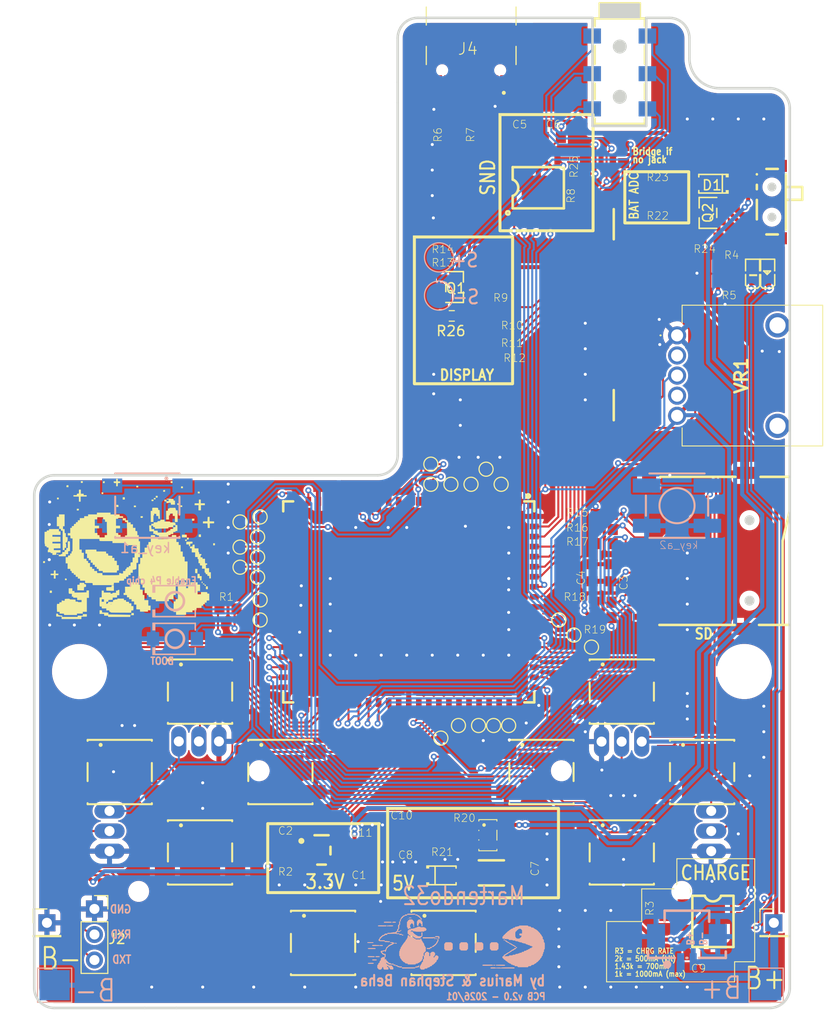
<source format=kicad_pcb>
(kicad_pcb (version 20241229) (generator "pcbnew") (generator_version "9.0")
  (layers (0 "F.Cu" signal) (2 "B.Cu" signal) (13 "F.Paste" user) (15 "B.Paste" user) (5 "F.SilkS" user "F.Silkscreen") (7 "B.SilkS" user "B.Silkscreen") (1 "F.Mask" user) (3 "B.Mask" user) (25 "Edge.Cuts" user))
  (net 0 "")
  (net 1 "GND")
  (net 2 "/+3V3")
  (net 3 "Net-(D1-C)")
  (net 4 "Net-(U5-FB)")
  (net 5 "+5V")
  (net 6 "Net-(U3-PROG)")
  (net 7 "/BAT+")
  (net 8 "/BAT_ADC")
  (net 9 "Net-(LED1-A)")
  (net 10 "Net-(LED1-C)")
  (net 11 "/USB_D-")
  (net 12 "/USB_D+")
  (net 15 "/BOOT")
  (net 16 "/UART0_TXD")
  (net 17 "/UART0_RXD")
  (net 18 "/CHIP_PU")
  (net 19 "/LCD_BACK")
  (net 20 "Net-(Q1-B)")
  (net 21 "Net-(U6-EN)")
  (net 23 "Net-(LED2-A)")
  (net 24 "Net-(LED2-C)")
  (net 25 "/SPK-")
  (net 26 "/SPK+")
  (net 27 "/VIN")
  (net 28 "Net-(D2-A)")
  (net 29 "Net-(Q1-C)")
  (net 30 "Net-(LCD1-Pin_11)")
  (net 31 "/SPK1-")
  (net 32 "Net-(LCD1-Pin_12)")
  (net 33 "/HPJ+1")
  (net 34 "Net-(LCD1-Pin_13)")
  (net 35 "Net-(LCD1-Pin_14)")
  (net 47 "Net-(J4-CC1)")
  (net 48 "Net-(J4-CC2)")
  (net 53 "/TFT_SPI_DC")
  (net 54 "/TFT_RESET")
  (net 55 "/TFT_SPI_MISO")
  (net 56 "/TFT_SPI_CLK")
  (net 57 "/TFT_CS")
  (net 58 "/TFT_SPI_MOSI")
  (net 59 "/ADC_VOLUME")
  (net 60 "/I2S_SDATA")
  (net 61 "/I2S_BCLK")
  (net 62 "/SD_CMD")
  (net 63 "/SD_CLX")
  (net 64 "/SD_DAT0")
  (net 65 "/SD_DAT2")
  (net 66 "/SD_DAT1")
  (net 67 "/SD_CD")
  (net 72 "/I2S_WS")
  (net 75 "/I2S_CTRL")
  (net 76 "/KEY_A1")
  (net 77 "/KEY_A2")
  (net 78 "/KEY_DOWN1")
  (net 79 "/KEY_DOWN2")
  (net 80 "/KEY_LEFT1")
  (net 81 "/KEY_LEFT2")
  (net 82 "/KEY_RIGHT1")
  (net 83 "/KEY_RIGHT2")
  (net 84 "/KEY_SELECT1")
  (net 85 "/KEY_START1")
  (net 86 "/KEY_UP1")
  (net 87 "/KEY_UP2")
  (net 88 "Net-(U1-IO10)")
  (net 89 "Net-(U1-IO9)")
  (net 90 "Net-(U1-IO8)")
  (net 91 "Net-(U1-DSI_CLKN)")
  (net 92 "Net-(U1-DSI_CLKP)")
  (net 93 "Net-(U1-DSI_DATAP0)")
  (net 94 "Net-(U1-DSI_DATAN0)")
  (net 95 "Net-(U1-IO0)")
  (net 96 "Net-(U1-IO1)")
  (net 97 "Net-(U1-IO15)")
  (net 98 "Net-(U1-IO29)")
  (net 99 "Net-(U1-IO30)")
  (net 100 "Net-(U1-IO31)")
  (net 101 "Net-(U1-IO34)")
  (net 102 "Net-(U1-IO32)")
  (net 103 "Net-(U1-IO33)")
  (net 104 "Net-(U1-IO7)")
  (net 105 "Net-(U1-IO6)")
  (net 106 "Net-(U1-ESP_LDO_VO4)")
  (net 107 "Net-(U1-IO36)")
  (net 108 "Net-(U1-USB_DP)")
  (net 109 "Net-(U1-USB_DM)")
  (net 110 "/RP2_X")
  (net 111 "/RP1_X")
  (net 112 "/RP1_Y")
  (net 113 "/LCD_BACK_ALT")
  (footprint "KiCad_GB300-P4-SingleSided_SMT_V2:0603" (layer "F.Cu") (at 94.848 137.25 90)
    (property "Reference" "C7")
    (property "Value" "10uF")
  )
  (footprint "KiCad_GB300-P4-SingleSided_SMT_V2:0603" (layer "F.Cu") (at 105.29 66.678 90)
    (property "Reference" "R111" (hide yes))
    (property "Value" "0R" (hide yes))
  )
  (footprint "KiCad_GB300-P4-SingleSided_SMT_V2:0603" (layer "F.Cu") (at 89.94 77.878)
    (property "Reference" "R13")
    (property "Value" "10K")
  )
  (footprint "KiCad_GB300-P4-SingleSided_SMT_V2:0603" (layer "F.Cu") (at 78.889 137.062)
    (property "Reference" "C1")
    (property "Value" "10uF")
  )
  (footprint "KiCad_GB300-P4-SingleSided_SMT_V2:0603" (layer "F.Cu") (at 103.357 103.978)
    (property "Reference" "R16")
    (property "Value" "10kΩ")
  )
  (footprint "KiCad_GB300-P4-SingleSided_SMT_V2:0603" (layer "F.Cu") (at 91.706 81.855)
    (property "Reference" "R9")
    (property "Value" "10R")
  )
  (footprint "TestPoint:TestPoint_Pad_D1.0mm" (layer "F.Cu") (at 69.09 110.978)
    (property "Reference" "TP18" (hide yes))
    (property "Value" "TestPoint")
  )
  (footprint "Connector_PinHeader_2.54mm:PinHeader_1x01_P2.54mm_Vertical" (layer "F.Cu") (at 47.856 143.105)
    (property "Reference" "CONBAT2" (hide yes))
    (property "Value" "Conn_01x01")
  )
  (footprint "KiCad_GB300-P4-SingleSided_SMT_V2:430451031836" (layer "F.Cu") (at 97.106 128.105)
    (property "Reference" "key_left2" (hide yes))
    (property "Value" "TS-1187A-B-A-B" (hide yes))
  )
  (footprint "Martendo32Library:Adafruit_2765" (layer "F.Cu") (at 62.99 133.978 180)
    (property "Reference" "RP1" (hide yes))
    (property "Value" "Adafruit_2765" (hide yes))
  )
  (footprint "GB300-P4.PCB.v1.0:COMM-SMD_L25.0-W20.0-P1.00_WT0132P4-A1" (layer "F.Cu") (at 83.89 111.178 180)
    (property "Reference" "U1" (hide yes))
    (property "Value" "~")
  )
  (footprint "MountingHole:MountingHole_5mm" (layer "F.Cu") (at 50.29 117.178)
    (property "Reference" "H2")
    (property "Value" "MountingHole")
  )
  (footprint "KiCad_GB300-P4-SingleSided_SMT_V2:0603" (layer "F.Cu") (at 113.8895 74.978 180)
    (property "Reference" "R24")
    (property "Value" "10K")
  )
  (footprint "GB300-P4.PCB.v1.0:AUDIO-SMD_HOOYA_PJ-242a" (layer "F.Cu") (at 104.906 58.505)
    (property "Reference" "J1" (hide yes))
    (property "Value" "AudioJack4_SwitchTR1")
    (fp_poly (pts (xy -2 -6.875) (xy 2 -6.875) (xy 2 -5.375) (xy -2 -5.375)) (fill yes) (layer "Edge.Cuts"))
    (fp_poly (pts (xy 0.696629 -2.643612) (xy 0.669858 -2.778199) (xy 0.617345 -2.904978) (xy 0.541107 -3.019075) (xy 0.444075 -3.116107) (xy 0.329978 -3.192345) (xy 0.203199 -3.244858) (xy 0.068612 -3.271629) (xy -0.068612 -3.271629) (xy -0.203199 -3.244858) (xy -0.329978 -3.192345) (xy -0.444075 -3.116107) (xy -0.541107 -3.019075) (xy -0.617345 -2.904978) (xy -0.669858 -2.778199) (xy -0.696629 -2.643612) (xy -0.696629 -2.506388) (xy -0.669858 -2.371801) (xy -0.617345 -2.245022) (xy -0.541107 -2.130925) (xy -0.444075 -2.033893) (xy -0.329978 -1.957655) (xy -0.203199 -1.905142) (xy -0.068612 -1.878371) (xy 0.068612 -1.878371) (xy 0.203199 -1.905142) (xy 0.329978 -1.957655) (xy 0.444075 -2.033893) (xy 0.541107 -2.130925) (xy 0.617345 -2.245022) (xy 0.669858 -2.371801) (xy 0.696629 -2.506388)) (fill yes) (layer "Edge.Cuts"))
    (fp_poly (pts (xy 0.696629 2.356388) (xy 0.669858 2.221801) (xy 0.617345 2.095022) (xy 0.541107 1.980925) (xy 0.444075 1.883893) (xy 0.329978 1.807655) (xy 0.203199 1.755142) (xy 0.068612 1.728371) (xy -0.068612 1.728371) (xy -0.203199 1.755142) (xy -0.329978 1.807655) (xy -0.444075 1.883893) (xy -0.541107 1.980925) (xy -0.617345 2.095022) (xy -0.669858 2.221801) (xy -0.696629 2.356388) (xy -0.696629 2.493612) (xy -0.669858 2.628199) (xy -0.617345 2.754978) (xy -0.541107 2.869075) (xy -0.444075 2.966107) (xy -0.329978 3.042345) (xy -0.203199 3.094858) (xy -0.068612 3.121629) (xy 0.068612 3.121629) (xy 0.203199 3.094858) (xy 0.329978 3.042345) (xy 0.444075 2.966107) (xy 0.541107 2.869075) (xy 0.617345 2.754978) (xy 0.669858 2.628199) (xy 0.696629 2.493612)) (fill yes) (layer "Edge.Cuts"))
  )
  (footprint "TestPoint:TestPoint_Pad_D1.0mm" (layer "F.Cu") (at 91.59 97.978)
    (property "Reference" "TP9" (hide yes))
    (property "Value" "TestPoint")
  )
  (footprint "GB300-P4.PCB.v1.0:SOD-123FL_L2.7-W1.8-LS3.8-RD" (layer "F.Cu") (at 87.228 138.389)
    (property "Reference" "D2" (hide yes))
    (property "Value" "DSK24")
  )
  (footprint "TestPoint:TestPoint_Pad_D1.0mm" (layer "F.Cu") (at 88.09 99.478)
    (property "Reference" "TP11" (hide yes))
    (property "Value" "TestPoint")
  )
  (footprint "KiCad_GB300-P4-SingleSided_SMT_V2:0603" (layer "F.Cu") (at 71.777 135.284 180)
    (property "Reference" "C2")
    (property "Value" "10uF")
  )
  (footprint "GB300-P4.PCB.v1.0:SOT-23-3_L2.9-W1.6-P1.90-LS2.8-BRaaa" (layer "F.Cu") (at 88.456 79.855 180)
    (property "Reference" "Q1")
    (property "Value" "NPN")
  )
  (footprint "TestPoint:TestPoint_Pad_D1.0mm" (layer "F.Cu") (at 92.34 123.478 90)
    (property "Reference" "TP2" (hide yes))
    (property "Value" "TestPoint")
  )
  (footprint "KiCad_GB300-P4-SingleSided_SMT_V2:0603" (layer "F.Cu") (at 86.847 133.372)
    (property "Reference" "R20")
    (property "Value" "10K")
  )
  (footprint "Martendo32Library:Adafruit_2765" (layer "F.Cu") (at 105.09 133.978 90)
    (property "Reference" "RP2" (hide yes))
    (property "Value" "Adafruit_2765" (hide yes))
  )
  (footprint "KiCad_GB300-P4-SingleSided_SMT_V2:430451031836" (layer "F.Cu") (at 63.106 120.105)
    (property "Reference" "key_up1" (hide yes))
    (property "Value" "TS-1187A-B-A-B" (hide yes))
  )
  (footprint "TestPoint:TestPoint_Pad_D1.0mm" (layer "F.Cu") (at 67.09 107.728)
    (property "Reference" "TP19" (hide yes))
    (property "Value" "TestPoint")
  )
  (footprint "TestPoint:TestPoint_Pad_D1.0mm" (layer "F.Cu") (at 87.09 124.728)
    (property "Reference" "TP5" (hide yes))
    (property "Value" "TestPoint")
  )
  (footprint "KiCad_GB300-P4-SingleSided_SMT_V2:0603" (layer "F.Cu") (at 98.19 64.978)
    (property "Reference" "C6")
    (property "Value" "100nF")
  )
  (footprint "TestPoint:TestPoint_Pad_D1.0mm" (layer "F.Cu") (at 86.09 99.478)
    (property "Reference" "TP22" (hide yes))
    (property "Value" "TestPoint")
  )
  (footprint "GB300-P4.PCB.v1.0:SOT-23-3_L2.9-W1.6-P1.90-LS2.8-BR" (layer "F.Cu") (at 113.69 72.478)
    (property "Reference" "Q2")
    (property "Value" "AO3401A" (hide yes))
  )
  (footprint "KiCad_GB300-P4-SingleSided_SMT_V2:430451031836" (layer "F.Cu") (at 105.106 136.105)
    (property "Reference" "key_down2" (hide yes))
    (property "Value" "TS-1187A-B-A-B" (hide yes))
  )
  (footprint "KiCad_GB300-P4-SingleSided_SMT_V2:0603" (layer "F.Cu") (at 95.09 64.978 180)
    (property "Reference" "C5")
    (property "Value" "10uF")
  )
  (footprint "TestPoint:TestPoint_Pad_D1.0mm" (layer "F.Cu") (at 100.34 114.478)
    (property "Reference" "TP6" (hide yes))
    (property "Value" "TestPoint")
  )
  (footprint "GB300-P4.PCB.v1.0:TF-SMD_TF-01A" (layer "F.Cu") (at 112.256 106.105 90)
    (property "Reference" "SD1" (hide yes))
    (property "Value" "~")
    (fp_poly (pts (xy 3.545722 5.500737) (xy 3.51194 5.374658) (xy 3.446677 5.261619) (xy 3.354381 5.169323) (xy 3.241342 5.10406) (xy 3.115263 5.070278) (xy 2.984737 5.070278) (xy 2.858658 5.10406) (xy 2.745619 5.169323) (xy 2.653323 5.261619) (xy 2.58806 5.374658) (xy 2.554278 5.500737) (xy 2.554278 5.631263) (xy 2.58806 5.757342) (xy 2.653323 5.870381) (xy 2.745619 5.962677) (xy 2.858658 6.02794) (xy 2.984737 6.061722) (xy 3.115263 6.061722) (xy 3.241342 6.02794) (xy 3.354381 5.962677) (xy 3.446677 5.870381) (xy 3.51194 5.757342) (xy 3.545722 5.631263)) (fill yes) (layer "Edge.Cuts"))
    (fp_poly (pts (xy -4.454278 5.500737) (xy -4.48806 5.374658) (xy -4.553323 5.261619) (xy -4.645619 5.169323) (xy -4.758658 5.10406) (xy -4.884737 5.070278) (xy -5.015263 5.070278) (xy -5.141342 5.10406) (xy -5.254381 5.169323) (xy -5.346677 5.261619) (xy -5.41194 5.374658) (xy -5.445722 5.500737) (xy -5.445722 5.631263) (xy -5.41194 5.757342) (xy -5.346677 5.870381) (xy -5.254381 5.962677) (xy -5.141342 6.02794) (xy -5.015263 6.061722) (xy -4.884737 6.061722) (xy -4.758658 6.02794) (xy -4.645619 5.962677) (xy -4.553323 5.870381) (xy -4.48806 5.757342) (xy -4.454278 5.631263)) (fill yes) (layer "Edge.Cuts"))
  )
  (footprint "KiCad_GB300-P4-SingleSided_SMT_V2:0603" (layer "F.Cu") (at 103.357 105.378)
    (property "Reference" "R17")
    (property "Value" "10kΩ")
  )
  (footprint "TestPoint:TestPoint_Pad_D1.0mm" (layer "F.Cu") (at 68.84 106.728)
    (property "Reference" "TP17" (hide yes))
    (property "Value" "TestPoint")
  )
  (footprint "GB300-P4.PCB.v1.0:ILI9341-2.8a" (layer "F.Cu") (at 104.906 83.105 180)
    (property "Reference" "LCD1" (hide yes))
    (property "Value" "Conn_01x18")
  )
  (footprint "KiCad_GB300-P4-SingleSided_SMT_V2:0603" (layer "F.Cu") (at 101.39 71.178 90)
    (property "Reference" "R8")
    (property "Value" "10K")
  )
  (footprint "KiCad_GB300-P4-SingleSided_SMT_V2:0603" (layer "F.Cu") (at 91.381 64.555 -90)
    (property "Reference" "R7")
    (property "Value" "10K")
  )
  (footprint "TestPoint:TestPoint_Pad_D1.0mm" (layer "F.Cu") (at 68.84 104.728)
    (property "Reference" "TP15" (hide yes))
    (property "Value" "TestPoint")
  )
  (footprint "GB300-P4.PCB.v1.0:SOD-123_L2.7-W1.6-LS3.7-RDaaa" (layer "F.Cu") (at 114.152 69.578 180)
    (property "Reference" "D1")
    (property "Value" "1N5819W" (hide yes))
  )
  (footprint "TestPoint:TestPoint_Pad_D1.0mm" (layer "F.Cu") (at 67.09 103.228)
    (property "Reference" "TP14" (hide yes))
    (property "Value" "TestPoint")
  )
  (footprint "KiCad_GB300-P4-SingleSided_SMT_V2:0603" (layer "F.Cu") (at 83.672 133.378 180)
    (property "Reference" "C10")
    (property "Value" "100nF")
  )
  (footprint "KiCad_GB300-P4-SingleSided_SMT_V2:0603" (layer "F.Cu") (at 108.79 71.678 180)
    (property "Reference" "R22")
    (property "Value" "100K")
  )
  (footprint "TestPoint:TestPoint_Pad_D1.0mm" (layer "F.Cu") (at 69.09 112.978)
    (property "Reference" "TP21" (hide yes))
    (property "Value" "TestPoint")
  )
  (footprint "KiCad_GB300-P4-SingleSided_SMT_V2:430451031836" (layer "F.Cu") (at 63.106 136.105)
    (property "Reference" "key_down1" (hide yes))
    (property "Value" "TS-1187A-B-A-B" (hide yes))
  )
  (footprint "GB300-P4.PCB.v1.0:ESOP-8_L4.9-W3.9-P1.27-LS6.0-BL-EP" (layer "F.Cu") (at 96.79 69.978)
    (property "Reference" "U4" (hide yes))
    (property "Value" "NS4168")
  )
  (footprint "KiCad_GB300-P4-SingleSided_SMT_V2:0603" (layer "F.Cu") (at 88.331 64.555 -90)
    (property "Reference" "R6")
    (property "Value" "10K")
  )
  (footprint "KiCad_GB300-P4-SingleSided_SMT_V2:0603" (layer "F.Cu") (at 91.706 87.105)
    (property "Reference" "R12")
    (property "Value" "10R")
  )
  (footprint "KiCad_GB300-P4-SingleSided_SMT_V2:AMPHENOL_GSB1C41110SSHR" (layer "F.Cu") (at 90.106 55.678 180)
    (property "Reference" "J4")
    (property "Value" "USB-C")
  )
  (footprint "KiCad_GB300-P4-SingleSided_SMT_V2:0603" (layer "F.Cu") (at 112.59 146.278)
    (property "Reference" "C9")
    (property "Value" "100nF")
  )
  (footprint "KiCad_GB300-P4-SingleSided_SMT_V2:0603" (layer "F.Cu") (at 102.156 108.278 90)
    (property "Reference" "C4")
    (property "Value" "100nF")
  )
  (footprint "TestPoint:TestPoint_Pad_D1.0mm" (layer "F.Cu") (at 67.09 105.728)
    (property "Reference" "TP16" (hide yes))
    (property "Value" "TestPoint")
  )
  (footprint "GB300-P4.PCB.v1.0:SOT-23-5_L2.9-W1.6-P0.95-LS2.8-BR" (layer "F.Cu") (at 75.206 135.919 180)
    (property "Reference" "U6" (hide yes))
    (property "Value" "AP2112K-3.3" (hide yes))
  )
  (footprint "KiCad_GB300-P4-SingleSided_SMT_V2:0603" (layer "F.Cu") (at 91.706 83.605)
    (property "Reference" "R10")
    (property "Value" "10R")
  )
  (footprint "Connector_PinHeader_2.54mm:PinHeader_1x01_P2.54mm_Vertical" (layer "F.Cu") (at 120.248 143.105)
    (property "Reference" "CONBAT1" (hide yes))
    (property "Value" "Conn_01x01")
  )
  (footprint "GB300-P4.PCB.v1.0:LED0603-RD_RED" (layer "F.Cu") (at 119.59 78.478 90)
    (property "Reference" "LED2" (hide yes))
    (property "Value" "~")
  )
  (footprint "KiCad_GB300-P4-SingleSided_SMT_V2:0603" (layer "F.Cu") (at 103.23 112.739)
    (property "Reference" "R19")
    (property "Value" "10kΩ")
  )
  (footprint "KiCad_GB300-P4-SingleSided_SMT_V2:0603" (layer "F.Cu") (at 115.59 79.278)
    (property "Reference" "R5")
    (property "Value" "2K")
  )
  (footprint "GB300-P4.PCB.v1.0:LED0603-RD_GREEN" (layer "F.Cu") (at 118.19 78.478 90)
    (property "Reference" "LED1" (hide yes))
    (property "Value" "~")
  )
  (footprint "TestPoint:TestPoint_Pad_D1.0mm" (layer "F.Cu") (at 93.09 99.478)
    (property "Reference" "TP8" (hide yes))
    (property "Value" "TestPoint")
  )
  (footprint "KiCad_GB300-P4-SingleSided_SMT_V2:0603" (layer "F.Cu") (at 115.59 77.778)
    (property "Reference" "R4")
    (property "Value" "2K")
  )
  (footprint "TestPoint:TestPoint_Pad_D1.0mm" (layer "F.Cu") (at 88.84 123.478)
    (property "Reference" "TP4" (hide yes))
    (property "Value" "TestPoint")
  )
  (footprint "MountingHole:MountingHole_5mm" (layer "F.Cu") (at 117.306 118.105)
    (property "Reference" "H1")
    (property "Value" "MountingHole")
  )
  (footprint "GB300-P4.PCB.v1.0:SOT-23-5_L3.0-W1.7-P0.95-LS2.8-BR" (layer "F.Cu") (at 91.77 134.389 180)
    (property "Reference" "U5" (hide yes))
    (property "Value" "TPS61040DBV")
  )
  (footprint "TestPoint:TestPoint_Pad_D1.0mm" (layer "F.Cu") (at 68.84 108.728)
    (property "Reference" "TP20" (hide yes))
    (property "Value" "TestPoint")
  )
  (footprint "Resistor_SMD:R_0603_1608Metric_Pad0.98x0.95mm_HandSolder" (layer "F.Cu") (at 88.1775 82.728)
    (property "Reference" "R26")
    (property "Value" "10K")
  )
  (footprint "KiCad_GB300-P4-SingleSided_SMT_V2:0603" (layer "F.Cu") (at 108.7435 69.878 180)
    (property "Reference" "R23")
    (property "Value" "100K")
  )
  (footprint "KiCad_GB300-P4-SingleSided_SMT_V2:0603" (layer "F.Cu") (at 83.734 134.978 180)
    (property "Reference" "C8")
    (property "Value" "10uF")
  )
  (footprint "Libraries:RK10J11E002Y" (layer "F.Cu") (at 110.614 84.665 -90)
    (property "Reference" "VR1")
    (property "Value" "RK10J11E002Y" (hide yes))
  )
  (footprint "KiCad_GB300-P4-SingleSided_SMT_V2:0603" (layer "F.Cu") (at 89.94 76.278)
    (property "Reference" "R14")
    (property "Value" "10K")
  )
  (footprint "KiCad_GB300-P4-SingleSided_SMT_V2:430451031836" (layer "F.Cu") (at 55.106 128.105)
    (property "Reference" "key_left1" (hide yes))
    (property "Value" "TS-1187A-B-A-B" (hide yes))
  )
  (footprint "KiCad_GB300-P4-SingleSided_SMT_V2:0603" (layer "F.Cu") (at 65.89 111.878 180)
    (property "Reference" "R1")
    (property "Value" "10K")
  )
  (footprint "KiCad_GB300-P4-SingleSided_SMT_V2:0603" (layer "F.Cu") (at 78.889 135.284 180)
    (property "Reference" "C11")
    (property "Value" "100nF")
  )
  (footprint "KiCad_GB300-P4-SingleSided_SMT_V2:430451031836" (layer "F.Cu") (at 75.356 145.105)
    (property "Reference" "key_select1" (hide yes))
    (property "Value" "TS-1187A-B-A-B" (hide yes))
  )
  (footprint "KiCad_GB300-P4-SingleSided_SMT_V2:0603" (layer "F.Cu") (at 86.89 134.978 180)
    (property "Reference" "R21")
    (property "Value" "10K")
  )
  (footprint "GB300-P4.PCB.v1.0:IND-SMD_L2.5-W2.0_MHCH252012A" (layer "F.Cu") (at 92.12 138.139 180)
    (property "Reference" "L1" (hide yes))
    (property "Value" "4.7uH")
  )
  (footprint "LOGO" (layer "F.Cu") (at 56.09 106.978)
    (property "Reference" "G***" (hide yes))
    (property "Value" "LOGO" (hide yes))
  )
  (footprint "GB300-P4.PCB.v1.0:ESOP-8_L4.9-W3.9-P1.27-LS6.0-BL-EP" (layer "F.Cu") (at 114.1815 142.965 -90)
    (property "Reference" "U3" (hide yes))
    (property "Value" "TP4056" (hide yes))
  )
  (footprint "KiCad_GB300-P4-SingleSided_SMT_V2:0603" (layer "F.Cu") (at 91.706 85.355)
    (property "Reference" "R11")
    (property "Value" "10R")
  )
  (footprint "GB300-P4.PCB.v1.0:SW-SMD_MSK12C02-HB" (layer "F.Cu") (at 119.506 71.405 90)
    (property "Reference" "SW1" (hide yes))
    (property "Value" "SK-3296S-01-L3")
    (fp_poly (pts (xy 1.94615 0.491263) (xy 1.915746 0.377792) (xy 1.857009 0.276057) (xy 1.773943 0.192991) (xy 1.672208 0.134254) (xy 1.558737 0.10385) (xy 1.441263 0.10385) (xy 1.327792 0.134254) (xy 1.226057 0.192991) (xy 1.142991 0.276057) (xy 1.084254 0.377792) (xy 1.05385 0.491263) (xy 1.05385 0.608737) (xy 1.084254 0.722208) (xy 1.142991 0.823943) (xy 1.226057 0.907009) (xy 1.327792 0.965746) (xy 1.441263 0.99615) (xy 1.558737 0.99615) (xy 1.672208 0.965746) (xy 1.773943 0.907009) (xy 1.857009 0.823943) (xy 1.915746 0.722208) (xy 1.94615 0.608737)) (fill yes) (layer "Edge.Cuts"))
    (fp_poly (pts (xy -1.05385 0.491263) (xy -1.084254 0.377792) (xy -1.142991 0.276057) (xy -1.226057 0.192991) (xy -1.327792 0.134254) (xy -1.441263 0.10385) (xy -1.558737 0.10385) (xy -1.672208 0.134254) (xy -1.773943 0.192991) (xy -1.857009 0.276057) (xy -1.915746 0.377792) (xy -1.94615 0.491263) (xy -1.94615 0.608737) (xy -1.915746 0.722208) (xy -1.857009 0.823943) (xy -1.773943 0.907009) (xy -1.672208 0.965746) (xy -1.558737 0.99615) (xy -1.441263 0.99615) (xy -1.327792 0.965746) (xy -1.226057 0.907009) (xy -1.142991 0.823943) (xy -1.084254 0.722208) (xy -1.05385 0.608737)) (fill yes) (layer "Edge.Cuts"))
  )
  (footprint "KiCad_GB300-P4-SingleSided_SMT_V2:0603" (layer "F.Cu") (at 103.23 111.215)
    (property "Reference" "R18")
    (property "Value" "10kΩ")
  )
  (footprint "KiCad_GB300-P4-SingleSided_SMT_V2:430451031836" (layer "F.Cu") (at 105.106 120.105)
    (property "Reference" "key_up2" (hide yes))
    (property "Value" "TS-1187A-B-A-B" (hide yes))
  )
  (footprint "TestPoint:TestPoint_Pad_D1.0mm" (layer "F.Cu") (at 98.84 112.978)
    (property "Reference" "TP7" (hide yes))
    (property "Value" "TestPoint")
  )
  (footprint "KiCad_GB300-P4-SingleSided_SMT_V2:0603" (layer "F.Cu") (at 109.39 141.578 90)
    (property "Reference" "R3")
    (property "Value" "2K")
  )
  (footprint "TestPoint:TestPoint_Pad_D1.0mm" (layer "F.Cu") (at 93.84 123.478)
    (property "Reference" "TP1" (hide yes))
    (property "Value" "TestPoint")
  )
  (footprint "KiCad_GB300-P4-SingleSided_SMT_V2:0603" (layer "F.Cu") (at 104.006 108.278 90)
    (property "Reference" "C3")
    (property "Value" "10uF")
  )
  (footprint "KiCad_GB300-P4-SingleSided_SMT_V2:0603" (layer "F.Cu") (at 101.49 67.878 -90)
    (property "Reference" "R25")
    (property "Value" "10K")
  )
  (footprint "KiCad_GB300-P4-SingleSided_SMT_V2:430451031836" (layer "F.Cu") (at 113.106 128.105)
    (property "Reference" "key_right2" (hide yes))
    (property "Value" "TS-1187A-B-A-B" (hide yes))
  )
  (footprint "Connector_PinSocket_2.54mm:PinSocket_1x03_P2.54mm_Vertical" (layer "F.Cu") (at 52.59 141.728)
    (property "Reference" "J2")
    (property "Value" "Conn_01x03")
  )
  (footprint "KiCad_GB300-P4-SingleSided_SMT_V2:430451031836" (layer "F.Cu") (at 87.356 145.105)
    (property "Reference" "key_start1" (hide yes))
    (property "Value" "TS-1187A-B-A-B" (hide yes))
  )
  (footprint "TestPoint:TestPoint_Pad_D1.0mm" (layer "F.Cu") (at 90.09 99.478)
    (property "Reference" "TP10" (hide yes))
    (property "Value" "TestPoint")
  )
  (footprint "TestPoint:TestPoint_Pad_D1.0mm" (layer "F.Cu") (at 86.09 97.478)
    (property "Reference" "TP23" (hide yes))
    (property "Value" "TestPoint")
  )
  (footprint "TestPoint:TestPoint_Pad_D1.0mm" (layer "F.Cu") (at 90.84 123.478 90)
    (property "Reference" "TP3" (hide yes))
    (property "Value" "TestPoint")
  )
  (footprint "KiCad_GB300-P4-SingleSided_SMT_V2:0603" (layer "F.Cu") (at 71.777 136.935 180)
    (property "Reference" "R2")
    (property "Value" "100K")
  )
  (footprint "KiCad_GB300-P4-SingleSided_SMT_V2:430451031836" (layer "F.Cu") (at 71.106 128.105)
    (property "Reference" "key_right1" (hide yes))
    (property "Value" "TS-1187A-B-A-B" (hide yes))
  )
  (footprint "TestPoint:TestPoint_Pad_D1.0mm" (layer "F.Cu") (at 69.09 102.728)
    (property "Reference" "TP13" (hide yes))
    (property "Value" "TestPoint")
  )
  (footprint "KiCad_GB300-P4-SingleSided_SMT_V2:0603" (layer "F.Cu") (at 103.357 102.478)
    (property "Reference" "R15")
    (property "Value" "10kΩ")
  )
  (footprint "TestPoint:TestPoint_Pad_D1.0mm" (layer "F.Cu") (at 102.09 115.678)
    (property "Reference" "TP12" (hide yes))
    (property "Value" "TestPoint")
  )
  (footprint "TestPoint:TestPoint_Pad_3.0x3.0mm" (layer "B.Cu") (at 119.486 149.315)
    (property "Reference" "CONBAT3" (hide yes))
    (property "Value" "Conn_01x01" (hide yes))
  )
  (footprint "TestPoint:TestPoint_Pad_D2.5mm" (layer "B.Cu") (at 86.906 80.705)
    (property "Reference" "SPK1" (hide yes))
    (property "Value" "Conn_01x01" (hide yes))
  )
  (footprint "KiCad_GB300-P4-SingleSided_SMT_V2:430451031836" (layer "B.Cu") (at 57.856 101.605 180)
    (property "Reference" "key_a1")
    (property "Value" "TS-1187A-B-A-B" (hide yes))
  )
  (footprint "GB300-P4.PCB.v1.0:SW-SMD_L3.9-W3.0-P4.45" (layer "B.Cu") (at 60.606 114.855 180)
    (property "Reference" "SW_BOOT1" (hide yes))
    (property "Value" "3*4 龟仔/微动/轻触开关" (hide yes))
  )
  (footprint "KiCad_GB300-P4-SingleSided_SMT_V2:DTSM-6" (layer "B.Cu") (at 110.606 101.605 180)
    (property "Reference" "key_a2")
    (property "Value" "TS-1187A-B-A-B" (hide yes))
  )
  (footprint "LOGO" (layer "B.Cu") (at 89.09 145.260084 180)
    (property "Reference" "G***" (hide yes))
    (property "Value" "LOGO" (hide yes))
  )
  (footprint "TestPoint:TestPoint_Pad_D2.5mm" (layer "B.Cu") (at 86.906 76.905)
    (property "Reference" "SPK11" (hide yes))
    (property "Value" "Conn_01x01" (hide yes))
  )
  (footprint "GB300-P4.PCB.v1.0:SW-SMD_L3.9-W3.0-P4.45" (layer "B.Cu") (at 60.606 111.105 180)
    (property "Reference" "SW_RST1" (hide yes))
    (property "Value" "3*4 龟仔/微动/轻触开关" (hide yes))
  )
  (footprint "GB300-P4.PCB.v1.0:CONN-SMD_2P-P1.25_D125F2W1-2W2P43" (layer "B.Cu") (at 111.59 145.728)
    (property "Reference" "CN2" (hide yes))
    (property "Value" "ZX-MX1.25-2PWT" (hide yes))
  )
  (footprint "TestPoint:TestPoint_Pad_3.0x3.0mm" (layer "B.Cu") (at 48.62 149.315)
    (property "Reference" "CONBAT4" (hide yes))
    (property "Value" "Conn_01x01" (hide yes))
  )
  (gr_line (start 103.59 142.978) (end 107.09 142.978) (stroke (width 0.1)) (layer "F.SilkS"))
  (gr_rect (start 105.4075 68.383) (end 111.7725 73.478) (stroke (width 0.3)) (fill no) (layer "F.SilkS"))
  (gr_line (start 107.09 142.978) (end 107.09 139.728) (stroke (width 0.1)) (layer "F.SilkS"))
  (gr_line (start 103.59 148.978) (end 103.59 142.978) (stroke (width 0.1)) (layer "F.SilkS"))
  (gr_line (start 69.9105 133.242) (end 80.9595 133.242) (stroke (width 0.3)) (layer "F.SilkS"))
  (gr_line (start 107.59 139.728) (end 107.09 139.728) (stroke (width 0.1)) (layer "F.SilkS"))
  (gr_line (start 110.59 136.728) (end 118.34 136.728) (stroke (width 0.1)) (layer "F.SilkS"))
  (gr_rect (start 81.785 131.728) (end 98.803 140.618) (stroke (width 0.3)) (fill no) (layer "F.SilkS"))
  (gr_line (start 80.896 140.1) (end 69.847 140.1) (stroke (width 0.3)) (layer "F.SilkS"))
  (gr_line (start 110.59 139.728) (end 110.59 136.728) (stroke (width 0.1)) (layer "F.SilkS"))
  (gr_line (start 118.34 140.728) (end 118.34 146.978) (stroke (width 0.1)) (layer "F.SilkS"))
  (gr_line (start 116.34 146.978) (end 116.34 148.978) (stroke (width 0.1)) (layer "F.SilkS"))
  (gr_line (start 118.34 146.978) (end 116.34 146.978) (stroke (width 0.1)) (layer "F.SilkS"))
  (gr_line (start 69.847 133.242) (end 69.847 140.1) (stroke (width 0.3)) (layer "F.SilkS"))
  (gr_line (start 116.34 148.978) (end 107.09 148.978) (stroke (width 0.1)) (layer "F.SilkS"))
  (gr_line (start 107.09 148.978) (end 103.59 148.978) (stroke (width 0.1)) (layer "F.SilkS"))
  (gr_line (start 104.306 75.105) (end 104.306 72.105) (stroke (width 0.254)) (layer "F.SilkS"))
  (gr_line (start 107.59 139.728) (end 110.59 139.728) (stroke (width 0.1)) (layer "F.SilkS"))
  (gr_line (start 104.306 90.105) (end 104.306 93.105) (stroke (width 0.254)) (layer "F.SilkS"))
  (gr_rect (start 84.4505 74.873) (end 94.2295 89.478) (stroke (width 0.3)) (fill no) (layer "F.SilkS"))
  (gr_line (start 118.34 136.728) (end 118.34 140.728) (stroke (width 0.1)) (layer "F.SilkS"))
  (gr_line (start 80.896 140.1) (end 80.896 133.242) (stroke (width 0.3)) (layer "F.SilkS"))
  (gr_rect (start 92.976 62.6995) (end 102.247 74.2565) (stroke (width 0.3)) (fill no) (layer "F.SilkS"))
  (gr_line (start 82.79 61.5305) (end 82.79 59.478) (stroke (width 0.254)) (layer "Edge.Cuts"))
  (gr_arc (start 46.59 100.578) (mid 47.175786 99.163786) (end 48.59 98.578) (stroke (width 0.254)) (layer "Edge.Cuts"))
  (gr_line (start 102.19 63.828) (end 107.54 63.828) (stroke (width 0.254)) (layer "Edge.Cuts"))
  (gr_line (start 119.84 151.578) (end 110.84 151.578) (stroke (width 0.254)) (layer "Edge.Cuts"))
  (gr_arc (start 82.79 96.578) (mid 82.204214 97.992214) (end 80.79 98.578) (stroke (width 0.254)) (layer "Edge.Cuts"))
  (gr_line (start 82.79 55.078) (end 82.79 59.478) (stroke (width 0.254)) (layer "Edge.Cuts"))
  (gr_line (start 60.74 151.578) (end 107.69 151.578) (stroke (width 0.254)) (layer "Edge.Cuts"))
  (gr_line (start 107.54 53.078) (end 109.84 53.078) (stroke (width 0.254)) (layer "Edge.Cuts"))
  (gr_line (start 114.84 60.078) (end 119.84 60.078) (stroke (width 0.254)) (layer "Edge.Cuts"))
  (gr_line (start 57.59 151.578) (end 60.74 151.578) (stroke (width 0.254)) (layer "Edge.Cuts"))
  (gr_line (start 82.79 61.5305) (end 82.79 96.578) (stroke (width 0.254)) (layer "Edge.Cuts"))
  (gr_line (start 46.59 149.578) (end 46.59 100.578) (stroke (width 0.254)) (layer "Edge.Cuts"))
  (gr_arc (start 121.84 149.578) (mid 121.254214 150.992214) (end 119.84 151.578) (stroke (width 0.254)) (layer "Edge.Cuts"))
  (gr_line (start 80.79 98.578) (end 48.59 98.578) (stroke (width 0.254)) (layer "Edge.Cuts"))
  (gr_arc (start 114.84 60.078) (mid 112.71868 59.19932) (end 111.84 57.078) (stroke (width 0.254)) (layer "Edge.Cuts"))
  (gr_line (start 107.54 63.828) (end 107.54 53.078) (stroke (width 0.254)) (layer "Edge.Cuts"))
  (gr_line (start 102.19 53.078) (end 84.8375 53.078) (stroke (width 0.254)) (layer "Edge.Cuts"))
  (gr_arc (start 109.84 53.078) (mid 111.254214 53.663786) (end 111.84 55.078) (stroke (width 0.254)) (layer "Edge.Cuts"))
  (gr_line (start 121.84 149.578) (end 121.84 62.078) (stroke (width 0.254)) (layer "Edge.Cuts"))
  (gr_line (start 48.59 151.578) (end 57.59 151.578) (stroke (width 0.254)) (layer "Edge.Cuts"))
  (gr_line (start 107.69 151.578) (end 110.84 151.578) (stroke (width 0.254)) (layer "Edge.Cuts"))
  (gr_line (start 84.79 53.078) (end 84.8375 53.078) (stroke (width 0.254)) (layer "Edge.Cuts"))
  (gr_line (start 102.19 53.078) (end 102.19 63.828) (stroke (width 0.254)) (layer "Edge.Cuts"))
  (gr_arc (start 48.59 151.578) (mid 47.175786 150.992214) (end 46.59 149.578) (stroke (width 0.254)) (layer "Edge.Cuts"))
  (gr_arc (start 82.79 55.078) (mid 83.375786 53.663786) (end 84.79 53.078) (stroke (width 0.254)) (layer "Edge.Cuts"))
  (gr_arc (start 119.84 60.078) (mid 121.254214 60.663786) (end 121.84 62.078) (stroke (width 0.254)) (layer "Edge.Cuts"))
  (gr_line (start 111.84 55.078) (end 111.84 57.078) (stroke (width 0.254)) (layer "Edge.Cuts"))
  (gr_text "5V" (at 82.1152 139.9984 0) (layer "F.SilkS") (effects (font (size 1.4 1.2) (thickness 0.203)) (justify left bottom)))
  (gr_text "3.3V" (at 73.4792 139.846 0) (layer "F.SilkS") (effects (font (size 1.4 1.2) (thickness 0.203)) (justify left bottom)))
  (gr_text "1.43k = 700mA" (at 104.34 147.74 0) (layer "F.SilkS") (effects (font (size 0.525 0.45) (thickness 0.1)) (justify left bottom)))
  (gr_text "1k = 1000mA (max)" (at 104.34 148.502 0) (layer "F.SilkS") (effects (font (size 0.525 0.45) (thickness 0.1)) (justify left bottom)))
  (gr_text "Bridge if" (at 106.09 66.778 0) (layer "F.SilkS") (effects (font (size 0.7 0.6)) (justify left bottom)))
  (gr_text "BAT ADC" (at 106.84 73.228 90) (layer "F.SilkS") (effects (font (size 0.875 0.75)) (justify left bottom)))
  (gr_text "no jack" (at 106.09 67.578 0) (layer "F.SilkS") (effects (font (size 0.7 0.6)) (justify left bottom)))
  (gr_text "R3 = CHRG RATE" (at 104.34 146.216 0) (layer "F.SilkS") (effects (font (size 0.525 0.45) (thickness 0.1)) (justify left bottom)))
  (gr_text "CHARGE" (at 110.84 138.957 0) (layer "F.SilkS") (effects (font (size 1.4 1.2) (thickness 0.203)) (justify left bottom)))
  (gr_text "2k = 500mA (kit)" (at 104.34 146.978 0) (layer "F.SilkS") (effects (font (size 0.525 0.45) (thickness 0.1)) (justify left bottom)))
  (gr_text "DISPLAY" (at 86.865 89.228 0) (layer "F.SilkS") (effects (font (size 1.05 0.9) (thickness 0.203)) (justify left bottom)))
  (gr_text "SND" (at 92.58 70.878 90) (layer "F.SilkS") (effects (font (size 1.4 1.2) (thickness 0.203)) (justify left bottom)))
  (gr_text "B+" (at 117.2 149.878 0) (layer "F.SilkS") (effects (font (size 2.1335 1.829) (thickness 0.203)) (justify left bottom)))
  (gr_text "SD" (at 112.256 114.978 0) (layer "F.SilkS") (effects (font (size 1.05 0.9) (thickness 0.203)) (justify left bottom)))
  (gr_text "B-" (at 47.09 147.918 0) (layer "F.SilkS") (effects (font (size 2.1335 1.829) (thickness 0.203)) (justify left bottom)))
  (gr_text "B+" (at 117.2 150.839 -0) (layer "B.SilkS") (effects (font (size 2.1335 1.829) (thickness 0.203)) (justify left bottom mirror)))
  (gr_text "BOOT\n" (at 60.59 117.478 0) (layer "B.SilkS") (effects (font (size 0.7 0.6)) (justify left bottom mirror)))
  (gr_text "B+" (at 111.503 145.434 -90) (layer "B.SilkS") (effects (font (size 0.7 0.6) (thickness 0.152)) (justify left bottom mirror)))
  (gr_text "S-" (at 91.0215 81.664 -0) (layer "B.SilkS") (effects (font (size 1.4 1.2) (thickness 0.203)) (justify left bottom mirror)))
  (gr_text "Martendo32\n" (at 95.59 141.478 0) (layer "B.SilkS") (effects (font (size 1.8 1.4) (thickness 0.2)) (justify left bottom mirror)))
  (gr_text "B-" (at 112.773 145.434 -90) (layer "B.SilkS") (effects (font (size 0.7 0.6) (thickness 0.152)) (justify left bottom mirror)))
  (gr_text "GND" (at 56.34 142.228 -0) (layer "B.SilkS") (effects (font (size 0.8 0.686) (thickness 0.153)) (justify left bottom mirror)))
  (gr_text "RXD" (at 56.34 144.728 -0) (layer "B.SilkS") (effects (font (size 0.8 0.686) (thickness 0.153)) (justify left bottom mirror)))
  (gr_text "TXD" (at 56.34 147.228 -0) (layer "B.SilkS") (effects (font (size 0.8 0.686) (thickness 0.153)) (justify left bottom mirror)))
  (gr_text "B-" (at 54.843 151.105 -0) (layer "B.SilkS") (effects (font (size 2.1335 1.829) (thickness 0.203)) (justify left bottom mirror)))
  (gr_text "Enable P4 chip" (at 62.84 109.478 0) (layer "B.SilkS") (effects (font (size 0.7 0.6)) (justify left bottom mirror)))
  (gr_text "S+" (at 90.929 77.997 -0) (layer "B.SilkS") (effects (font (size 1.4 1.2) (thickness 0.203)) (justify left bottom mirror)))
  (gr_text "by Marius & Stephan Beha" (at 97.59 149.478 0) (layer "B.SilkS") (effects (font (size 1.05 0.9) (thickness 0.203)) (justify left bottom mirror)))
  (gr_text "PCB v2.0 - 2026/01\n\n" (at 97.59 151.978 0) (layer "B.SilkS") (effects (font (size 0.7 0.6)) (justify left bottom mirror)))
  (segment (start 96.136 69.324) (end 96.79 69.978) (width 0.2) (layer "F.Cu") (net 1))
  (segment (start 96.136 67.0885) (end 96.136 69.324) (width 0.2) (layer "F.Cu") (net 1))
  (segment (start 96.155 67.0695) (end 96.136 67.0885) (width 0.2) (layer "F.Cu") (net 1))
  (via (at 111.63 63.138) (size 0.6) (drill 0.3) (layers "F.Cu" "B.Cu") (net 1))
  (via (at 86.23 116.478) (size 0.6) (drill 0.3) (layers "F.Cu" "B.Cu") (net 1))
  (via (at 86.374 88.538) (size 0.6) (drill 0.3) (layers "F.Cu" "B.Cu") (net 1))
  (via (at 93.85 113.938) (size 0.6) (drill 0.3) (layers "F.Cu" "B.Cu") (net 1))
  (via (at 78.61 116.478) (size 0.6) (drill 0.3) (layers "F.Cu" "B.Cu") (net 1))
  (via (at 119.25 121.558) (size 0.6) (drill 0.3) (layers "F.Cu" "B.Cu") (net 1))
  (via (at 97.66 139.338) (size 0.6) (drill 0.3) (layers "F.Cu" "B.Cu") (net 1))
  (via (at 111.63 111.398) (size 0.6) (drill 0.3) (layers "F.Cu" "B.Cu") (net 1))
  (via (at 93.84 109.978) (size 0.6) (drill 0.3) (layers "F.Cu" "B.Cu") (net 1))
  (via (at 56.59 123.478) (size 0.6) (drill 0.3) (layers "F.Cu" "B.Cu") (net 1))
  (via (at 81.277 137.052) (size 0.6) (drill 0.3) (layers "F.Cu" "B.Cu") (net 1))
  (via (at 83.69 103.778) (size 0.6) (drill 0.3) (layers "F.Cu" "B.Cu") (net 1))
  (via (at 82.293 137.052) (size 0.6) (drill 0.3) (layers "F.Cu" "B.Cu") (net 1))
  (via (at 111.63 113.938) (size 0.6) (drill 0.3) (layers "F.Cu" "B.Cu") (net 1))
  (via (at 48.09 106.978) (size 0.6) (drill 0.3) (layers "F.Cu" "B.Cu") (net 1))
  (via (at 86.374 90.478) (size 0.6) (drill 0.3) (layers "F.Cu" "B.Cu") (net 1))
  (via (at 93.85 106.318) (size 0.6) (drill 0.3) (layers "F.Cu" "B.Cu") (net 1))
  (via (at 93.85 108.858) (size 0.6) (drill 0.3) (layers "F.Cu" "B.Cu") (net 1))
  (via (at 93.85 103.778) (size 0.6) (drill 0.3) (layers "F.Cu" "B.Cu") (net 1))
  (via (at 98.84 147.478) (size 0.6) (drill 0.3) (layers "F.Cu" "B.Cu") (net 1))
  (via (at 54.49 128.078) (size 0.6) (drill 0.3) (layers "F.Cu" "B.Cu") (net 1))
  (via (at 104.01 141.878) (size 0.6) (drill 0.3) (layers "F.Cu" "B.Cu") (net 1))
  (via (at 119.25 63.138) (size 0.6) (drill 0.3) (layers "F.Cu" "B.Cu") (net 1))
  (via (at 104.01 130.448) (size 0.6) (drill 0.3) (layers "F.Cu" "B.Cu") (net 1))
  (via (at 48.09 103.478) (size 0.6) (drill 0.3) (layers "F.Cu" "B.Cu") (net 1))
  (via (at 119.25 126.638) (size 0.6) (drill 0.3) (layers "F.Cu" "B.Cu") (net 1))
  (via (at 53.09 113.478) (size 0.6) (drill 0.3) (layers "F.Cu" "B.Cu") (net 1))
  (via (at 120.79 86.278) (size 0.6) (drill 0.3) (layers "F.Cu" "B.Cu") (net 1))
  (via (at 93.84 112.228) (size 0.6) (drill 0.3) (layers "F.Cu" "B.Cu") (net 1))
  (via (at 98.93 141.878) (size 0.6) (drill 0.3) (layers "F.Cu" "B.Cu") (net 1))
  (via (at 81.277 133.369) (size 0.6) (drill 0.3) (layers "F.Cu" "B.Cu") (net 1))
  (via (at 63.37 129.178) (size 0.6) (drill 0.3) (layers "F.Cu" "B.Cu") (net 1))
  (via (at 73.53 139.338) (size 0.6) (drill 0.3) (layers "F.Cu" "B.Cu") (net 1))
  (via (at 116.71 63.138) (size 0.6) (drill 0.3) (layers "F.Cu" "B.Cu") (net 1))
  (via (at 48.13 113.478) (size 0.6) (drill 0.3) (layers "F.Cu" "B.Cu") (net 1))
  (via (at 89.024 93.618) (size 0.6) (drill 0.3) (layers "F.Cu" "B.Cu") (net 1))
  (via (at 81.09 140.978) (size 0.6) (drill 0.3) (layers "F.Cu" "B.Cu") (net 1))
  (via (at 83.69 116.478) (size 0.6) (drill 0.3) (layers "F.Cu" "B.Cu") (net 1))
  (via (at 119.25 124.098) (size 0.6) (drill 0.3) (layers "F.Cu" "B.Cu") (net 1))
  (via (at 111.63 120.288) (size 0.6) (drill 0.3) (layers "F.Cu" "B.Cu") (net 1))
  (via (at 81.15 139.338) (size 0.6) (drill 0.3) (layers "F.Cu" "B.Cu") (net 1))
  (via (at 81.84 103.778) (size 0.6) (drill 0.3) (layers "F.Cu" "B.Cu") (net 1))
  (via (at 91.31 124.978) (size 0.6) (drill 0.3) (layers "F.Cu" "B.Cu") (net 1))
  (via (at 97.66 136.798) (size 0.6) (drill 0.3) (layers "F.Cu" "B.Cu") (net 1))
  (via (at 101.47 141.878) (size 0.6) (drill 0.3) (layers "F.Cu" "B.Cu") (net 1))
  (via (at 65.91 103.778) (size 0.6) (drill 0.3) (layers "F.Cu" "B.Cu") (net 1))
  (via (at 106.423 130.448) (size 0.6) (drill 0.3) (layers "F.Cu" "B.Cu") (net 1))
  (via (at 109.89 98.578) (size 0.6) (drill 0.3) (layers "F.Cu" "B.Cu") (net 1))
  (via (at 76.07 116.478) (size 0.6) (drill 0.3) (layers "F.Cu" "B.Cu") (net 1))
  (via (at 116.71 134.258) (size 0.6) (drill 0.3) (layers "F.Cu" "B.Cu") (net 1))
  (via (at 90.802 96.793) (size 0.6) (drill 0.3) (layers "F.Cu" "B.Cu") (net 1))
  (via (at 119.09 86.228) (size 0.6) (drill 0.3) (layers "F.Cu" "B.Cu") (net 1))
  (via (at 104.01 149.498) (size 0.6) (drill 0.3) (layers "F.Cu" "B.Cu") (net 1))
  (via (at 117.84 128.478) (size 0.6) (drill 0.3) (layers "F.Cu" "B.Cu") (net 1))
  (via (at 50.59 113.478) (size 0.6) (drill 0.3) (layers "F.Cu" "B.Cu") (net 1))
  (via (at 78.61 103.778) (size 0.6) (drill 0.3) (layers "F.Cu" "B.Cu") (net 1))
  (via (at 111.63 149.498) (size 0.6) (drill 0.3) (layers "F.Cu" "B.Cu") (net 1))
  (via (at 88.77 136.798) (size 0.6) (drill 0.3) (layers "F.Cu" "B.Cu") (net 1))
  (via (at 86.23 65.678) (size 0.6) (drill 0.3) (layers "F.Cu" "B.Cu") (net 1))
  (via (at 109.09 149.498) (size 0.6) (drill 0.3) (layers "F.Cu" "B.Cu") (net 1))
  (via (at 101.47 83.458) (size 0.6) (drill 0.3) (layers "F.Cu" "B.Cu") (net 1))
  (via (at 103.121 127.908) (size 0.6) (drill 0.3) (layers "F.Cu" "B.Cu") (net 1))
  (via (at 92.961 96.793) (size 0.6) (drill 0.3) (layers "F.Cu" "B.Cu") (net 1))
  (via (at 105.28 136.798) (size 0.6) (drill 0.3) (layers "F.Cu" "B.Cu") (net 1))
  (via (at 98.84 143.728) (size 0.6) (drill 0.3) (layers "F.Cu" "B.Cu") (net 1))
  (via (at 79.245 133.369) (size 0.6) (drill 0.3) (layers "F.Cu" "B.Cu") (net 1))
  (via (at 93.85 116.478) (size 0.6) (drill 0.3) (layers "F.Cu" "B.Cu") (net 1))
  (via (at 73.149 116.478) (size 0.6) (drill 0.3) (layers "F.Cu" "B.Cu") (net 1))
  (via (at 101.47 85.998) (size 0.6) (drill 0.3) (layers "F.Cu" "B.Cu") (net 1))
  (via (at 63.37 149.498) (size 0.6) (drill 0.3) (layers "F.Cu" "B.Cu") (net 1))
  (via (at 96.84 121.478) (size 0.6) (drill 0.3) (layers "F.Cu" "B.Cu") (net 1))
  (via (at 95.59 123.228) (size 0.6) (drill 0.3) (layers "F.Cu" "B.Cu") (net 1))
  (via (at 91.31 116.478) (size 0.6) (drill 0.3) (layers "F.Cu" "B.Cu") (net 1))
  (via (at 78.84 144.978) (size 0.6) (drill 0.3) (layers "F.Cu" "B.Cu") (net 1))
  (via (at 101.47 124.098) (size 0.6) (drill 0.3) (layers "F.Cu" "B.Cu") (net 1))
  (via (at 111.63 106.318) (size 0.6) (drill 0.3) (layers "F.Cu" "B.Cu") (net 1))
  (via (at 108.836 83.077) (size 0.6) (drill 0.3) (layers "F.Cu" "B.Cu") (net 1))
  (via (at 86.23 68.218) (size 0.6) (drill 0.3) (layers "F.Cu" "B.Cu") (net 1))
  (via (at 70.99 139.338) (size 0.6) (drill 0.3) (layers "F.Cu" "B.Cu") (net 1))
  (via (at 63.37 131.718) (size 0.6) (drill 0.3) (layers "F.Cu" "B.Cu") (net 1))
  (via (at 78.61 149.498) (size 0.6) (drill 0.3) (layers "F.Cu" "B.Cu") (net 1))
  (via (at 114.17 63.138) (size 0.6) (drill 0.3) (layers "F.Cu" "B.Cu") (net 1))
  (via (at 88.897 96.793) (size 0.6) (drill 0.3) (layers "F.Cu" "B.Cu") (net 1))
  (via (at 101.47 91.078) (size 0.6) (drill 0.3) (layers "F.Cu" "B.Cu") (net 1))
  (via (at 86.34 72.978) (size 0.6) (drill 0.3) (layers "F.Cu" "B.Cu") (net 1))
  (via (at 88.77 116.478) (size 0.6) (drill 0.3) (layers "F.Cu" "B.Cu") (net 1))
  (via (at 80.261 133.369) (size 0.6) (drill 0.3) (layers "F.Cu" "B.Cu") (net 1))
  (via (at 92.49 61.878) (size 0.6) (drill 0.3) (layers "F.Cu" "B.Cu") (net 1))
  (via (at 55.34 123.478) (size 0.6) (drill 0.3) (layers "F.Cu" "B.Cu") (net 1))
  (via (at 106.55 149.498) (size 0.6) (drill 0.3) (layers "F.Cu" "B.Cu") (net 1))
  (via (at 97.66 134.258) (size 0.6) (drill 0.3) (layers "F.Cu" "B.Cu") (net 1))
  (via (at 111.63 122.828) (size 0.6) (drill 0.3) (layers "F.Cu" "B.Cu") (net 1))
  (via (at 98.84 145.478) (size 0.6) (drill 0.3) (layers "F.Cu" "B.Cu") (net 1))
  (via (at 68.45 149.498) (size 0.6) (drill 0.3) (layers "F.Cu" "B.Cu") (net 1))
  (via (at 65.91 101.238) (size 0.6) (drill 0.3) (layers "F.Cu" "B.Cu") (net 1))
  (via (at 105.28 139.338) (size 0.6) (drill 0.3) (layers "F.Cu" "B.Cu") (net 1))
  (via (at 87.5 136.798) (size 0.6) (drill 0.3) (layers "F.Cu" "B.Cu") (net 1))
  (via (at 73.149 111.525) (size 0.6) (drill 0.3) (layers "F.Cu" "B.Cu") (net 1))
  (via (at 89.532 103.651) (size 0.6) (drill 0.3) (layers "F.Cu" "B.Cu") (net 1))
  (via (at 76.07 108.858) (size 0.6) (drill 0.3) (layers "F.Cu" "B.Cu") (net 1))
  (via (at 73.022 114.192) (size 0.6) (drill 0.3) (layers "F.Cu" "B.Cu") (net 1))
  (via (at 105.28 130.448) (size 0.6) (drill 0.3) (layers "F.Cu" "B.Cu") (net 1))
  (via (at 65.91 99.46) (size 0.6) (drill 0.3) (layers "F.Cu" "B.Cu") (net 1))
  (via (at 111.63 121.558) (size 0.6) (drill 0.3) (layers "F.Cu" "B.Cu") (net 1))
  (via (at 115.39 81.578) (size 0.6) (drill 0.3) (layers "F.Cu" "B.Cu") (net 1))
  (via (at 73.53 149.498) (size 0.6) (drill 0.3) (layers "F.Cu" "B.Cu") (net 1))
  (via (at 48.13 101.238) (size 0.6) (drill 0.3) (layers "F.Cu" "B.Cu") (net 1))
  (via (at 76.07 114.065) (size 0.6) (drill 0.3) (layers "F.Cu" "B.Cu") (net 1))
  (via (at 101.47 149.498) (size 0.6) (drill 0.3) (layers "F.Cu" "B.Cu") (net 1))
  (via (at 98.93 149.498) (size 0.6) (drill 0.3) (layers "F.Cu" "B.Cu") (net 1))
  (via (at 93.906 124.905) (size 0.6) (drill 0.3) (layers "F.Cu" "B.Cu") (net 1))
  (via (at 76.07 111.398) (size 0.6) (drill 0.3) (layers "F.Cu" "B.Cu") (net 1))
  (via (at 58.29 149.498) (size 0.6) (drill 0.3) (layers "F.Cu" "B.Cu") (net 1))
  (via (at 114.09 138.978) (size 0.6) (drill 0.3) (layers "F.Cu" "B.Cu") (net 1))
  (via (at 86.23 70.758) (size 0.6) (drill 0.3) (layers "F.Cu" "B.Cu") (net 1))
  (via (at 76.07 139.338) (size 0.6) (drill 0.3) (layers "F.Cu" "B.Cu") (net 1))
  (via (at 108.89 85.578) (size 0.6) (drill 0.3) (layers "F.Cu" "B.Cu") (net 1))
  (via (at 112.59 78.478) (size 0.6) (drill 0.3) (layers "F.Cu" "B.Cu") (net 1))
  (via (at 101.47 88.538) (size 0.6) (drill 0.3) (layers "F.Cu" "B.Cu") (net 1))
  (via (at 65.91 106.318) (size 0.6) (drill 0.3) (layers "F.Cu" "B.Cu") (net 1))
  (via (at 83.436 137.052) (size 0.6) (drill 0.3) (layers "F.Cu" "B.Cu") (net 1))
  (via (at 81.15 116.478) (size 0.6) (drill 0.3) (layers "F.Cu" "B.Cu") (net 1))
  (via (at 73.19 109.578) (size 0.6) (drill 0.3) (layers "F.Cu" "B.Cu") (net 1))
  (via (at 84.579 137.052) (size 0.6) (drill 0.3) (layers "F.Cu" "B.Cu") (net 1))
  (via (at 78.61 139.338) (size 0.6) (drill 0.3) (layers "F.Cu" "B.Cu") (net 1))
  (via (at 111.63 108.858) (size 0.6) (drill 0.3) (layers "F.Cu" "B.Cu") (net 1))
  (via (at 89.024 91.078) (size 0.6) (drill 0.3) (layers "F.Cu" "B.Cu") (net 1))
  (via (at 86.39 62.178) (size 0.6) (drill 0.3) (layers "F.Cu" "B.Cu") (net 1))
  (segment (start 99.19 77.878) (end 90.79 77.878) (width 0.4) (layer "F.Cu") (net 2))
  (segment (start 104.906 82.305) (end 104.916 82.315) (width 0.2) (layer "F.Cu") (net 2))
  (segment (start 102.507 105.378) (end 102.507 107.077) (width 0.4) (layer "F.Cu") (net 2))
  (segment (start 78.49 134.833) (end 78.49 133.75) (width 0.4) (layer "F.Cu") (net 2))
  (segment (start 107.693 75.331) (end 107.09 74.728) (width 0.4) (layer "F.Cu") (net 2))
  (segment (start 102.507 107.077) (end 102.156 107.428) (width 0.4) (layer "F.Cu") (net 2))
  (segment (start 102.507 102.478) (end 102.507 103.978) (width 0.4) (layer "F.Cu") (net 2))
  (segment (start 117.119 127.978) (end 118.09 127.007) (width 0.2) (layer "F.Cu") (net 2))
  (segment (start 115.09 127.978) (end 117.119 127.978) (width 0.2) (layer "F.Cu") (net 2))
  (segment (start 105.19 67.528) (end 105.29 67.528) (width 0.2) (layer "F.Cu") (net 2))
  (segment (start 104.89 67.828) (end 105.19 67.528) (width 0.2) (layer "F.Cu") (net 2))
  (segment (start 94.885 66.8375) (end 95.554 66.1685) (width 0.2) (layer "F.Cu") (net 2))
  (segment (start 97.425 67.0695) (end 97.425 66.593) (width 0.2) (layer "F.Cu") (net 2))
  (segment (start 102.507 101.678) (end 102.507 102.478) (width 0.4) (layer "F.Cu") (net 2))
  (segment (start 97.425 67.221) (end 98.791 68.587) (width 0.3) (layer "F.Cu") (net 2))
  (segment (start 97.425 67.0695) (end 97.425 67.161) (width 0.2) (layer "F.Cu") (net 2))
  (segment (start 95.554 66.1685) (end 96.824 66.1685) (width 0.2) (layer "F.Cu") (net 2))
  (segment (start 114.01 131.978) (end 114.01 129.058) (width 0.2) (layer "F.Cu") (net 2))
  (segment (start 94.24 66.6565) (end 94.653 67.0695) (width 0.2) (layer "F.Cu") (net 2))
  (segment (start 101.39 74.728) (end 101.39 75.678) (width 0.4) (layer "F.Cu") (net 2))
  (segment (start 94.885 67.0695) (end 94.885 66.8375) (width 0.2) (layer "F.Cu") (net 2))
  (segment (start 101.39 72.028) (end 101.39 74.728) (width 0.4) (layer "F.Cu") (net 2))
  (segment (start 98.791 69.429) (end 101.39 72.028) (width 0.3) (layer "F.Cu") (net 2))
  (segment (start 104.269 107.165) (end 104.006 107.428) (width 0.4) (layer "F.Cu") (net 2))
  (segment (start 117.718 124.606) (end 107.562 124.606) (width 0.2) (layer "F.Cu") (net 2))
  (segment (start 118.09 127.007) (end 118.09 124.978) (width 0.2) (layer "F.Cu") (net 2))
  (segment (start 99.09 63.878) (end 99.09 64.928) (width 0.2) (layer "F.Cu") (net 2))
  (segment (start 102.507 103.978) (end 102.507 105.378) (width 0.4) (layer "F.Cu") (net 2))
  (segment (start 94.24 64.978) (end 94.24 66.6565) (width 0.2) (layer "F.Cu") (net 2))
  (segment (start 111.915 91.364) (end 110.614 92.665) (width 0.4) (layer "F.Cu") (net 2))
  (segment (start 106.98 107.165) (end 104.269 107.165) (width 0.4) (layer "F.Cu") (net 2))
  (segment (start 65.042 111.88) (end 65.04 111.878) (width 0.2) (layer "F.Cu") (net 2))
  (segment (start 107.284 83.105) (end 107.693 82.696) (width 0.4) (layer "F.Cu") (net 2))
  (segment (start 97.425 66.593) (end 99.04 64.978) (width 0.2) (layer "F.Cu") (net 2))
  (segment (start 104.906 82.305) (end 107.439 82.305) (width 0.4) (layer "F.Cu") (net 2))
  (segment (start 104.906 83.105) (end 107.284 83.105) (width 0.4) (layer "F.Cu") (net 2))
  (segment (start 105.29 74.428) (end 105.59 74.728) (width 0.4) (layer "F.Cu") (net 2))
  (segment (start 98.791 68.587) (end 98.791 69.429) (width 0.3) (layer "F.Cu") (net 2))
  (segment (start 94.653 67.0695) (end 94.885 67.0695) (width 0.2) (layer "F.Cu") (net 2))
  (segment (start 97.425 66.7695) (end 97.425 67.0695) (width 0.2) (layer "F.Cu") (net 2))
  (segment (start 77.724 134.969) (end 78.039 135.284) (width 0.4) (layer "F.Cu") (net 2))
  (segment (start 107.439 82.305) (end 110.221946 82.305) (width 0.4) (layer "F.Cu") (net 2))
  (segment (start 102.051 112.739) (end 102.38 112.739) (width 0.4) (layer "F.Cu") (net 2))
  (segment (start 78.039 135.284) (end 78.49 134.833) (width 0.4) (layer "F.Cu") (net 2))
  (segment (start 99.09 64.928) (end 99.04 64.978) (width 0.2) (layer "F.Cu") (net 2))
  (segment (start 107.09 74.728) (end 105.59 74.728) (width 0.4) (layer "F.Cu") (net 2))
  (segment (start 107.693 82.696) (end 107.693 75.331) (width 0.4) (layer "F.Cu") (net 2))
  (segment (start 110.221946 82.305) (end 111.915 83.998054) (width 0.4) (layer "F.Cu") (net 2))
  (segment (start 105.29 67.528) (end 105.29 74.428) (width 0.4) (layer "F.Cu") (net 2))
  (segment (start 104.006 107.428) (end 102.156 107.428) (width 0.4) (layer "F.Cu") (net 2))
  (segment (start 101.39 75.678) (end 99.19 77.878) (width 0.4) (layer "F.Cu") (net 2))
  (segment (start 105.59 74.728) (end 101.39 74.728) (width 0.4) (layer "F.Cu") (net 2))
  (segment (start 114.01 129.058) (end 115.09 127.978) (width 0.2) (layer "F.Cu") (net 2))
  (segment (start 111.915 83.998054) (end 111.915 91.364) (width 0.4) (layer "F.Cu") (net 2))
  (segment (start 102.38 111.215) (end 102.38 112.739) (width 0.4) (layer "F.Cu") (net 2))
  (segment (start 107.562 124.606) (end 107.09 125.078) (width 0.2) (layer "F.Cu") (net 2))
  (segment (start 64.894 114.192) (end 64.894 112.028) (width 0.2) (layer "F.Cu") (net 2))
  (segment (start 101.39 112.078) (end 102.051 112.739) (width 0.4) (layer "F.Cu") (net 2))
  (segment (start 118.09 124.978) (end 117.718 124.606) (width 0.2) (layer "F.Cu") (net 2))
  (segment (start 64.894 112.028) (end 65.042 111.88) (width 0.2) (layer "F.Cu") (net 2))
  (segment (start 78.039 137.062) (end 78.039 135.284) (width 0.4) (layer "F.Cu") (net 2))
  (segment (start 110.992 92.605) (end 110.815 92.605) (width 0.2) (layer "F.Cu") (net 2))
  (segment (start 97.425 67.0695) (end 97.425 67.221) (width 0.3) (layer "F.Cu") (net 2))
  (segment (start 76.306 134.969) (end 77.724 134.969) (width 0.4) (layer "F.Cu") (net 2))
  (segment (start 96.824 66.1685) (end 97.425 66.7695) (width 0.2) (layer "F.Cu") (net 2))
  (via (at 78.49 134.278) (size 0.6) (drill 0.3) (layers "F.Cu" "B.Cu") (net 2))
  (via (at 64.894 114.192) (size 0.6) (drill 0.3) (layers "F.Cu" "B.Cu") (net 2))
  (via (at 101.39 112.078) (size 0.6) (drill 0.3) (layers "F.Cu" "B.Cu") (net 2))
  (via (at 101.39 111.525) (size 0.6) (drill 0.3) (layers "F.Cu" "B.Cu") (net 2))
  (via (at 99.09 63.878) (size 0.6) (drill 0.3) (layers "F.Cu" "B.Cu") (net 2))
  (via (at 102.507 101.678) (size 0.6) (drill 0.3) (layers "F.Cu" "B.Cu") (net 2))
  (via (at 78.49 133.75) (size 0.6) (drill 0.3) (layers "F.Cu" "B.Cu") (net 2))
  (segment (start 99.09 63.878) (end 100.838 62.13) (width 0.2) (layer "B.Cu") (net 2))
  (segment (start 79.783 131.685) (end 101.097 131.685) (width 0.4) (layer "B.Cu") (net 2))
  (segment (start 102.3855 101.678) (end 102.28775 101.58025) (width 0.4) (layer "B.Cu") (net 2))
  (segment (start 78.49 133.75) (end 78.49 132.978) (width 0.4) (layer "B.Cu") (net 2))
  (segment (start 65.148 114.446) (end 68.02 114.446) (width 0.2) (layer "B.Cu") (net 2))
  (segment (start 68.303 123.6581) (end 68.389 123.7441) (width 0.2) (layer "B.Cu") (net 2))
  (segment (start 60.922 127.146) (end 56.09 131.978) (width 0.2) (layer "B.Cu") (net 2))
  (segment (start 68.303 114.729) (end 68.303 123.6581) (width 0.2) (layer "B.Cu") (net 2))
  (segment (start 60.99 127.146) (end 60.99 125.058) (width 0.2) (layer "B.Cu") (net 2))
  (segment (start 77.497 131.585) (end 76.2615 131.585) (width 0.2) (layer "B.Cu") (net 2))
  (segment (start 101.097 131.685) (end 103.99 134.578) (width 0.4) (layer "B.Cu") (net 2))
  (segment (start 105.69 134.578) (end 112.79 127.478) (width 0.4) (layer "B.Cu") (net 2))
  (segment (start 115.789 95.877) (end 112.517 92.605) (width 0.4) (layer "B.Cu") (net 2))
  (segment (start 101.39 112.078) (end 101.39 111.525) (width 0.4) (layer "B.Cu") (net 2))
  (segment (start 100.838 62.13) (end 102.156 62.13) (width 0.2) (layer "B.Cu") (net 2))
  (segment (start 66.59 125.5431) (end 66.59 126.085) (width 0.2) (layer "B.Cu") (net 2))
  (segment (start 101.39 111.525) (end 101.39 102.2825) (width 0.4) (layer "B.Cu") (net 2))
  (segment (start 75.9239 131.279) (end 68.389 123.7441) (width 0.2) (layer "B.Cu") (net 2))
  (segment (start 62.422 127.146) (end 60.922 127.146) (width 0.2) (layer "B.Cu") (net 2))
  (segment (start 112.79 116.178) (end 115.789 113.179) (width 0.4) (layer "B.Cu") (net 2))
  (segment (start 68.02 114.446) (end 68.303 114.729) (width 0.2) (layer "B.Cu") (net 2))
  (segment (start 66.59 126.085) (end 65.529 127.146) (width 0.2) (layer "B.Cu") (net 2))
  (segment (start 112.517 92.605) (end 111.0675 92.605) (width 0.4) (layer "B.Cu") (net 2))
  (segment (start 65.529 127.146) (end 62.422 127.146) (width 0.2) (layer "B.Cu") (net 2))
  (segment (start 112.79 127.478) (end 112.79 124.606) (width 0.4) (layer "B.Cu") (net 2))
  (segment (start 68.389 123.7441) (end 66.59 125.5431) (width 0.2) (layer "B.Cu") (net 2))
  (segment (start 78.39 134.178) (end 78.39 132.478) (width 0.2) (layer "B.Cu") (net 2))
  (segment (start 115.789 113.179) (end 115.789 95.877) (width 0.4) (layer "B.Cu") (net 2))
  (segment (start 76.2615 131.585) (end 75.9555 131.279) (width 0.2) (layer "B.Cu") (net 2))
  (segment (start 62.422 127.146) (end 61.084 127.146) (width 0.2) (layer "B.Cu") (net 2))
  (segment (start 102.09225 101.58025) (end 111.0675 92.605) (width 0.4) (layer "B.Cu") (net 2))
  (segment (start 102.28775 101.58025) (end 102.09225 101.58025) (width 0.4) (layer "B.Cu") (net 2))
  (segment (start 78.39 132.478) (end 77.497 131.585) (width 0.2) (layer "B.Cu") (net 2))
  (segment (start 64.894 114.192) (end 65.148 114.446) (width 0.2) (layer "B.Cu") (net 2))
  (segment (start 112.79 124.606) (end 112.318 125.078) (width 0.4) (layer "B.Cu") (net 2))
  (segment (start 112.318 125.078) (end 107.09 125.078) (width 0.4) (layer "B.Cu") (net 2))
  (segment (start 56.09 131.978) (end 54.09 131.978) (width 0.2) (layer "B.Cu") (net 2))
  (segment (start 112.79 124.606) (end 112.79 116.178) (width 0.4) (layer "B.Cu") (net 2))
  (segment (start 78.49 134.278) (end 78.39 134.178) (width 0.2) (layer "B.Cu") (net 2))
  (segment (start 62.422 127.146) (end 60.99 127.146) (width 0.2) (layer "B.Cu") (net 2))
  (segment (start 78.49 132.978) (end 79.783 131.685) (width 0.4) (layer "B.Cu") (net 2))
  (segment (start 102.507 101.678) (end 102.3855 101.678) (width 0.4) (layer "B.Cu") (net 2))
  (segment (start 103.99 134.578) (end 105.69 134.578) (width 0.4) (layer "B.Cu") (net 2))
  (segment (start 101.39 102.2825) (end 102.09225 101.58025) (width 0.4) (layer "B.Cu") (net 2))
  (segment (start 78.49 134.278) (end 78.49 133.75) (width 0.4) (layer "B.Cu") (net 2))
  (segment (start 75.9555 131.279) (end 75.9239 131.279) (width 0.2) (layer "B.Cu") (net 2))
  (segment (start 115.787 69.578) (end 115.787 70.666) (width 0.4) (layer "F.Cu") (net 3))
  (segment (start 115.787 70.666) (end 114.925 71.528) (width 0.4) (layer "F.Cu") (net 3))
  (segment (start 117.806 73.655) (end 117.052 73.655) (width 0.4) (layer "F.Cu") (net 3))
  (segment (start 117.052 73.655) (end 114.925 71.528) (width 0.4) (layer "F.Cu") (net 3))
  (segment (start 87.697 133.372) (end 87.697 134.935) (width 0.4) (layer "F.Cu") (net 4))
  (segment (start 88.101 135.339) (end 87.74 134.978) (width 0.4) (layer "F.Cu") (net 4))
  (segment (start 87.697 134.935) (end 87.74 134.978) (width 0.4) (layer "F.Cu") (net 4))
  (segment (start 90.47 135.339) (end 88.101 135.339) (width 0.4) (layer "F.Cu") (net 4))
  (segment (start 70.927 136.935) (end 70.976 136.935) (width 0.4) (layer "F.Cu") (net 5))
  (segment (start 79.163521 131.778) (end 83.39 131.778) (width 0.4) (layer "F.Cu") (net 5))
  (segment (start 117.411 141.06) (end 117.99 140.481) (width 0.4) (layer "F.Cu") (net 5))
  (segment (start 86.04 134.978) (end 84.584 134.978) (width 0.4) (layer "F.Cu") (net 5))
  (segment (start 87.905 58.482) (end 87.905 59.159) (width 0.2) (layer "F.Cu") (net 5))
  (segment (start 56.80052 116.176) (end 68.254621 116.176) (width 0.4) (layer "F.Cu") (net 5))
  (segment (start 111.181 144.778) (end 111.273 144.87) (width 0.4) (layer "F.Cu") (net 5))
  (segment (start 68.891 116.81238) (end 68.891 119.279) (width 0.4) (layer "F.Cu") (net 5))
  (segment (start 52.663621 121.98) (end 54.991 119.652618) (width 0.4) (layer "F.Cu") (net 5))
  (segment (start 51.11362 121.98) (end 52.663621 121.98) (width 0.4) (layer "F.Cu") (net 5))
  (segment (start 87.585 140.481) (end 104.01 140.481) (width 0.4) (layer "F.Cu") (net 5))
  (segment (start 88.306 58.081) (end 87.905 58.482) (width 0.2) (layer "F.Cu") (net 5))
  (segment (start 104.01 140.481) (end 108.307 144.778) (width 0.4) (layer "F.Cu") (net 5))
  (segment (start 101.899636 64.529) (end 101.489 64.118364) (width 0.4) (layer "F.Cu") (net 5))
  (segment (start 114.74 79.278) (end 114.74 77.778) (width 0.4) (layer "F.Cu") (net 5))
  (segment (start 101.489 64.118364) (end 101.489 63.575) (width 0.4) (layer "F.Cu") (net 5))
  (segment (start 95.075 62.804) (end 92.506 60.235) (width 0.4) (layer "F.Cu") (net 5))
  (segment (start 111.69 146.078) (end 111.69 145.278) (width 0.4) (layer "F.Cu") (net 5))
  (segment (start 87.905 59.159) (end 87.706 59.358) (width 0.2) (layer "F.Cu") (net 5))
  (segment (start 72.627 135.284) (end 72.942 134.969) (width 0.4) (layer "F.Cu") (net 5))
  (segment (start 85.493 138.389) (end 85.493 135.525) (width 0.4) (layer "F.Cu") (net 5))
  (segment (start 111.74 146.278) (end 111.74 146.128) (width 0.4) (layer "F.Cu") (net 5))
  (segment (start 92.506 59.358) (end 92.506 58.784364) (width 0.2) (layer "F.Cu") (net 5))
  (segment (start 76.673521 134.268) (end 79.163521 131.778) (width 0.4) (layer "F.Cu") (net 5))
  (segment (start 108.307 144.778) (end 109.99 144.778) (width 0.4) (layer "F.Cu") (net 5))
  (segment (start 109.99 144.778) (end 111.181 144.778) (width 0.4) (layer "F.Cu") (net 5))
  (segment (start 48.492 135.0772) (end 48.492 124.60162) (width 0.4) (layer "F.Cu") (net 5))
  (segment (start 114.7395 73.6135) (end 114.925 73.428) (width 0.4) (layer "F.Cu") (net 5))
  (segment (start 85.493 138.389) (end 87.585 140.481) (width 0.4) (layer "F.Cu") (net 5))
  (segment (start 92.506 58.784364) (end 91.802636 58.081) (width 0.2) (layer "F.Cu") (net 5))
  (segment (start 112.517 69.578) (end 112.517 67.805) (width 0.4) (layer "F.Cu") (net 5))
  (segment (start 54.991 117.985519) (end 56.80052 116.176) (width 0.4) (layer "F.Cu") (net 5))
  (segment (start 101.489 63.575) (end 100.718 62.804) (width 0.4) (layer "F.Cu") (net 5))
  (segment (start 114.7395 74.978) (end 114.7395 73.6135) (width 0.4) (layer "F.Cu") (net 5))
  (segment (start 85.493 135.525) (end 86.04 134.978) (width 0.4) (layer "F.Cu") (net 5))
  (segment (start 111.69 145.278) (end 111.282 144.87) (width 0.4) (layer "F.Cu") (net 5))
  (segment (start 91.802636 58.081) (end 88.306 58.081) (width 0.2) (layer "F.Cu") (net 5))
  (segment (start 84.522 133.378) (end 84.522 134.916) (width 0.4) (layer "F.Cu") (net 5))
  (segment (start 83.39 131.778) (end 84.522 132.91) (width 0.4) (layer "F.Cu") (net 5))
  (segment (start 117.99 140.481) (end 117.99 139.878) (width 0.4) (layer "F.Cu") (net 5))
  (segment (start 68.891 119.279) (end 69.29 119.678) (width 0.4) (layer "F.Cu") (net 5))
  (segment (start 111.74 146.128) (end 111.69 146.078) (width 0.4) (layer "F.Cu") (net 5))
  (segment (start 114.69 80.378) (end 114.69 79.328) (width 0.4) (layer "F.Cu") (net 5))
  (segment (start 68.254621 116.176) (end 68.891 116.81238) (width 0.4) (layer "F.Cu") (net 5))
  (segment (start 112.517 71.02) (end 114.925 73.428) (width 0.4) (layer "F.Cu") (net 5))
  (segment (start 109.99 144.778) (end 110.614 144.778) (width 0.4) (layer "F.Cu") (net 5))
  (segment (start 84.522 132.91) (end 84.522 133.378) (width 0.4) (layer "F.Cu") (net 5))
  (segment (start 70.384 137.478) (end 70.927 136.935) (width 0.4) (layer "F.Cu") (net 5))
  (segment (start 70.976 136.935) (end 72.627 135.284) (width 0.4) (layer "F.Cu") (net 5))
  (segment (start 112.517 69.578) (end 112.517 71.02) (width 0.4) (layer "F.Cu") (net 5))
  (segment (start 69.89 137.478) (end 70.384 137.478) (width 0.4) (layer "F.Cu") (net 5))
  (segment (start 117.09 141.06) (end 117.411 141.06) (width 0.4) (layer "F.Cu") (net 5))
  (segment (start 111.282 144.87) (end 111.273 144.87) (width 0.4) (layer "F.Cu") (net 5))
  (segment (start 74.106 134.969) (end 74.807 134.268) (width 0.4) (layer "F.Cu") (net 5))
  (segment (start 92.506 60.235) (end 92.506 59.358) (width 0.4) (layer "F.Cu") (net 5))
  (segment (start 54.991 119.652618) (end 54.991 117.985519) (width 0.4) (layer "F.Cu") (net 5))
  (segment (start 100.718 62.804) (end 95.075 62.804) (width 0.4) (layer "F.Cu") (net 5))
  (segment (start 69.29 119.678) (end 71.39 119.678) (width 0.4) (layer "F.Cu") (net 5))
  (segment (start 114.74 77.778) (end 114.74 74.9785) (width 0.4) (layer "F.Cu") (net 5))
  (segment (start 109.241 64.529) (end 101.899636 64.529) (width 0.4) (layer "F.Cu") (net 5))
  (segment (start 74.807 134.268) (end 76.673521 134.268) (width 0.4) (layer "F.Cu") (net 5))
  (segment (start 72.942 134.969) (end 74.106 134.969) (width 0.4) (layer "F.Cu") (net 5))
  (segment (start 114.69 79.328) (end 114.74 79.278) (width 0.4) (layer "F.Cu") (net 5))
  (segment (start 84.522 134.916) (end 84.584 134.978) (width 0.4) (layer "F.Cu") (net 5))
  (segment (start 114.74 74.9785) (end 114.7395 74.978) (width 0.4) (layer "F.Cu") (net 5))
  (segment (start 52.448 139.0332) (end 48.492 135.0772) (width 0.4) (layer "F.Cu") (net 5))
  (segment (start 112.517 67.805) (end 109.241 64.529) (width 0.4) (layer "F.Cu") (net 5))
  (segment (start 48.492 124.60162) (end 51.11362 121.98) (width 0.4) (layer "F.Cu") (net 5))
  (via (at 117.99 140.481) (size 0.6) (drill 0.3) (layers "F.Cu" "B.Cu") (net 5))
  (via (at 110.614 144.778) (size 0.6) (drill 0.3) (layers "F.Cu" "B.Cu") (net 5))
  (via (at 52.448 139.0332) (size 0.6) (drill 0.3) (layers "F.Cu" "B.Cu") (net 5))
  (via (at 109.99 144.778) (size 0.6) (drill 0.3) (layers "F.Cu" "B.Cu") (net 5))
  (via (at 69.89 137.478) (size 0.6) (drill 0.3) (layers "F.Cu" "B.Cu") (net 5))
  (via (at 117.99 139.878) (size 0.6) (drill 0.3) (layers "F.Cu" "B.Cu") (net 5))
  (via (at 114.69 80.378) (size 0.6) (drill 0.3) (layers "F.Cu" "B.Cu") (net 5))
  (segment (start 110.665 144.778) (end 109.99 144.778) (width 0.4) (layer "B.Cu") (net 5))
  (segment (start 117.99 140.578) (end 116.84 141.728) (width 0.4) (layer "B.Cu") (net 5))
  (segment (start 119.09 102.478) (end 117.09 100.478) (width 0.4) (layer "B.Cu") (net 5))
  (segment (start 117.09 100.478) (end 117.09 89.778) (width 0.4) (layer "B.Cu") (net 5))
  (segment (start 117.09 89.778) (end 114.291 86.979) (width 0.4) (layer "B.Cu") (net 5))
  (segment (start 119.09 111.628) (end 119.09 102.478) (width 0.4) (layer "B.Cu") (net 5))
  (segment (start 117.99 131.778) (end 114.09 127.878) (width 0.4) (layer "B.Cu") (net 5))
  (segment (start 117.99 131.778) (end 117.99 139.878) (width 0.4) (layer "B.Cu") (net 5))
  (segment (start 69.89 137.678) (end 69.89 137.478) (width 0.4) (layer "B.Cu") (net 5))
  (segment (start 117.99 140.481) (end 117.99 139.878) (width 0.4) (layer "B.Cu") (net 5))
  (segment (start 114.09 127.878) (end 114.09 116.628) (width 0.4) (layer "B.Cu") (net 5))
  (segment (start 117.99 140.481) (end 117.99 140.578) (width 0.4) (layer "B.Cu") (net 5))
  (segment (start 52.448 139.0332) (end 53.59 137.978) (width 0.4) (layer "B.Cu") (net 5))
  (segment (start 114.09 116.628) (end 119.09 111.628) (width 0.4) (layer "B.Cu") (net 5))
  (segment (start 53.59 137.978) (end 69.59 137.978) (width 0.4) (layer "B.Cu") (net 5))
  (segment (start 114.291 86.979) (end 114.291 80.777) (width 0.4) (layer "B.Cu") (net 5))
  (segment (start 113.715 141.728) (end 110.665 144.778) (width 0.4) (layer "B.Cu") (net 5))
  (segment (start 69.59 137.978) (end 69.89 137.678) (width 0.4) (layer "B.Cu") (net 5))
  (segment (start 114.291 80.777) (end 114.69 80.378) (width 0.4) (layer "B.Cu") (net 5))
  (segment (start 116.84 141.728) (end 113.715 141.728) (width 0.4) (layer "B.Cu") (net 5))
  (segment (start 109.488 142.33) (end 109.39 142.428) (width 0.2) (layer "F.Cu") (net 6))
  (segment (start 111.273 142.33) (end 109.488 142.33) (width 0.2) (layer "F.Cu") (net 6))
  (segment (start 120.49 97.144763) (end 120.49 142.863) (width 0.4) (layer "F.Cu") (net 7))
  (segment (start 117.345 93.999763) (end 120.49 97.144763) (width 0.4) (layer "F.Cu") (net 7))
  (segment (start 117.345 85.833) (end 117.345 93.999763) (width 0.4) (layer "F.Cu") (net 7))
  (segment (start 111.69 72.478) (end 110.29 73.878) (width 0.4) (layer "F.Cu") (net 7))
  (segment (start 118.898 144.87) (end 120.248 143.52) (width 0.4) (layer "F.Cu") (net 7))
  (segment (start 120.248 143.52) (end 120.248 143.105) (width 0.4) (layer "F.Cu") (net 7))
  (segment (start 112.455 72.478) (end 112.1935 72.478) (width 0.4) (layer "F.Cu") (net 7))
  (segment (start 110.29 73.878) (end 110.29 78.778) (width 0.4) (layer "F.Cu") (net 7))
  (segment (start 112.455 72.478) (end 111.69 72.478) (width 0.4) (layer "F.Cu") (net 7))
  (segment (start 112.1935 72.478) (end 109.5935 69.878) (width 0.4) (layer "F.Cu") (net 7))
  (segment (start 117.09 144.87) (end 118.898 144.87) (width 0.4) (layer "F.Cu") (net 7))
  (segment (start 120.49 142.863) (end 120.248 143.105) (width 0.4) (layer "F.Cu") (net 7))
  (segment (start 110.29 78.778) (end 117.345 85.833) (width 0.4) (layer "F.Cu") (net 7))
  (segment (start 120.29 148.578) (end 120.29 143.147) (width 0.8) (layer "B.Cu") (net 7))
  (segment (start 120.29 143.147) (end 120.248 143.105) (width 0.8) (layer "B.Cu") (net 7))
  (segment (start 119.486 149.315) (end 120.223 148.578) (width 0.8) (layer "B.Cu") (net 7))
  (segment (start 120.223 148.578) (end 120.29 148.578) (width 0.8) (layer "B.Cu") (net 7))
  (segment (start 118.649 148.478) (end 111.313 148.478) (width 0.8) (layer "B.Cu") (net 7))
  (segment (start 111.313 148.478) (end 110.965 148.13) (width 0.8) (layer "B.Cu") (net 7))
  (segment (start 119.486 149.315) (end 118.649 148.478) (width 0.8) (layer "B.Cu") (net 7))
  (segment (start 110.965 148.13) (end 110.965 146.978) (width 0.8) (layer "B.Cu") (net 7))
  (segment (start 97.09 110.678) (end 96.39 110.678) (width 0.2) (layer "F.Cu") (net 8))
  (segment (start 106.5986 93.872) (end 101.192 99.2786) (width 0.2) (layer "F.Cu") (net 8))
  (segment (start 111.122 93.872) (end 106.5986 93.872) (width 0.2) (layer "F.Cu") (net 8))
  (segment (start 112.416 83.736) (end 112.416 92.578) (width 0.2) (layer "F.Cu") (net 8))
  (segment (start 107.94 71.678) (end 108.201 71.939) (width 0.2) (layer "F.Cu") (net 8))
  (segment (start 101.192 99.2786) (end 101.192 106.576) (width 0.2) (layer "F.Cu") (net 8))
  (segment (start 96.39 110.678) (end 96.49 110.778) (width 0.2) (layer "F.Cu") (net 8))
  (segment (start 112.416 92.578) (end 111.122 93.872) (width 0.2) (layer "F.Cu") (net 8))
  (segment (start 107.8935 71.6315) (end 107.94 71.678) (width 0.4) (layer "F.Cu") (net 8))
  (segment (start 107.8935 69.878) (end 107.8935 71.6315) (width 0.4) (layer "F.Cu") (net 8))
  (segment (start 108.201 79.521) (end 112.416 83.736) (width 0.2) (layer "F.Cu") (net 8))
  (segment (start 101.192 106.576) (end 97.09 110.678) (width 0.2) (layer "F.Cu") (net 8))
  (segment (start 108.201 71.939) (end 108.201 79.521) (width 0.2) (layer "F.Cu") (net 8))
  (segment (start 116.587 79.278) (end 118.1865 77.6785) (width 0.2) (layer "F.Cu") (net 9))
  (segment (start 116.44 79.278) (end 116.587 79.278) (width 0.2) (layer "F.Cu") (net 9))
  (segment (start 117.99 79.481) (end 118.1935 79.2775) (width 0.2) (layer "F.Cu") (net 10))
  (segment (start 119.339765 140.727765) (end 119.339765 141.028235) (width 0.2) (layer "F.Cu") (net 10))
  (segment (start 119.339765 141.028235) (end 118.09 142.278) (width 0.2) (layer "F.Cu") (net 10))
  (segment (start 119.29 140.678) (end 119.339765 140.727765) (width 0.2) (layer "F.Cu") (net 10))
  (segment (start 117.142 142.278) (end 117.09 142.33) (width 0.2) (layer "F.Cu") (net 10))
  (segment (start 117.99 79.978) (end 117.99 79.481) (width 0.2) (layer "F.Cu") (net 10))
  (segment (start 118.09 142.278) (end 117.142 142.278) (width 0.2) (layer "F.Cu") (net 10))
  (via (at 117.99 79.978) (size 0.6) (drill 0.3) (layers "F.Cu" "B.Cu") (net 10))
  (via (at 119.29 140.678) (size 0.6) (drill 0.3) (layers "F.Cu" "B.Cu") (net 10))
  (segment (start 117.591 100.27048) (end 117.591 89.57048) (width 0.2) (layer "B.Cu") (net 10))
  (segment (start 120.19 120.102864) (end 120.59 119.702864) (width 0.2) (layer "B.Cu") (net 10))
  (segment (start 119.69 140.678) (end 120.19 140.178) (width 0.2) (layer "B.Cu") (net 10))
  (segment (start 117.59 80.978) (end 117.99 80.578) (width 0.2) (layer "B.Cu") (net 10))
  (segment (start 120.19 140.178) (end 120.19 120.102864) (width 0.2) (layer "B.Cu") (net 10))
  (segment (start 119.591 102.27048) (end 117.591 100.27048) (width 0.2) (layer "B.Cu") (net 10))
  (segment (start 119.591 102.279) (end 119.591 102.27048) (width 0.2) (layer "B.Cu") (net 10))
  (segment (start 117.59 89.569479) (end 117.59 80.978) (width 0.2) (layer "B.Cu") (net 10))
  (segment (start 117.591 89.57048) (end 117.59 89.569479) (width 0.2) (layer "B.Cu") (net 10))
  (segment (start 120.59 119.702864) (end 120.59 103.278) (width 0.2) (layer "B.Cu") (net 10))
  (segment (start 120.59 103.278) (end 119.591 102.279) (width 0.2) (layer "B.Cu") (net 10))
  (segment (start 119.29 140.678) (end 119.69 140.678) (width 0.2) (layer "B.Cu") (net 10))
  (segment (start 117.99 80.578) (end 117.99 79.978) (width 0.2) (layer "B.Cu") (net 10))
  (segment (start 89.856 58.512) (end 89.856 59.358) (width 0.2) (layer "F.Cu") (net 11))
  (segment (start 76.89 100.0451) (end 76.89 101.178) (width 0.2) (layer "F.Cu") (net 11))
  (segment (start 90.856 59.358) (end 90.856 58.531) (width 0.2) (layer "F.Cu") (net 11))
  (segment (start 90.856 59.358) (end 90.856 62.74) (width 0.2) (layer "F.Cu") (net 11))
  (segment (start 90.856 62.74) (end 89.991 63.605) (width 0.2) (layer "F.Cu") (net 11))
  (segment (start 83.0561 99.579) (end 77.3561 99.579) (width 0.2) (layer "F.Cu") (net 11))
  (segment (start 77.3561 99.579) (end 76.89 100.0451) (width 0.2) (layer "F.Cu") (net 11))
  (segment (start 84.741 76.3941) (end 84.741 97.8941) (width 0.2) (layer "F.Cu") (net 11))
  (segment (start 90.856 58.531) (end 90.807 58.482) (width 0.2) (layer "F.Cu") (net 11))
  (segment (start 89.886 58.482) (end 89.856 58.512) (width 0.2) (layer "F.Cu") (net 11))
  (segment (start 90.807 58.482) (end 89.886 58.482) (width 0.2) (layer "F.Cu") (net 11))
  (segment (start 89.991 63.605) (end 89.991 71.1441) (width 0.2) (layer "F.Cu") (net 11))
  (segment (start 84.741 97.8941) (end 83.0561 99.579) (width 0.2) (layer "F.Cu") (net 11))
  (segment (start 89.991 71.1441) (end 84.741 76.3941) (width 0.2) (layer "F.Cu") (net 11))
  (segment (start 90.307 60.234) (end 90.356 60.185) (width 0.2) (layer "F.Cu") (net 12))
  (segment (start 89.59 60.234) (end 90.307 60.234) (width 0.2) (layer "F.Cu") (net 12))
  (segment (start 89.405 60.234) (end 89.59 60.234) (width 0.2) (layer "F.Cu") (net 12))
  (segment (start 89.356 59.358) (end 89.356 60.185) (width 0.2) (layer "F.Cu") (net 12))
  (segment (start 75.89 100.478) (end 75.89 101.178) (width 0.2) (layer "F.Cu") (net 12))
  (segment (start 89.356 60.185) (end 89.405 60.234) (width 0.2) (layer "F.Cu") (net 12))
  (segment (start 84.34 76.228) (end 84.34 97.728) (width 0.2) (layer "F.Cu") (net 12))
  (segment (start 77.19 99.178) (end 75.89 100.478) (width 0.2) (layer "F.Cu") (net 12))
  (segment (start 82.89 99.178) (end 77.19 99.178) (width 0.2) (layer "F.Cu") (net 12))
  (segment (start 89.59 60.234) (end 89.59 70.978) (width 0.2) (layer "F.Cu") (net 12))
  (segment (start 89.59 70.978) (end 84.34 76.228) (width 0.2) (layer "F.Cu") (net 12))
  (segment (start 84.34 97.728) (end 82.89 99.178) (width 0.2) (layer "F.Cu") (net 12))
  (segment (start 90.356 60.185) (end 90.356 59.358) (width 0.2) (layer "F.Cu") (net 12))
  (segment (start 69.14 109.678) (end 66.94 111.878) (width 0.2) (layer "F.Cu") (net 15))
  (segment (start 66.545 112.073) (end 66.545 112.6172) (width 0.2) (layer "F.Cu") (net 15))
  (segment (start 66.545 113.811) (end 66.545 112.073) (width 0.2) (layer "F.Cu") (net 15))
  (segment (start 71.39 109.678) (end 69.14 109.678) (width 0.2) (layer "F.Cu") (net 15))
  (segment (start 66.94 111.878) (end 66.74 111.878) (width 0.2) (layer "F.Cu") (net 15))
  (segment (start 66.545 112.073) (end 66.74 111.878) (width 0.2) (layer "F.Cu") (net 15))
  (via (at 66.545 113.811) (size 0.6) (drill 0.3) (layers "F.Cu" "B.Cu") (net 15))
  (segment (start 66.2548 113.5208) (end 63.2648 113.5208) (width 0.2) (layer "B.Cu") (net 15))
  (segment (start 66.545 113.811) (end 66.2548 113.5208) (width 0.2) (layer "B.Cu") (net 15))
  (segment (start 62.791 114.855) (end 62.567 114.855) (width 0.2) (layer "B.Cu") (net 15))
  (segment (start 62.791 113.9946) (end 62.791 114.855) (width 0.2) (layer "B.Cu") (net 15))
  (segment (start 63.2648 113.5208) (end 62.791 113.9946) (width 0.2) (layer "B.Cu") (net 15))
  (segment (start 52.59 146.62) (end 52.621 146.589) (width 0.2) (layer "F.Cu") (net 16))
  (segment (start 47.59 124.228) (end 50.74 121.078) (width 0.2) (layer "F.Cu") (net 16))
  (segment (start 56.426897 115.274) (end 68.003 115.274) (width 0.2) (layer "F.Cu") (net 16))
  (segment (start 52.201 146.589) (end 50.59 144.978) (width 0.2) (layer "F.Cu") (net 16))
  (segment (start 54.089 119.279) (end 54.089 117.6119) (width 0.2) (layer "F.Cu") (net 16))
  (segment (start 50.59 142.228) (end 47.59 139.228) (width 0.2) (layer "F.Cu") (net 16))
  (segment (start 52.59 146.808) (end 52.59 146.62) (width 0.2) (layer "F.Cu") (net 16))
  (segment (start 52.621 146.589) (end 52.201 146.589) (width 0.2) (layer "F.Cu") (net 16))
  (segment (start 68.003 115.274) (end 70.599 112.678) (width 0.2) (layer "F.Cu") (net 16))
  (segment (start 50.74 121.078) (end 52.29 121.078) (width 0.2) (layer "F.Cu") (net 16))
  (segment (start 50.59 144.978) (end 50.59 142.228) (width 0.2) (layer "F.Cu") (net 16))
  (segment (start 52.29 121.078) (end 54.089 119.279) (width 0.2) (layer "F.Cu") (net 16))
  (segment (start 54.089 117.6119) (end 56.426897 115.274) (width 0.2) (layer "F.Cu") (net 16))
  (segment (start 47.59 139.228) (end 47.59 124.228) (width 0.2) (layer "F.Cu") (net 16))
  (segment (start 70.599 112.678) (end 71.39 112.678) (width 0.2) (layer "F.Cu") (net 16))
  (segment (start 50.991 143.129) (end 52.09 144.228) (width 0.2) (layer "F.Cu") (net 17))
  (segment (start 47.991 124.3941) (end 47.991 139.0619) (width 0.2) (layer "F.Cu") (net 17))
  (segment (start 54.49 119.4451) (end 52.4561 121.479) (width 0.2) (layer "F.Cu") (net 17))
  (segment (start 54.49 117.778) (end 54.49 119.4451) (width 0.2) (layer "F.Cu") (net 17))
  (segment (start 70.234 113.678) (end 68.237 115.675) (width 0.2) (layer "F.Cu") (net 17))
  (segment (start 52.55 144.228) (end 52.59 144.268) (width 0.2) (layer "F.Cu") (net 17))
  (segment (start 52.4561 121.479) (end 50.9061 121.479) (width 0.2) (layer "F.Cu") (net 17))
  (segment (start 50.991 142.0619) (end 50.991 143.129) (width 0.2) (layer "F.Cu") (net 17))
  (segment (start 52.09 144.228) (end 52.55 144.228) (width 0.2) (layer "F.Cu") (net 17))
  (segment (start 56.592997 115.675) (end 54.49 117.778) (width 0.2) (layer "F.Cu") (net 17))
  (segment (start 50.9061 121.479) (end 47.991 124.3941) (width 0.2) (layer "F.Cu") (net 17))
  (segment (start 47.991 139.0619) (end 50.991 142.0619) (width 0.2) (layer "F.Cu") (net 17))
  (segment (start 71.39 113.678) (end 70.234 113.678) (width 0.2) (layer "F.Cu") (net 17))
  (segment (start 68.237 115.675) (end 56.592997 115.675) (width 0.2) (layer "F.Cu") (net 17))
  (segment (start 97.39 114.778) (end 96.89 114.778) (width 0.2) (layer "F.Cu") (net 18))
  (segment (start 96.79 114.678) (end 96.39 114.678) (width 0.2) (layer "F.Cu") (net 18))
  (segment (start 96.89 114.778) (end 96.79 114.678) (width 0.2) (layer "F.Cu") (net 18))
  (via (at 97.39 114.778) (size 0.6) (drill 0.3) (layers "F.Cu" "B.Cu") (net 18))
  (segment (start 70.608 99.46) (end 74.322 99.46) (width 0.2) (layer "B.Cu") (net 18))
  (segment (start 97.39 115.9438) (end 97.39 114.778) (width 0.2) (layer "B.Cu") (net 18))
  (segment (start 81.0239 119.177) (end 81.0897 119.177) (width 0.2) (layer "B.Cu") (net 18))
  (segment (start 74.992 100.13) (end 74.992 117.439971) (width 0.2) (layer "B.Cu") (net 18))
  (segment (start 80.9729 119.228) (end 81.0239 119.177) (width 0.2) (layer "B.Cu") (net 18))
  (segment (start 94.1588 119.175) (end 97.39 115.9438) (width 0.2) (layer "B.Cu") (net 18))
  (segment (start 67.902 110.3629) (end 67.902 102.166) (width 0.2) (layer "B.Cu") (net 18))
  (segment (start 81.0897 119.177) (end 81.0917 119.175) (width 0.2) (layer "B.Cu") (net 18))
  (segment (start 74.992 117.439971) (end 76.780029 119.228) (width 0.2) (layer "B.Cu") (net 18))
  (segment (start 62.791 111.105) (end 63.6028 111.9168) (width 0.2) (layer "B.Cu") (net 18))
  (segment (start 63.6028 111.9168) (end 66.3481 111.9168) (width 0.2) (layer "B.Cu") (net 18))
  (segment (start 67.902 102.166) (end 70.608 99.46) (width 0.2) (layer "B.Cu") (net 18))
  (segment (start 74.322 99.46) (end 74.992 100.13) (width 0.2) (layer "B.Cu") (net 18))
  (segment (start 81.0917 119.175) (end 94.1588 119.175) (width 0.2) (layer "B.Cu") (net 18))
  (segment (start 66.3481 111.9168) (end 67.902 110.3629) (width 0.2) (layer "B.Cu") (net 18))
  (segment (start 76.780029 119.228) (end 80.9729 119.228) (width 0.2) (layer "B.Cu") (net 18))
  (segment (start 89.94 78.667) (end 91.5455 80.2725) (width 0.2) (layer "F.Cu") (net 19))
  (segment (start 113.26 133.978) (end 114.01 133.978) (width 0.2) (layer "F.Cu") (net 19))
  (segment (start 91.5455 80.2725) (end 91.657 80.384) (width 0.2) (layer "F.Cu") (net 19))
  (segment (start 97.49 96.878) (end 97.49 99.978) (width 0.2) (layer "F.Cu") (net 19))
  (segment (start 113.09 97.478) (end 104.84 97.478) (width 0.2) (layer "F.Cu") (net 19))
  (segment (start 90.79 76.278) (end 90.74 76.278) (width 0.2) (layer "F.Cu") (net 19))
  (segment (start 113.883 134.105) (end 114.01 133.978) (width 0.2) (layer "F.Cu") (net 19))
  (segment (start 114.491 98.879) (end 113.09 97.478) (width 0.2) (layer "F.Cu") (net 19))
  (segment (start 97.39 109.478) (end 97.19 109.678) (width 0.2) (layer "F.Cu") (net 19))
  (segment (start 114.34 122.978) (end 114.34 100.877943) (width 0.2) (layer "F.Cu") (net 19))
  (segment (start 91.657 80.384) (end 91.657 91.045) (width 0.2) (layer "F.Cu") (net 19))
  (segment (start 115.567 124.205) (end 114.34 122.978) (width 0.2) (layer "F.Cu") (net 19))
  (segment (start 90.74 76.278) (end 89.94 77.078) (width 0.2) (layer "F.Cu") (net 19))
  (segment (start 114.491 100.726943) (end 114.491 98.879) (width 0.2) (layer "F.Cu") (net 19))
  (segment (start 117.8841 124.205) (end 115.567 124.205) (width 0.2) (layer "F.Cu") (net 19))
  (segment (start 104.84 97.478) (end 104.738725 97.376725) (width 0.2) (layer "F.Cu") (net 19))
  (segment (start 97.19 109.678) (end 96.39 109.678) (width 0.2) (layer "F.Cu") (net 19))
  (segment (start 118.491 130.522) (end 118.491 124.8119) (width 0.2) (layer "F.Cu") (net 19))
  (segment (start 115.035 133.978) (end 118.491 130.522) (width 0.2) (layer "F.Cu") (net 19))
  (segment (start 114.01 133.978) (end 115.035 133.978) (width 0.2) (layer "F.Cu") (net 19))
  (segment (start 91.657 91.045) (end 97.49 96.878) (width 0.2) (layer "F.Cu") (net 19))
  (segment (start 114.34 100.877943) (end 114.491 100.726943) (width 0.2) (layer "F.Cu") (net 19))
  (segment (start 91.5455 80.2725) (end 91.4205 80.1475) (width 0.2) (layer "F.Cu") (net 19))
  (segment (start 89.94 77.078) (end 89.94 78.667) (width 0.2) (layer "F.Cu") (net 19))
  (segment (start 97.49 99.978) (end 97.29 99.978) (width 0.2) (layer "F.Cu") (net 19))
  (segment (start 118.491 124.8119) (end 117.8841 124.205) (width 0.2) (layer "F.Cu") (net 19))
  (via (at 97.49 99.978) (size 0.6) (drill 0.3) (layers "F.Cu" "B.Cu") (net 19))
  (via (at 104.738725 97.376725) (size 0.6) (drill 0.3) (layers "F.Cu" "B.Cu") (net 19))
  (via (at 97.39 109.478) (size 0.6) (drill 0.3) (layers "F.Cu" "B.Cu") (net 19))
  (segment (start 97.34 99.978) (end 96.991 100.327) (width 0.2) (layer "B.Cu") (net 19))
  (segment (start 96.991 109.079) (end 97.39 109.478) (width 0.2) (layer "B.Cu") (net 19))
  (segment (start 97.49 99.978) (end 97.34 99.978) (width 0.2) (layer "B.Cu") (net 19))
  (segment (start 102.41888 99.978) (end 97.49 99.978) (width 0.2) (layer "B.Cu") (net 19))
  (segment (start 104.738725 97.376725) (end 104.738725 97.658155) (width 0.2) (layer "B.Cu") (net 19))
  (segment (start 104.738725 97.658155) (end 102.41888 99.978) (width 0.2) (layer "B.Cu") (net 19))
  (segment (start 96.991 100.327) (end 96.991 109.079) (width 0.2) (layer "B.Cu") (net 19))
  (segment (start 89.09 77.878) (end 89.09 76.278) (width 0.2) (layer "F.Cu") (net 20))
  (segment (start 88.063 78.905) (end 89.09 77.878) (width 0.2) (layer "F.Cu") (net 20))
  (segment (start 88.09 81.903) (end 87.265 82.728) (width 0.2) (layer "F.Cu") (net 20))
  (segment (start 87.221 78.905) (end 88.063 78.905) (width 0.2) (layer "F.Cu") (net 20))
  (segment (start 87.221 78.905) (end 88.09 79.774) (width 0.2) (layer "F.Cu") (net 20))
  (segment (start 88.09 79.774) (end 88.09 81.903) (width 0.2) (layer "F.Cu") (net 20))
  (segment (start 74.04 136.935) (end 74.106 136.869) (width 0.2) (layer "F.Cu") (net 21))
  (segment (start 72.627 136.935) (end 74.04 136.935) (width 0.2) (layer "F.Cu") (net 21))
  (segment (start 116.44 77.778) (end 117.2405 76.9775) (width 0.2) (layer "F.Cu") (net 23))
  (segment (start 118.8855 76.9775) (end 119.5865 77.6785) (width 0.2) (layer "F.Cu") (net 23))
  (segment (start 117.2405 76.9775) (end 118.8855 76.9775) (width 0.2) (layer "F.Cu") (net 23))
  (segment (start 119.49 79.678) (end 119.49 79.381) (width 0.2) (layer "F.Cu") (net 24))
  (segment (start 118.168 143.6) (end 118.19 143.578) (width 0.2) (layer "F.Cu") (net 24))
  (segment (start 119.49 79.381) (end 119.5935 79.2775) (width 0.2) (layer "F.Cu") (net 24))
  (segment (start 118.19 143.578) (end 118.49 143.578) (width 0.2) (layer "F.Cu") (net 24))
  (segment (start 117.09 143.6) (end 118.168 143.6) (width 0.2) (layer "F.Cu") (net 24))
  (segment (start 119.79 79.978) (end 119.49 79.678) (width 0.2) (layer "F.Cu") (net 24))
  (via (at 119.79 79.978) (size 0.6) (drill 0.3) (layers "F.Cu" "B.Cu") (net 24))
  (via (at 118.49 143.578) (size 0.6) (drill 0.3) (layers "F.Cu" "B.Cu") (net 24))
  (segment (start 119.49 80.278) (end 119.19 80.278) (width 0.2) (layer "B.Cu") (net 24))
  (segment (start 119.19 80.278) (end 117.991 81.477) (width 0.2) (layer "B.Cu") (net 24))
  (segment (start 120.49 102.59445) (end 120.49 102.6109) (width 0.2) (layer "B.Cu") (net 24))
  (segment (start 120.49 102.6109) (end 120.991 103.1119) (width 0.2) (layer "B.Cu") (net 24))
  (segment (start 117.992 100.09645) (end 120.49 102.59445) (width 0.2) (layer "B.Cu") (net 24))
  (segment (start 120.991 103.1119) (end 120.991 119.868964) (width 0.2) (layer "B.Cu") (net 24))
  (segment (start 117.992 89.40438) (end 117.992 100.09645) (width 0.2) (layer "B.Cu") (net 24))
  (segment (start 119.79 79.978) (end 119.49 80.278) (width 0.2) (layer "B.Cu") (net 24))
  (segment (start 120.591 120.268964) (end 120.591 140.46055) (width 0.2) (layer "B.Cu") (net 24))
  (segment (start 120.991 119.868964) (end 120.591 120.268964) (width 0.2) (layer "B.Cu") (net 24))
  (segment (start 117.991 89.403379) (end 117.992 89.40438) (width 0.2) (layer "B.Cu") (net 24))
  (segment (start 119.09 142.978) (end 118.49 143.578) (width 0.2) (layer "B.Cu") (net 24))
  (segment (start 117.991 81.477) (end 117.991 89.403379) (width 0.2) (layer "B.Cu") (net 24))
  (segment (start 120.591 140.46055) (end 119.09 141.96155) (width 0.2) (layer "B.Cu") (net 24))
  (segment (start 119.09 141.96155) (end 119.09 142.978) (width 0.2) (layer "B.Cu") (net 24))
  (segment (start 99.29 67.778) (end 99.29 67.6645) (width 0.2) (layer "F.Cu") (net 25))
  (segment (start 101.49 67.028) (end 98.7365 67.028) (width 0.2) (layer "F.Cu") (net 25))
  (segment (start 99.29 67.6645) (end 98.695 67.0695) (width 0.2) (layer "F.Cu") (net 25))
  (segment (start 98.7365 67.028) (end 98.695 67.0695) (width 0.2) (layer "F.Cu") (net 25))
  (via (at 99.29 67.778) (size 0.6) (drill 0.3) (layers "F.Cu" "B.Cu") (net 25))
  (segment (start 86.906 80.705) (end 86.906 79.162) (width 0.2) (layer "B.Cu") (net 25))
  (segment (start 98.29 67.778) (end 99.29 67.778) (width 0.2) (layer "B.Cu") (net 25))
  (segment (start 86.906 79.162) (end 98.29 67.778) (width 0.2) (layer "B.Cu") (net 25))
  (segment (start 105.84 65.828) (end 105.29 65.828) (width 0.2) (layer "F.Cu") (net 26))
  (segment (start 105.99 65.678) (end 105.84 65.828) (width 0.2) (layer "F.Cu") (net 26))
  (via (at 105.99 65.678) (size 0.6) (drill 0.3) (layers "F.Cu" "B.Cu") (net 26))
  (segment (start 105.99 66.778) (end 108.89 63.878) (width 0.2) (layer "B.Cu") (net 26))
  (segment (start 105.99 66.778) (end 105.99 66.502971) (width 0.2) (layer "B.Cu") (net 26))
  (segment (start 108.89 63.878) (end 108.89 62.878) (width 0.2) (layer "B.Cu") (net 26))
  (segment (start 105.591 67.177) (end 105.99 66.778) (width 0.2) (layer "B.Cu") (net 26))
  (segment (start 108.142 62.13) (end 107.656 62.13) (width 0.2) (layer "B.Cu") (net 26))
  (segment (start 108.89 62.878) (end 108.142 62.13) (width 0.2) (layer "B.Cu") (net 26))
  (segment (start 86.906 76.905) (end 88.463 76.905) (width 0.2) (layer "B.Cu") (net 26))
  (segment (start 98.191 67.177) (end 105.591 67.177) (width 0.2) (layer "B.Cu") (net 26))
  (segment (start 88.463 76.905) (end 98.191 67.177) (width 0.2) (layer "B.Cu") (net 26))
  (segment (start 108.304 62.778) (end 108.141 62.615) (width 0.2) (layer "B.Cu") (net 26))
  (segment (start 105.99 65.678) (end 105.99 66.502971) (width 0.2) (layer "B.Cu") (net 26))
  (segment (start 117.69 70.771) (end 117.806 70.655) (width 0.4) (layer "F.Cu") (net 27))
  (segment (start 95.492 133.369) (end 95.501 133.378) (width 0.4) (layer "F.Cu") (net 27))
  (segment (start 93.07 133.439) (end 93.131 133.378) (width 0.4) (layer "F.Cu") (net 27))
  (segment (start 93.07 133.439) (end 93.07 135.339) (width 0.4) (layer "F.Cu") (net 27))
  (segment (start 94.848 138.1) (end 93.109 138.1) (width 0.4) (layer "F.Cu") (net 27))
  (segment (start 117.69 71.478) (end 117.69 70.771) (width 0.4) (layer "F.Cu") (net 27))
  (segment (start 93.07 133.439) (end 93.14 133.369) (width 0.4) (layer "F.Cu") (net 27))
  (segment (start 93.07 138.139) (end 93.07 135.339) (width 0.4) (layer "F.Cu") (net 27))
  (segment (start 93.109 138.1) (end 93.07 138.139) (width 0.4) (layer "F.Cu") (net 27))
  (segment (start 93.14 133.369) (end 95.492 133.369) (width 0.4) (layer "F.Cu") (net 27))
  (via (at 117.69 71.478) (size 0.6) (drill 0.3) (layers "F.Cu" "B.Cu") (net 27))
  (via (at 117.356 71.912) (size 0.6) (drill 0.3) (layers "F.Cu" "B.Cu") (net 27))
  (via (at 95.501 133.378) (size 0.6) (drill 0.3) (layers "F.Cu" "B.Cu") (net 27))
  (via (at 94.89 133.378) (size 0.6) (drill 0.3) (layers "F.Cu" "B.Cu") (net 27))
  (segment (start 113.489 127.679) (end 105.989 135.179) (width 0.4) (layer "B.Cu") (net 27))
  (segment (start 95.501 133.378) (end 94.89 133.378) (width 0.4) (layer "B.Cu") (net 27))
  (segment (start 103.741058 135.179) (end 101.940058 133.378) (width 0.4) (layer "B.Cu") (net 27))
  (segment (start 113.489 116.379058) (end 113.489 127.679) (width 0.4) (layer "B.Cu") (net 27))
  (segment (start 105.989 135.179) (end 103.741058 135.179) (width 0.4) (layer "B.Cu") (net 27))
  (segment (start 113.69 87.378) (end 116.39 90.078) (width 0.4) (layer "B.Cu") (net 27))
  (segment (start 113.69 75.578) (end 113.69 87.378) (width 0.4) (layer "B.Cu") (net 27))
  (segment (start 117.69 71.578) (end 117.356 71.912) (width 0.4) (layer "B.Cu") (net 27))
  (segment (start 117.69 71.478) (end 117.69 71.578) (width 0.4) (layer "B.Cu") (net 27))
  (segment (start 116.39 90.078) (end 116.39 113.478058) (width 0.4) (layer "B.Cu") (net 27))
  (segment (start 116.39 113.478058) (end 113.489 116.379058) (width 0.4) (layer "B.Cu") (net 27))
  (segment (start 117.356 71.912) (end 113.69 75.578) (width 0.4) (layer "B.Cu") (net 27))
  (segment (start 101.940058 133.378) (end 95.501 133.378) (width 0.4) (layer "B.Cu") (net 27))
  (segment (start 91.59 133.878) (end 91.59 137.719) (width 0.4) (layer "F.Cu") (net 28))
  (segment (start 90.47 133.439) (end 91.151 133.439) (width 0.4) (layer "F.Cu") (net 28))
  (segment (start 88.963 138.389) (end 90.92 138.389) (width 0.4) (layer "F.Cu") (net 28))
  (segment (start 90.92 138.389) (end 91.17 138.139) (width 0.4) (layer "F.Cu") (net 28))
  (segment (start 91.59 137.719) (end 91.17 138.139) (width 0.4) (layer "F.Cu") (net 28))
  (segment (start 91.151 133.439) (end 91.59 133.878) (width 0.4) (layer "F.Cu") (net 28))
  (segment (start 90.856 81.855) (end 90.856 83.605) (width 0.2) (layer "F.Cu") (net 29))
  (segment (start 90.856 85.355) (end 90.856 87.105) (width 0.2) (layer "F.Cu") (net 29))
  (segment (start 89.691 79.855) (end 89.691 80.69) (width 0.2) (layer "F.Cu") (net 29))
  (segment (start 90.856 83.605) (end 90.856 85.355) (width 0.2) (layer "F.Cu") (net 29))
  (segment (start 89.691 80.69) (end 90.856 81.855) (width 0.2) (layer "F.Cu") (net 29))
  (segment (start 104.879 81.478) (end 98.84 81.478) (width 0.2) (layer "F.Cu") (net 30))
  (segment (start 104.906 81.505) (end 104.879 81.478) (width 0.2) (layer "F.Cu") (net 30))
  (segment (start 93.213 87.105) (end 92.556 87.105) (width 0.2) (layer "F.Cu") (net 30))
  (segment (start 98.84 81.478) (end 93.213 87.105) (width 0.2) (layer "F.Cu") (net 30))
  (segment (start 102.49 68.578) (end 101.99 68.578) (width 0.2) (layer "F.Cu") (net 31))
  (segment (start 101.84 68.728) (end 101.49 68.728) (width 0.2) (layer "F.Cu") (net 31))
  (segment (start 101.99 68.578) (end 101.84 68.728) (width 0.2) (layer "F.Cu") (net 31))
  (segment (start 102.49 68.578) (end 102.49 65.678) (width 0.2) (layer "F.Cu") (net 31))
  (via (at 102.49 68.578) (size 0.6) (drill 0.3) (layers "F.Cu" "B.Cu") (net 31))
  (via (at 102.49 65.678) (size 0.6) (drill 0.3) (layers "F.Cu" "B.Cu") (net 31))
  (segment (start 103.191 69.979) (end 103.989 69.979) (width 0.2) (layer "B.Cu") (net 31))
  (segment (start 97.59 60.828) (end 97.59 64.478) (width 0.2) (layer "B.Cu") (net 31))
  (segment (start 108.141 56.729) (end 108.141 54.88) (width 0.2) (layer "B.Cu") (net 31))
  (segment (start 102.156 56.262) (end 97.59 60.828) (width 0.2) (layer "B.Cu") (net 31))
  (segment (start 109.69 64.278) (end 109.69 58.278) (width 0.2) (layer "B.Cu") (net 31))
  (segment (start 98.79 65.678) (end 102.49 65.678) (width 0.2) (layer "B.Cu") (net 31))
  (segment (start 103.989 69.979) (end 109.69 64.278) (width 0.2) (layer "B.Cu") (net 31))
  (segment (start 102.49 69.278) (end 103.191 69.979) (width 0.2) (layer "B.Cu") (net 31))
  (segment (start 102.49 68.578) (end 102.49 69.278) (width 0.2) (layer "B.Cu") (net 31))
  (segment (start 102.156 54.88) (end 102.156 56.262) (width 0.2) (layer "B.Cu") (net 31))
  (segment (start 109.69 58.278) (end 108.141 56.729) (width 0.2) (layer "B.Cu") (net 31))
  (segment (start 97.59 64.478) (end 98.79 65.678) (width 0.2) (layer "B.Cu") (net 31))
  (segment (start 98.863 80.705) (end 94.213 85.355) (width 0.2) (layer "F.Cu") (net 32))
  (segment (start 94.213 85.355) (end 92.556 85.355) (width 0.2) (layer "F.Cu") (net 32))
  (segment (start 104.906 80.705) (end 98.863 80.705) (width 0.2) (layer "F.Cu") (net 32))
  (segment (start 102.79 70.278) (end 103.59 69.478) (width 0.2) (layer "F.Cu") (net 33))
  (segment (start 103.59 66.578) (end 103.59 69.378) (width 0.2) (layer "F.Cu") (net 33))
  (segment (start 104.09 66.078) (end 103.59 66.578) (width 0.2) (layer "F.Cu") (net 33))
  (segment (start 102.74 70.328) (end 102.79 70.278) (width 0.2) (layer "F.Cu") (net 33))
  (segment (start 103.59 69.478) (end 103.59 69.378) (width 0.2) (layer "F.Cu") (net 33))
  (segment (start 101.39 70.328) (end 102.74 70.328) (width 0.2) (layer "F.Cu") (net 33))
  (via (at 103.59 69.378) (size 0.6) (drill 0.3) (layers "F.Cu" "B.Cu") (net 33))
  (via (at 104.09 66.078) (size 0.6) (drill 0.3) (layers "F.Cu" "B.Cu") (net 33))
  (segment (start 102.240057 65.078) (end 102.241057 65.077) (width 0.2) (layer "B.Cu") (net 33))
  (segment (start 98.09 60.8951) (end 98.09 64.378) (width 0.2) (layer "B.Cu") (net 33))
  (segment (start 98.79 65.078) (end 102.240057 65.078) (width 0.2) (layer "B.Cu") (net 33))
  (segment (start 102.156 58.63) (end 100.3551 58.63) (width 0.2) (layer "B.Cu") (net 33))
  (segment (start 103.59 69.378) (end 103.99 69.378) (width 0.2) (layer "B.Cu") (net 33))
  (segment (start 103.09 65.078) (end 104.09 66.078) (width 0.2) (layer "B.Cu") (net 33))
  (segment (start 102.739943 65.078) (end 103.09 65.078) (width 0.2) (layer "B.Cu") (net 33))
  (segment (start 103.99 69.378) (end 109.29 64.078) (width 0.2) (layer "B.Cu") (net 33))
  (segment (start 108.242 58.63) (end 108.141 58.63) (width 0.2) (layer "B.Cu") (net 33))
  (segment (start 98.09 64.378) (end 98.79 65.078) (width 0.2) (layer "B.Cu") (net 33))
  (segment (start 100.3551 58.63) (end 98.09 60.8951) (width 0.2) (layer "B.Cu") (net 33))
  (segment (start 102.241057 65.077) (end 102.738943 65.077) (width 0.2) (layer "B.Cu") (net 33))
  (segment (start 109.29 64.078) (end 109.29 59.678) (width 0.2) (layer "B.Cu") (net 33))
  (segment (start 102.738943 65.077) (end 102.739943 65.078) (width 0.2) (layer "B.Cu") (net 33))
  (segment (start 109.29 59.678) (end 108.242 58.63) (width 0.2) (layer "B.Cu") (net 33))
  (segment (start 98.913 79.905) (end 95.213 83.605) (width 0.2) (layer "F.Cu") (net 34))
  (segment (start 95.213 83.605) (end 92.556 83.605) (width 0.2) (layer "F.Cu") (net 34))
  (segment (start 104.906 79.905) (end 98.913 79.905) (width 0.2) (layer "F.Cu") (net 34))
  (segment (start 104.906 79.105) (end 98.963 79.105) (width 0.2) (layer "F.Cu") (net 35))
  (segment (start 98.963 79.105) (end 96.213 81.855) (width 0.2) (layer "F.Cu") (net 35))
  (segment (start 96.213 81.855) (end 92.556 81.855) (width 0.2) (layer "F.Cu") (net 35))
  (segment (start 91.356 63.68) (end 91.381 63.705) (width 0.2) (layer "F.Cu") (net 47))
  (segment (start 91.356 59.358) (end 91.356 63.68) (width 0.2) (layer "F.Cu") (net 47))
  (segment (start 88.356 59.358) (end 88.356 63.68) (width 0.2) (layer "F.Cu") (net 48))
  (segment (start 88.356 63.68) (end 88.331 63.705) (width 0.2) (layer "F.Cu") (net 48))
  (segment (start 107.0005 87.105) (end 108.009 88.1135) (width 0.2) (layer "F.Cu") (net 53))
  (segment (start 104.906 87.105) (end 107.0005 87.105) (width 0.2) (layer "F.Cu") (net 53))
  (segment (start 99.588 104.3787) (end 98.2887 105.678) (width 0.2) (layer "F.Cu") (net 53))
  (segment (start 108.009 90.1932) (end 99.588 98.6142) (width 0.2) (layer "F.Cu") (net 53))
  (segment (start 108.009 88.1135) (end 108.009 90.1932) (width 0.2) (layer "F.Cu") (net 53))
  (segment (start 99.588 98.6142) (end 99.588 104.3787) (width 0.2) (layer "F.Cu") (net 53))
  (segment (start 98.2887 105.678) (end 96.39 105.678) (width 0.2) (layer "F.Cu") (net 53))
  (segment (start 98.786 102.7149) (end 98.786 98.282) (width 0.2) (layer "F.Cu") (net 54))
  (segment (start 98.786 98.282) (end 107.207 89.861) (width 0.2) (layer "F.Cu") (net 54))
  (segment (start 96.39 103.678) (end 97.8229 103.678) (width 0.2) (layer "F.Cu") (net 54))
  (segment (start 107.207 89.861) (end 107.207 89.018) (width 0.2) (layer "F.Cu") (net 54))
  (segment (start 106.894 88.705) (end 104.906 88.705) (width 0.2) (layer "F.Cu") (net 54))
  (segment (start 107.207 89.018) (end 106.894 88.705) (width 0.2) (layer "F.Cu") (net 54))
  (segment (start 97.8229 103.678) (end 98.786 102.7149) (width 0.2) (layer "F.Cu") (net 54))
  (segment (start 100.791 99.1125) (end 100.791 104.877) (width 0.2) (layer "F.Cu") (net 55))
  (segment (start 109.09 86.878) (end 109.212 87) (width 0.2) (layer "F.Cu") (net 55))
  (segment (start 109.212 87) (end 109.212 90.6915) (width 0.2) (layer "F.Cu") (net 55))
  (segment (start 106.908 84.705) (end 109.081 86.878) (width 0.2) (layer "F.Cu") (net 55))
  (segment (start 100.791 104.877) (end 96.99 108.678) (width 0.2) (layer "F.Cu") (net 55))
  (segment (start 104.906 84.705) (end 106.908 84.705) (width 0.2) (layer "F.Cu") (net 55))
  (segment (start 96.99 108.678) (end 96.39 108.678) (width 0.2) (layer "F.Cu") (net 55))
  (segment (start 109.081 86.878) (end 109.09 86.878) (width 0.2) (layer "F.Cu") (net 55))
  (segment (start 109.212 90.6915) (end 100.791 99.1125) (width 0.2) (layer "F.Cu") (net 55))
  (segment (start 104.906 87.905) (end 107.06 87.905) (width 0.2) (layer "F.Cu") (net 56))
  (segment (start 97.39 104.678) (end 96.39 104.678) (width 0.2) (layer "F.Cu") (net 56))
  (segment (start 99.187 102.881) (end 97.39 104.678) (width 0.2) (layer "F.Cu") (net 56))
  (segment (start 107.06 87.905) (end 107.608 88.453) (width 0.2) (layer "F.Cu") (net 56))
  (segment (start 107.608 88.453) (end 107.608 90.0271) (width 0.2) (layer "F.Cu") (net 56))
  (segment (start 99.187 98.4481) (end 99.187 102.881) (width 0.2) (layer "F.Cu") (net 56))
  (segment (start 107.608 90.0271) (end 99.187 98.4481) (width 0.2) (layer "F.Cu") (net 56))
  (segment (start 99.989 104.5448) (end 97.8558 106.678) (width 0.2) (layer "F.Cu") (net 57))
  (segment (start 108.41 90.3593) (end 99.989 98.7803) (width 0.2) (layer "F.Cu") (net 57))
  (segment (start 99.989 98.7803) (end 99.989 104.5448) (width 0.2) (layer "F.Cu") (net 57))
  (segment (start 104.906 86.305) (end 106.99205 86.305) (width 0.2) (layer "F.Cu") (net 57))
  (segment (start 108.41 87.72295) (end 108.41 90.3593) (width 0.2) (layer "F.Cu") (net 57))
  (segment (start 106.99205 86.305) (end 108.41 87.72295) (width 0.2) (layer "F.Cu") (net 57))
  (segment (start 97.8558 106.678) (end 96.39 106.678) (width 0.2) (layer "F.Cu") (net 57))
  (segment (start 106.9115 85.505) (end 108.811 87.4045) (width 0.2) (layer "F.Cu") (net 58))
  (segment (start 108.811 87.4045) (end 108.811 90.5254) (width 0.2) (layer "F.Cu") (net 58))
  (segment (start 97.4229 107.678) (end 96.39 107.678) (width 0.2) (layer "F.Cu") (net 58))
  (segment (start 100.39 104.7109) (end 97.4229 107.678) (width 0.2) (layer "F.Cu") (net 58))
  (segment (start 104.906 85.505) (end 106.9115 85.505) (width 0.2) (layer "F.Cu") (net 58))
  (segment (start 108.811 90.5254) (end 100.39 98.9464) (width 0.2) (layer "F.Cu") (net 58))
  (segment (start 100.39 98.9464) (end 100.39 104.7109) (width 0.2) (layer "F.Cu") (net 58))
  (segment (start 80.79 123.278) (end 80.89 123.178) (width 0.2) (layer "F.Cu") (net 59))
  (segment (start 80.89 123.178) (end 80.89 121.178) (width 0.2) (layer "F.Cu") (net 59))
  (via (at 80.79 123.278) (size 0.6) (drill 0.3) (layers "F.Cu" "B.Cu") (net 59))
  (segment (start 109.344 93.61998) (end 109.344 89.3) (width 0.2) (layer "B.Cu") (net 59))
  (segment (start 82.0551 121.18) (end 95.0222 121.18) (width 0.2) (layer "B.Cu") (net 59))
  (segment (start 95.0222 121.18) (end 100.191 116.0112) (width 0.2) (layer "B.Cu") (net 59))
  (segment (start 111.0075 88.665) (end 111.0675 88.605) (width 0.2) (layer "B.Cu") (net 59))
  (segment (start 100.15945 112.77905) (end 98.09 110.7096) (width 0.2) (layer "B.Cu") (net 59))
  (segment (start 98.09 110.7096) (end 98.09 104.87398) (width 0.2) (layer "B.Cu") (net 59))
  (segment (start 100.15945 112.84615) (end 100.15945 112.77905) (width 0.2) (layer "B.Cu") (net 59))
  (segment (start 109.344 89.3) (end 109.979 88.665) (width 0.2) (layer "B.Cu") (net 59))
  (segment (start 100.191 112.8777) (end 100.15945 112.84615) (width 0.2) (layer "B.Cu") (net 59))
  (segment (start 98.09 104.87398) (end 109.344 93.61998) (width 0.2) (layer "B.Cu") (net 59))
  (segment (start 109.979 88.665) (end 111.0075 88.665) (width 0.2) (layer "B.Cu") (net 59))
  (segment (start 80.79 122.4451) (end 82.0551 121.18) (width 0.2) (layer "B.Cu") (net 59))
  (segment (start 100.191 116.0112) (end 100.191 112.8777) (width 0.2) (layer "B.Cu") (net 59))
  (segment (start 80.79 123.278) (end 80.79 122.4451) (width 0.2) (layer "B.Cu") (net 59))
  (segment (start 79.89 123.078) (end 79.89 121.178) (width 0.2) (layer "F.Cu") (net 60))
  (segment (start 97.990735 74.578735) (end 98.695 73.87447) (width 0.2) (layer "F.Cu") (net 60))
  (segment (start 79.79 123.178) (end 79.89 123.078) (width 0.2) (layer "F.Cu") (net 60))
  (segment (start 98.695 73.87447) (end 98.695 72.8865) (width 0.2) (layer "F.Cu") (net 60))
  (segment (start 79.79 123.278) (end 79.79 123.178) (width 0.2) (layer "F.Cu") (net 60))
  (via (at 79.79 123.278) (size 0.6) (drill 0.3) (layers "F.Cu" "B.Cu") (net 60))
  (via (at 97.990735 74.578735) (size 0.6) (drill 0.3) (layers "F.Cu" "B.Cu") (net 60))
  (segment (start 99.79 113.0438) (end 99.75845 113.01225) (width 0.2) (layer "B.Cu") (net 60))
  (segment (start 79.79 122.878) (end 81.889 120.779) (width 0.2) (layer "B.Cu") (net 60))
  (segment (start 96.59 109.7767) (end 96.59 76.42647) (width 0.2) (layer "B.Cu") (net 60))
  (segment (start 94.8561 120.779) (end 99.79 115.8451) (width 0.2) (layer "B.Cu") (net 60))
  (segment (start 99.75845 112.94515) (end 96.59 109.7767) (width 0.2) (layer "B.Cu") (net 60))
  (segment (start 96.59 76.42647) (end 97.990735 75.025735) (width 0.2) (layer "B.Cu") (net 60))
  (segment (start 81.889 120.779) (end 94.8561 120.779) (width 0.2) (layer "B.Cu") (net 60))
  (segment (start 99.75845 113.01225) (end 99.75845 112.94515) (width 0.2) (layer "B.Cu") (net 60))
  (segment (start 97.990735 75.025735) (end 97.990735 74.578735) (width 0.2) (layer "B.Cu") (net 60))
  (segment (start 99.79 115.8451) (end 99.79 113.0438) (width 0.2) (layer "B.Cu") (net 60))
  (segment (start 79.79 123.278) (end 79.79 122.878) (width 0.2) (layer "B.Cu") (net 60))
  (segment (start 96.59 74.478) (end 97.425 73.643) (width 0.2) (layer "F.Cu") (net 61))
  (segment (start 97.425 73.643) (end 97.425 72.8865) (width 0.2) (layer "F.Cu") (net 61))
  (segment (start 78.79 123.278) (end 78.79 123.178) (width 0.2) (layer "F.Cu") (net 61))
  (segment (start 78.79 123.178) (end 78.89 123.078) (width 0.2) (layer "F.Cu") (net 61))
  (segment (start 78.89 123.078) (end 78.89 121.178) (width 0.2) (layer "F.Cu") (net 61))
  (via (at 96.59 74.478) (size 0.6) (drill 0.3) (layers "F.Cu" "B.Cu") (net 61))
  (via (at 78.79 123.278) (size 0.6) (drill 0.3) (layers "F.Cu" "B.Cu") (net 61))
  (segment (start 94.69 120.378) (end 99.389 115.679) (width 0.2) (layer "B.Cu") (net 61))
  (segment (start 81.59 120.378) (end 94.69 120.378) (width 0.2) (layer "B.Cu") (net 61))
  (segment (start 96.189 109.9428) (end 96.189 76.26037) (width 0.2) (layer "B.Cu") (net 61))
  (segment (start 99.35745 113.17835) (end 99.35745 113.11125) (width 0.2) (layer "B.Cu") (net 61))
  (segment (start 96.34 76.10937) (end 96.34 75.4158) (width 0.2) (layer "B.Cu") (net 61))
  (segment (start 99.389 115.679) (end 99.389 113.2099) (width 0.2) (layer "B.Cu") (net 61))
  (segment (start 96.189 76.26037) (end 96.34 76.10937) (width 0.2) (layer "B.Cu") (net 61))
  (segment (start 99.389 113.2099) (end 99.35745 113.17835) (width 0.2) (layer "B.Cu") (net 61))
  (segment (start 99.35745 113.11125) (end 96.189 109.9428) (width 0.2) (layer "B.Cu") (net 61))
  (segment (start 78.79 123.278) (end 78.79 123.178) (width 0.2) (layer "B.Cu") (net 61))
  (segment (start 78.79 123.178) (end 81.59 120.378) (width 0.2) (layer "B.Cu") (net 61))
  (segment (start 95.9961 75.0719) (end 96.59 74.478) (width 0.2) (layer "B.Cu") (net 61))
  (segment (start 96.34 75.4158) (end 95.9961 75.0719) (width 0.2) (layer "B.Cu") (net 61))
  (segment (start 70.49 116.678) (end 69.99 116.678) (width 0.2) (layer "F.Cu") (net 62))
  (segment (start 105.49 104.826528) (end 105.49 105.378) (width 0.2) (layer "F.Cu") (net 62))
  (segment (start 105.422372 104.7589) (end 105.49 104.826528) (width 0.2) (layer "F.Cu") (net 62))
  (segment (start 105.49 105.378) (end 105.09 105.378) (width 0.2) (layer "F.Cu") (net 62))
  (segment (start 105.09 105.378) (end 104.207 105.378) (width 0.2) (layer "F.Cu") (net 62))
  (segment (start 106.177 106.065) (end 105.49 105.378) (width 0.2) (layer "F.Cu") (net 62))
  (segment (start 106.98 106.065) (end 106.177 106.065) (width 0.2) (layer "F.Cu") (net 62))
  (segment (start 71.39 116.678) (end 70.49 116.678) (width 0.2) (layer "F.Cu") (net 62))
  (via (at 105.422372 104.7589) (size 0.6) (drill 0.3) (layers "F.Cu" "B.Cu") (net 62))
  (via (at 69.99 116.678) (size 0.6) (drill 0.3) (layers "F.Cu" "B.Cu") (net 62))
  (segment (start 105.492 117.276) (end 105.492 112.68) (width 0.2) (layer "B.Cu") (net 62))
  (segment (start 105.391472 104.728) (end 105.422372 104.7589) (width 0.2) (layer "B.Cu") (net 62))
  (segment (start 103.792 110.98) (end 103.792 105.3431) (width 0.2) (layer "B.Cu") (net 62))
  (segment (start 104.4071 104.728) (end 105.391472 104.728) (width 0.2) (layer "B.Cu") (net 62))
  (segment (start 103.792 105.3431) (end 104.4071 104.728) (width 0.2) (layer "B.Cu") (net 62))
  (segment (start 105.492 112.68) (end 103.792 110.98) (width 0.2) (layer "B.Cu") (net 62))
  (segment (start 76.9259 129.981) (end 92.787 129.981) (width 0.2) (layer "B.Cu") (net 62))
  (segment (start 69.99 116.678) (end 71.19 117.878) (width 0.2) (layer "B.Cu") (net 62))
  (segment (start 92.787 129.981) (end 105.492 117.276) (width 0.2) (layer "B.Cu") (net 62))
  (segment (start 71.19 124.2451) (end 76.9259 129.981) (width 0.2) (layer "B.Cu") (net 62))
  (segment (start 71.19 117.878) (end 71.19 124.2451) (width 0.2) (layer "B.Cu") (net 62))
  (segment (start 105.577 108.265) (end 105.49 108.178) (width 0.2) (layer "F.Cu") (net 63))
  (segment (start 106.98 108.265) (end 105.703 108.265) (width 0.2) (layer "F.Cu") (net 63))
  (segment (start 69.99 117.678) (end 71.39 117.678) (width 0.2) (layer "F.Cu") (net 63))
  (segment (start 105.703 108.265) (end 105.59 108.378) (width 0.2) (layer "F.Cu") (net 63))
  (segment (start 105.703 108.265) (end 105.577 108.265) (width 0.2) (layer "F.Cu") (net 63))
  (via (at 105.49 108.178) (size 0.6) (drill 0.3) (layers "F.Cu" "B.Cu") (net 63))
  (via (at 69.99 117.678) (size 0.6) (drill 0.3) (layers "F.Cu" "B.Cu") (net 63))
  (segment (start 104.193 109.475) (end 105.49 108.178) (width 0.2) (layer "B.Cu") (net 63))
  (segment (start 105.893 117.4421) (end 105.893 112.4481) (width 0.2) (layer "B.Cu") (net 63))
  (segment (start 70.789 124.4112) (end 76.7598 130.382) (width 0.2) (layer "B.Cu") (net 63))
  (segment (start 105.893 112.4481) (end 104.193 110.7481) (width 0.2) (layer "B.Cu") (net 63))
  (segment (start 104.193 110.7481) (end 104.193 109.475) (width 0.2) (layer "B.Cu") (net 63))
  (segment (start 76.7598 130.382) (end 92.9531 130.382) (width 0.2) (layer "B.Cu") (net 63))
  (segment (start 92.9531 130.382) (end 105.893 117.4421) (width 0.2) (layer "B.Cu") (net 63))
  (segment (start 70.789 118.477) (end 70.789 124.4112) (width 0.2) (layer "B.Cu") (net 63))
  (segment (start 69.99 117.678) (end 70.789 118.477) (width 0.2) (layer "B.Cu") (net 63))
  (segment (start 104.753 111.215) (end 105.503 110.465) (width 0.2) (layer "F.Cu") (net 64))
  (segment (start 105.19 110.778) (end 105.19 110.868889) (width 0.2) (layer "F.Cu") (net 64))
  (segment (start 70.09 118.878) (end 69.99 118.778) (width 0.2) (layer "F.Cu") (net 64))
  (segment (start 70.29 118.678) (end 70.09 118.878) (width 0.2) (layer "F.Cu") (net 64))
  (segment (start 104.843889 111.215) (end 104.08 111.215) (width 0.2) (layer "F.Cu") (net 64))
  (segment (start 104.08 111.215) (end 104.753 111.215) (width 0.2) (layer "F.Cu") (net 64))
  (segment (start 105.503 110.465) (end 106.98 110.465) (width 0.2) (layer "F.Cu") (net 64))
  (segment (start 71.39 118.678) (end 70.29 118.678) (width 0.2) (layer "F.Cu") (net 64))
  (segment (start 105.19 110.868889) (end 104.843889 111.215) (width 0.2) (layer "F.Cu") (net 64))
  (via (at 105.19 110.778) (size 0.6) (drill 0.3) (layers "F.Cu" "B.Cu") (net 64))
  (via (at 69.99 118.778) (size 0.6) (drill 0.3) (layers "F.Cu" "B.Cu") (net 64))
  (segment (start 70.388 119.176) (end 69.99 118.778) (width 0.2) (layer "B.Cu") (net 64))
  (segment (start 105.19 111.178) (end 106.294 112.282) (width 0.2) (layer "B.Cu") (net 64))
  (segment (start 106.294 112.282) (end 106.294 117.6082) (width 0.2) (layer "B.Cu") (net 64))
  (segment (start 93.1192 130.783) (end 76.5937 130.783) (width 0.2) (layer "B.Cu") (net 64))
  (segment (start 76.5937 130.783) (end 70.388 124.5773) (width 0.2) (layer "B.Cu") (net 64))
  (segment (start 105.19 110.778) (end 105.19 111.178) (width 0.2) (layer "B.Cu") (net 64))
  (segment (start 106.294 117.6082) (end 93.1192 130.783) (width 0.2) (layer "B.Cu") (net 64))
  (segment (start 70.388 124.5773) (end 70.388 119.176) (width 0.2) (layer "B.Cu") (net 64))
  (segment (start 104.89 102.478) (end 104.207 102.478) (width 0.2) (layer "F.Cu") (net 65))
  (segment (start 105.29 102.078) (end 104.89 102.478) (width 0.2) (layer "F.Cu") (net 65))
  (segment (start 105.09 102.478) (end 104.207 102.478) (width 0.2) (layer "F.Cu") (net 65))
  (segment (start 106.98 103.865) (end 106.477 103.865) (width 0.2) (layer "F.Cu") (net 65))
  (segment (start 71.39 114.678) (end 70.09 114.678) (width 0.2) (layer "F.Cu") (net 65))
  (segment (start 70.09 114.678) (end 69.99 114.778) (width 0.2) (layer "F.Cu") (net 65))
  (segment (start 106.477 103.865) (end 105.09 102.478) (width 0.2) (layer "F.Cu") (net 65))
  (via (at 105.29 102.078) (size 0.6) (drill 0.3) (layers "F.Cu" "B.Cu") (net 65))
  (via (at 69.99 114.778) (size 0.6) (drill 0.3) (layers "F.Cu" "B.Cu") (net 65))
  (segment (start 105.29 102.078) (end 105.29 102.5872) (width 0.2) (layer "B.Cu") (net 65))
  (segment (start 92.29 129.178) (end 91.791 129.178) (width 0.2) (layer "B.Cu") (net 65))
  (segment (start 71.992 123.9129) (end 71.992 117.3458) (width 0.2) (layer "B.Cu") (net 65))
  (segment (start 91.791 129.178) (end 91.79 129.179) (width 0.2) (layer "B.Cu") (net 65))
  (segment (start 102.99 104.8872) (end 102.99 111.378) (width 0.2) (layer "B.Cu") (net 65))
  (segment (start 70.2571 114.778) (end 69.99 114.778) (width 0.2) (layer "B.Cu") (net 65))
  (segment (start 105.29 102.5872) (end 102.99 104.8872) (width 0.2) (layer "B.Cu") (net 65))
  (segment (start 104.69 116.9438) (end 92.4548 129.179) (width 0.2) (layer "B.Cu") (net 65))
  (segment (start 71.09 115.6109) (end 70.2571 114.778) (width 0.2) (layer "B.Cu") (net 65))
  (segment (start 104.69 113.078) (end 104.69 116.9438) (width 0.2) (layer "B.Cu") (net 65))
  (segment (start 92.4548 129.179) (end 92.291 129.179) (width 0.2) (layer "B.Cu") (net 65))
  (segment (start 92.291 129.179) (end 77.2581 129.179) (width 0.2) (layer "B.Cu") (net 65))
  (segment (start 77.2581 129.179) (end 71.992 123.9129) (width 0.2) (layer "B.Cu") (net 65))
  (segment (start 92.291 129.179) (end 92.29 129.178) (width 0.2) (layer "B.Cu") (net 65))
  (segment (start 71.992 117.3458) (end 71.09 116.4438) (width 0.2) (layer "B.Cu") (net 65))
  (segment (start 102.99 111.378) (end 104.69 113.078) (width 0.2) (layer "B.Cu") (net 65))
  (segment (start 71.09 116.4438) (end 71.09 115.6109) (width 0.2) (layer "B.Cu") (net 65))
  (segment (start 73.49 122.478) (end 73.19 122.478) (width 0.2) (layer "F.Cu") (net 66))
  (segment (start 105.534 111.525) (end 106.94 111.525) (width 0.2) (layer "F.Cu") (net 66))
  (segment (start 104.08 113.578) (end 104.08 112.739) (width 0.2) (layer "F.Cu") (net 66))
  (segment (start 104.08 112.739) (end 104.32 112.739) (width 0.2) (layer "F.Cu") (net 66))
  (segment (start 104.32 112.739) (end 105.534 111.525) (width 0.2) (layer "F.Cu") (net 66))
  (segment (start 73.89 121.178) (end 73.89 122.078) (width 0.2) (layer "F.Cu") (net 66))
  (segment (start 73.89 122.078) (end 73.49 122.478) (width 0.2) (layer "F.Cu") (net 66))
  (segment (start 106.94 111.525) (end 106.98 111.565) (width 0.2) (layer "F.Cu") (net 66))
  (via (at 73.19 122.478) (size 0.6) (drill 0.3) (layers "F.Cu" "B.Cu") (net 66))
  (via (at 104.08 113.578) (size 0.6) (drill 0.3) (layers "F.Cu" "B.Cu") (net 66))
  (segment (start 104.289 113.787) (end 104.289 116.7777) (width 0.2) (layer "B.Cu") (net 66))
  (segment (start 91.6239 128.778) (end 77.4242 128.778) (width 0.2) (layer "B.Cu") (net 66))
  (segment (start 104.08 113.578) (end 104.289 113.787) (width 0.2) (layer "B.Cu") (net 66))
  (segment (start 104.289 116.7777) (end 92.2897 128.777) (width 0.2) (layer "B.Cu") (net 66))
  (segment (start 92.2897 128.777) (end 91.6249 128.777) (width 0.2) (layer "B.Cu") (net 66))
  (segment (start 73.19 124.5438) (end 73.19 122.478) (width 0.2) (layer "B.Cu") (net 66))
  (segment (start 91.6249 128.777) (end 91.6239 128.778) (width 0.2) (layer "B.Cu") (net 66))
  (segment (start 77.4242 128.778) (end 73.19 124.5438) (width 0.2) (layer "B.Cu") (net 66))
  (segment (start 106.98 104.965) (end 106.577 104.965) (width 0.2) (layer "F.Cu") (net 67))
  (segment (start 104.607 103.578) (end 104.207 103.978) (width 0.2) (layer "F.Cu") (net 67))
  (segment (start 106.577 104.965) (end 105.19 103.578) (width 0.2) (layer "F.Cu") (net 67))
  (segment (start 71.39 115.678) (end 70.39 115.678) (width 0.2) (layer "F.Cu") (net 67))
  (segment (start 105.19 103.578) (end 104.607 103.578) (width 0.2) (layer "F.Cu") (net 67))
  (via (at 105.19 103.578) (size 0.6) (drill 0.3) (layers "F.Cu" "B.Cu") (net 67))
  (via (at 69.99 115.678) (size 0.6) (drill 0.3) (layers "F.Cu" "B.Cu") (net 67))
  (segment (start 70.19 115.678) (end 70.59 116.078) (width 0.2) (layer "B.Cu") (net 67))
  (segment (start 71.591 117.5119) (end 71.591 124.079) (width 0.2) (layer "B.Cu") (net 67))
  (segment (start 105.19 103.578) (end 105.1424 103.6256) (width 0.2) (layer "B.Cu") (net 67))
  (segment (start 69.99 115.678) (end 70.19 115.678) (width 0.2) (layer "B.Cu") (net 67))
  (segment (start 73.99 126.478) (end 74.19 126.678) (width 0.2) (layer "B.Cu") (net 67))
  (segment (start 70.59 116.5109) (end 71.591 117.5119) (width 0.2) (layer "B.Cu") (net 67))
  (segment (start 103.391 111.179) (end 105.091 112.879) (width 0.2) (layer "B.Cu") (net 67))
  (segment (start 105.1424 103.6256) (end 104.9424 103.6256) (width 0.2) (layer "B.Cu") (net 67))
  (segment (start 71.591 124.079) (end 73.99 126.478) (width 0.2) (layer "B.Cu") (net 67))
  (segment (start 105.091 112.879) (end 105.091 117.1099) (width 0.2) (layer "B.Cu") (net 67))
  (segment (start 104.9424 103.6256) (end 103.391 105.177) (width 0.2) (layer "B.Cu") (net 67))
  (segment (start 103.391 105.177) (end 103.391 111.179) (width 0.2) (layer "B.Cu") (net 67))
  (segment (start 70.59 116.078) (end 70.59 116.5109) (width 0.2) (layer "B.Cu") (net 67))
  (segment (start 77.092 129.58) (end 73.99 126.478) (width 0.2) (layer "B.Cu") (net 67))
  (segment (start 92.6209 129.58) (end 77.092 129.58) (width 0.2) (layer "B.Cu") (net 67))
  (segment (start 105.091 117.1099) (end 92.6209 129.58) (width 0.2) (layer "B.Cu") (net 67))
  (segment (start 96.155 73.713) (end 96.155 72.8865) (width 0.2) (layer "F.Cu") (net 72))
  (segment (start 77.79 123.278) (end 77.89 123.178) (width 0.2) (layer "F.Cu") (net 72))
  (segment (start 95.39 74.478) (end 96.155 73.713) (width 0.2) (layer "F.Cu") (net 72))
  (segment (start 77.89 123.178) (end 77.89 121.178) (width 0.2) (layer "F.Cu") (net 72))
  (via (at 95.39 74.478) (size 0.6) (drill 0.3) (layers "F.Cu" "B.Cu") (net 72))
  (via (at 77.79 123.278) (size 0.6) (drill 0.3) (layers "F.Cu" "B.Cu") (net 72))
  (segment (start 81.4239 119.977) (end 94.491 119.977) (width 0.2) (layer "B.Cu") (net 72))
  (segment (start 95.788 110.1089) (end 95.788 76.09427) (width 0.2) (layer "B.Cu") (net 72))
  (segment (start 77.79 123.278) (end 77.79 123.178) (width 0.2) (layer "B.Cu") (net 72))
  (segment (start 98.988 113.376) (end 98.95645 113.34445) (width 0.2) (layer "B.Cu") (net 72))
  (segment (start 95.939 75.94327) (end 95.939 75.5819) (width 0.2) (layer "B.Cu") (net 72))
  (segment (start 77.79 123.178) (end 78.414265 122.553735) (width 0.2) (layer "B.Cu") (net 72))
  (segment (start 98.95645 113.34445) (end 98.95645 113.27735) (width 0.2) (layer "B.Cu") (net 72))
  (segment (start 98.988 115.48) (end 98.988 113.376) (width 0.2) (layer "B.Cu") (net 72))
  (segment (start 78.847165 122.553735) (end 81.4239 119.977) (width 0.2) (layer "B.Cu") (net 72))
  (segment (start 95.788 76.09427) (end 95.939 75.94327) (width 0.2) (layer "B.Cu") (net 72))
  (segment (start 95.39 74.965) (end 95.39 74.478) (width 0.2) (layer "B.Cu") (net 72))
  (segment (start 94.491 119.977) (end 98.988 115.48) (width 0.2) (layer "B.Cu") (net 72))
  (segment (start 78.414265 122.553735) (end 78.847165 122.553735) (width 0.2) (layer "B.Cu") (net 72))
  (segment (start 95.35605 74.99895) (end 95.39 74.965) (width 0.2) (layer "B.Cu") (net 72))
  (segment (start 98.95645 113.27735) (end 95.788 110.1089) (width 0.2) (layer "B.Cu") (net 72))
  (segment (start 95.939 75.5819) (end 95.35605 74.99895) (width 0.2) (layer "B.Cu") (net 72))
  (segment (start 94.39 74.278) (end 94.39 73.3815) (width 0.2) (layer "F.Cu") (net 75))
  (segment (start 76.89 123.278) (end 76.89 121.178) (width 0.2) (layer "F.Cu") (net 75))
  (segment (start 94.39 73.3815) (end 94.885 72.8865) (width 0.2) (layer "F.Cu") (net 75))
  (via (at 76.89 123.278) (size 0.6) (drill 0.3) (layers "F.Cu" "B.Cu") (net 75))
  (via (at 94.39 74.278) (size 0.6) (drill 0.3) (layers "F.Cu" "B.Cu") (net 75))
  (segment (start 78.69 122.078) (end 81.19 119.578) (width 0.2) (layer "B.Cu") (net 75))
  (segment (start 95.538 75.748) (end 94.39 74.6) (width 0.2) (layer "B.Cu") (net 75))
  (segment (start 98.55545 115.34545) (end 98.55545 113.44345) (width 0.2) (layer "B.Cu") (net 75))
  (segment (start 81.19 119.578) (end 81.2558 119.578) (width 0.2) (layer "B.Cu") (net 75))
  (segment (start 94.3249 119.576) (end 98.55545 115.34545) (width 0.2) (layer "B.Cu") (net 75))
  (segment (start 81.2558 119.578) (end 81.2578 119.576) (width 0.2) (layer "B.Cu") (net 75))
  (segment (start 76.89 123.178) (end 77.99 122.078) (width 0.2) (layer "B.Cu") (net 75))
  (segment (start 95.387 110.275) (end 95.387 75.92817) (width 0.2) (layer "B.Cu") (net 75))
  (segment (start 81.2578 119.576) (end 94.3249 119.576) (width 0.2) (layer "B.Cu") (net 75))
  (segment (start 76.89 123.278) (end 76.89 123.178) (width 0.2) (layer "B.Cu") (net 75))
  (segment (start 98.55545 113.44345) (end 95.387 110.275) (width 0.2) (layer "B.Cu") (net 75))
  (segment (start 95.387 75.92817) (end 95.538 75.77717) (width 0.2) (layer "B.Cu") (net 75))
  (segment (start 95.538 75.77717) (end 95.538 75.748) (width 0.2) (layer "B.Cu") (net 75))
  (segment (start 94.39 74.6) (end 94.39 74.278) (width 0.2) (layer "B.Cu") (net 75))
  (segment (start 77.99 122.078) (end 78.69 122.078) (width 0.2) (layer "B.Cu") (net 75))
  (segment (start 96.39 119.678) (end 97.39 119.678) (width 0.2) (layer "F.Cu") (net 76))
  (segment (start 97.39 119.678) (end 97.69 119.978) (width 0.2) (layer "F.Cu") (net 76))
  (via (at 97.69 119.978) (size 0.6) (drill 0.3) (layers "F.Cu" "B.Cu") (net 76))
  (segment (start 72.69 99.878) (end 71.539943 99.878) (width 0.2) (layer "B.Cu") (net 76))
  (segment (start 97.69 122.8096) (end 92.1236 128.376) (width 0.2) (layer "B.Cu") (net 76))
  (segment (start 59.59 101.371) (end 61.356 99.605) (width 0.2) (layer "B.Cu") (net 76))
  (segment (start 71.538943 99.877) (end 71.041057 99.877) (width 0.2) (layer "B.Cu") (net 76))
  (segment (start 71.539943 99.878) (end 71.538943 99.877) (width 0.2) (layer "B.Cu") (net 76))
  (segment (start 92.1236 128.376) (end 91.4588 128.376) (width 0.2) (layer "B.Cu") (net 76))
  (segment (start 68.303 110.529) (end 66.5142 112.3178) (width 0.2) (layer "B.Cu") (net 76))
  (segment (start 59.59 110.078) (end 59.59 101.371) (width 0.2) (layer "B.Cu") (net 76))
  (segment (start 97.69 119.978) (end 97.69 122.8096) (width 0.2) (layer "B.Cu") (net 76))
  (segment (start 71.041057 99.877) (end 71.040057 99.878) (width 0.2) (layer "B.Cu") (net 76))
  (segment (start 77.5903 128.377) (end 74.19 124.9767) (width 0.2) (layer "B.Cu") (net 76))
  (segment (start 71.040057 99.878) (end 70.7571 99.878) (width 0.2) (layer "B.Cu") (net 76))
  (segment (start 61.356 99.605) (end 54.356 99.605) (width 0.2) (layer "B.Cu") (net 76))
  (segment (start 61.8298 112.3178) (end 59.59 110.078) (width 0.2) (layer "B.Cu") (net 76))
  (segment (start 74.19 124.9767) (end 74.19 101.378) (width 0.2) (layer "B.Cu") (net 76))
  (segment (start 74.19 101.378) (end 72.69 99.878) (width 0.2) (layer "B.Cu") (net 76))
  (segment (start 66.5142 112.3178) (end 61.8298 112.3178) (width 0.2) (layer "B.Cu") (net 76))
  (segment (start 91.4578 128.377) (end 77.5903 128.377) (width 0.2) (layer "B.Cu") (net 76))
  (segment (start 91.4588 128.376) (end 91.4578 128.377) (width 0.2) (layer "B.Cu") (net 76))
  (segment (start 68.303 102.3321) (end 68.303 110.529) (width 0.2) (layer "B.Cu") (net 76))
  (segment (start 70.7571 99.878) (end 68.303 102.3321) (width 0.2) (layer "B.Cu") (net 76))
  (segment (start 113.79 100.478) (end 113.89 100.478) (width 0.2) (layer "F.Cu") (net 77))
  (segment (start 109.29 104.978) (end 113.79 100.478) (width 0.2) (layer "F.Cu") (net 77))
  (segment (start 96.39 116.678) (end 106.9195 116.678) (width 0.2) (layer "F.Cu") (net 77))
  (segment (start 109.29 114.3075) (end 109.29 104.978) (width 0.2) (layer "F.Cu") (net 77))
  (segment (start 106.9195 116.678) (end 109.29 114.3075) (width 0.2) (layer "F.Cu") (net 77))
  (via (at 113.89 100.478) (size 0.6) (drill 0.3) (layers "F.Cu" "B.Cu") (net 77))
  (segment (start 113.89 100.478) (end 113.89 99.864) (width 0.2) (layer "B.Cu") (net 77))
  (segment (start 113.631 99.605) (end 107.581 99.605) (width 0.2) (layer "B.Cu") (net 77))
  (segment (start 113.89 99.864) (end 113.631 99.605) (width 0.2) (layer "B.Cu") (net 77))
  (segment (start 86.89 121.178) (end 86.89 122.2088) (width 0.2) (layer "F.Cu") (net 78))
  (segment (start 66.606 134.105) (end 65.434 135.277) (width 0.2) (layer "F.Cu") (net 78))
  (segment (start 60.778 135.277) (end 59.606 134.105) (width 0.2) (layer "F.Cu") (net 78))
  (segment (start 65.434 135.277) (end 60.778 135.277) (width 0.2) (layer "F.Cu") (net 78))
  (segment (start 86.89 122.2088) (end 76.9218 132.177) (width 0.2) (layer "F.Cu") (net 78))
  (segment (start 76.9218 132.177) (end 69.7239 132.177) (width 0.2) (layer "F.Cu") (net 78))
  (segment (start 67.7959 134.105) (end 66.606 134.105) (width 0.2) (layer "F.Cu") (net 78))
  (segment (start 69.7239 132.177) (end 67.7959 134.105) (width 0.2) (layer "F.Cu") (net 78))
  (segment (start 72.09 100.378) (end 72.89 101.178) (width 0.2) (layer "F.Cu") (net 79))
  (segment (start 108.606 134.105) (end 101.606 134.105) (width 0.2) (layer "F.Cu") (net 79))
  (segment (start 71.29 100.478) (end 71.39 100.378) (width 0.2) (layer "F.Cu") (net 79))
  (segment (start 71.39 100.378) (end 72.09 100.378) (width 0.2) (layer "F.Cu") (net 79))
  (segment (start 101.606 134.105) (end 104.063 134.105) (width 0.2) (layer "F.Cu") (net 79))
  (segment (start 104.063 134.105) (end 104.39 133.778) (width 0.2) (layer "F.Cu") (net 79))
  (via (at 104.39 133.778) (size 0.6) (drill 0.3) (layers "F.Cu" "B.Cu") (net 79))
  (via (at 71.29 100.478) (size 0.6) (drill 0.3) (layers "F.Cu" "B.Cu") (net 79))
  (segment (start 68.704 123.492) (end 68.704 102.4982) (width 0.2) (layer "B.Cu") (net 79))
  (segment (start 76.09 130.878) (end 68.704 123.492) (width 0.2) (layer "B.Cu") (net 79))
  (segment (start 103.89852 133.778) (end 101.30452 131.184) (width 0.2) (layer "B.Cu") (net 79))
  (segment (start 76.1216 130.878) (end 76.09 130.878) (width 0.2) (layer "B.Cu") (net 79))
  (segment (start 70.7242 100.478) (end 71.29 100.478) (width 0.2) (layer "B.Cu") (net 79))
  (segment (start 76.4276 131.184) (end 76.1216 130.878) (width 0.2) (layer "B.Cu") (net 79))
  (segment (start 101.30452 131.184) (end 76.4276 131.184) (width 0.2) (layer "B.Cu") (net 79))
  (segment (start 104.39 133.778) (end 103.89852 133.778) (width 0.2) (layer "B.Cu") (net 79))
  (segment (start 68.704 102.4982) (end 70.7242 100.478) (width 0.2) (layer "B.Cu") (net 79))
  (segment (start 58.39 135.678) (end 57.79 135.078) (width 0.2) (layer "F.Cu") (net 80))
  (segment (start 57.79 135.078) (end 57.79 133.6451) (width 0.2) (layer "F.Cu") (net 80))
  (segment (start 87.89 121.178) (end 87.89 121.7759) (width 0.2) (layer "F.Cu") (net 80))
  (segment (start 68.09 134.378) (end 68.09 134.978) (width 0.2) (layer "F.Cu") (net 80))
  (segment (start 60.4236 131.0115) (end 60.4236 127.9226) (width 0.2) (layer "F.Cu") (net 80))
  (segment (start 87.89 121.7759) (end 77.0879 132.578) (width 0.2) (layer "F.Cu") (net 80))
  (segment (start 69.89 132.578) (end 68.09 134.378) (width 0.2) (layer "F.Cu") (net 80))
  (segment (start 68.09 134.978) (end 67.39 135.678) (width 0.2) (layer "F.Cu") (net 80))
  (segment (start 57.79 133.6451) (end 60.4236 131.0115) (width 0.2) (layer "F.Cu") (net 80))
  (segment (start 77.0879 132.578) (end 69.89 132.578) (width 0.2) (layer "F.Cu") (net 80))
  (segment (start 67.39 135.678) (end 58.39 135.678) (width 0.2) (layer "F.Cu") (net 80))
  (segment (start 51.606 126.105) (end 58.606 126.105) (width 0.2) (layer "F.Cu") (net 80))
  (segment (start 60.4236 127.9226) (end 58.606 126.105) (width 0.2) (layer "F.Cu") (net 80))
  (segment (start 98.291 121.677) (end 93.863 126.105) (width 0.2) (layer "F.Cu") (net 81))
  (segment (start 100.606 126.105) (end 100.377 125.876) (width 0.2) (layer "F.Cu") (net 81))
  (segment (start 100.377 125.876) (end 93.835 125.876) (width 0.2) (layer "F.Cu") (net 81))
  (segment (start 93.863 126.105) (end 93.606 126.105) (width 0.2) (layer "F.Cu") (net 81))
  (segment (start 98.291 119.379) (end 98.291 121.677) (width 0.2) (layer "F.Cu") (net 81))
  (segment (start 96.39 118.678) (end 97.59 118.678) (width 0.2) (layer "F.Cu") (net 81))
  (segment (start 93.835 125.876) (end 93.606 126.105) (width 0.2) (layer "F.Cu") (net 81))
  (segment (start 97.59 118.678) (end 98.291 119.379) (width 0.2) (layer "F.Cu") (net 81))
  (segment (start 85.89 122.6417) (end 82.4267 126.105) (width 0.2) (layer "F.Cu") (net 82))
  (segment (start 67.2845 126.105) (end 67.606 126.105) (width 0.2) (layer "F.Cu") (net 82))
  (segment (start 82.4267 126.105) (end 74.606 126.105) (width 0.2) (layer "F.Cu") (net 82))
  (segment (start 74.606 126.105) (end 67.606 126.105) (width 0.2) (layer "F.Cu") (net 82))
  (segment (start 85.89 121.178) (end 85.89 122.6417) (width 0.2) (layer "F.Cu") (net 82))
  (segment (start 116.606 126.105) (end 115.508 125.007) (width 0.2) (layer "F.Cu") (net 83))
  (segment (start 89.913 128.543) (end 89.912 128.542) (width 0.2) (layer "F.Cu") (net 83))
  (segment (start 115.508 125.007) (end 110.704 125.007) (width 0.2) (layer "F.Cu") (net 83))
  (segment (start 87.8889 126.578) (end 86.39 126.578) (width 0.2) (layer "F.Cu") (net 83))
  (segment (start 98.6511 131.507) (end 95.6871 128.543) (width 0.2) (layer "F.Cu") (net 83))
  (segment (start 106.2817 127.2984) (end 102.0731 131.507) (width 0.2) (layer "F.Cu") (net 83))
  (segment (start 89.8529 128.542) (end 87.8889 126.578) (width 0.2) (layer "F.Cu") (net 83))
  (segment (start 109.606 126.105) (end 108.4126 127.2984) (width 0.2) (layer "F.Cu") (net 83))
  (segment (start 102.0731 131.507) (end 98.6511 131.507) (width 0.2) (layer "F.Cu") (net 83))
  (segment (start 110.704 125.007) (end 109.606 126.105) (width 0.2) (layer "F.Cu") (net 83))
  (segment (start 89.912 128.542) (end 89.8529 128.542) (width 0.2) (layer "F.Cu") (net 83))
  (segment (start 95.6871 128.543) (end 89.913 128.543) (width 0.2) (layer "F.Cu") (net 83))
  (segment (start 108.4126 127.2984) (end 106.2817 127.2984) (width 0.2) (layer "F.Cu") (net 83))
  (segment (start 73.89 100.078) (end 73.89 101.178) (width 0.2) (layer "F.Cu") (net 83))
  (via (at 73.89 100.078) (size 0.6) (drill 0.3) (layers "F.Cu" "B.Cu") (net 83))
  (via (at 86.39 126.578) (size 0.6) (drill 0.3) (layers "F.Cu" "B.Cu") (net 83))
  (segment (start 86.39 127.378) (end 85.792 127.976) (width 0.2) (layer "B.Cu") (net 83))
  (segment (start 86.39 126.578) (end 86.39 127.378) (width 0.2) (layer "B.Cu") (net 83))
  (segment (start 74.591 100.779) (end 74.591 124.8106) (width 0.2) (layer "B.Cu") (net 83))
  (segment (start 77.7564 127.976) (end 84.89 127.976) (width 0.2) (layer "B.Cu") (net 83))
  (segment (start 73.89 100.078) (end 74.591 100.779) (width 0.2) (layer "B.Cu") (net 83))
  (segment (start 74.591 124.8106) (end 77.7564 127.976) (width 0.2) (layer "B.Cu") (net 83))
  (segment (start 85.792 127.976) (end 84.29 127.976) (width 0.2) (layer "B.Cu") (net 83))
  (segment (start 52.871143 122.481) (end 55.492 119.860138) (width 0.2) (layer "F.Cu") (net 84))
  (segment (start 68.0471 116.677) (end 68.39 117.019901) (width 0.2) (layer "F.Cu") (net 84))
  (segment (start 78.856 143.105) (end 78.13 142.379) (width 0.2) (layer "F.Cu") (net 84))
  (segment (start 55.492 119.860138) (end 55.492 118.193039) (width 0.2) (layer "F.Cu") (net 84))
  (segment (start 78.13 142.379) (end 72.582 142.379) (width 0.2) (layer "F.Cu") (net 84))
  (segment (start 71.856 143.105) (end 71.229 142.478) (width 0.2) (layer "F.Cu") (net 84))
  (segment (start 55.492 118.193039) (end 57.008042 116.677) (width 0.2) (layer "F.Cu") (net 84))
  (segment (start 54.34 140.478) (end 54.34 138.728) (width 0.2) (layer "F.Cu") (net 84))
  (segment (start 72.09 123.178) (end 73.8829 123.178) (width 0.2) (layer "F.Cu") (net 84))
  (segment (start 54.34 138.728) (end 53.9848 138.3728) (width 0.2) (layer "F.Cu") (net 84))
  (segment (start 48.993 134.86968) (end 48.993 124.80914) (width 0.2) (layer "F.Cu") (net 84))
  (segment (start 57.008042 116.677) (end 68.0471 116.677) (width 0.2) (layer "F.Cu") (net 84))
  (segment (start 52.49612 138.3728) (end 48.993 134.86968) (width 0.2) (layer "F.Cu") (net 84))
  (segment (start 68.39 119.48652) (end 69.082479 120.179) (width 0.2) (layer "F.Cu") (net 84))
  (segment (start 74.89 122.1709) (end 74.89 121.178) (width 0.2) (layer "F.Cu") (net 84))
  (segment (start 72.582 142.379) (end 71.856 143.105) (width 0.2) (layer "F.Cu") (net 84))
  (segment (start 53.9848 138.3728) (end 52.49612 138.3728) (width 0.2) (layer "F.Cu") (net 84))
  (segment (start 73.8829 123.178) (end 74.89 122.1709) (width 0.2) (layer "F.Cu") (net 84))
  (segment (start 48.993 124.80914) (end 51.32114 122.481) (width 0.2) (layer "F.Cu") (net 84))
  (segment (start 68.39 117.019901) (end 68.39 119.48652) (width 0.2) (layer "F.Cu") (net 84))
  (segment (start 51.32114 122.481) (end 52.871143 122.481) (width 0.2) (layer "F.Cu") (net 84))
  (segment (start 56.34 142.478) (end 54.34 140.478) (width 0.2) (layer "F.Cu") (net 84))
  (segment (start 69.082479 120.179) (end 69.091001 120.179001) (width 0.2) (layer "F.Cu") (net 84))
  (segment (start 71.229 142.478) (end 56.34 142.478) (width 0.2) (layer "F.Cu") (net 84))
  (segment (start 69.091001 120.179001) (end 72.09 123.178) (width 0.2) (layer "F.Cu") (net 84))
  (segment (start 53.037243 122.882001) (end 51.48724 122.882) (width 0.2) (layer "F.Cu") (net 85))
  (segment (start 57.17414 117.078) (end 55.893 118.35914) (width 0.2) (layer "F.Cu") (net 85))
  (segment (start 67.881 117.078) (end 57.17414 117.078) (width 0.2) (layer "F.Cu") (net 85))
  (segment (start 52.66222 137.9718) (end 54.1509 137.9718) (width 0.2) (layer "F.Cu") (net 85))
  (segment (start 55.893 120.026241) (end 53.037243 122.882001) (width 0.2) (layer "F.Cu") (net 85))
  (segment (start 56.4071 141.978) (end 80.09 141.978) (width 0.2) (layer "F.Cu") (net 85))
  (segment (start 68.916379 120.58) (end 67.989 119.652619) (width 0.2) (layer "F.Cu") (net 85))
  (segment (start 49.394 124.97524) (end 49.394 134.70358) (width 0.2) (layer "F.Cu") (net 85))
  (segment (start 55.893 118.35914) (end 55.893 120.026241) (width 0.2) (layer "F.Cu") (net 85))
  (segment (start 90.856 143.105) (end 83.856 143.105) (width 0.2) (layer "F.Cu") (net 85))
  (segment (start 54.1509 137.9718) (end 54.741 138.5619) (width 0.2) (layer "F.Cu") (net 85))
  (segment (start 54.741 138.5619) (end 54.741 140.3119) (width 0.2) (layer "F.Cu") (net 85))
  (segment (start 71.9239 123.579) (end 68.924901 120.580001) (width 0.2) (layer "F.Cu") (net 85))
  (segment (start 68.924901 120.580001) (end 68.916379 120.58) (width 0.2) (layer "F.Cu") (net 85))
  (segment (start 81.217 143.105) (end 83.856 143.105) (width 0.2) (layer "F.Cu") (net 85))
  (segment (start 74.049 123.579) (end 71.9239 123.579) (width 0.2) (layer "F.Cu") (net 85))
  (segment (start 80.09 141.978) (end 81.217 143.105) (width 0.2) (layer "F.Cu") (net 85))
  (segment (start 51.48724 122.882) (end 49.394 124.97524) (width 0.2) (layer "F.Cu") (net 85))
  (segment (start 75.89 121.738) (end 74.049 123.579) (width 0.2) (layer "F.Cu") (net 85))
  (segment (start 67.989 119.652619) (end 67.989 117.186) (width 0.2) (layer "F.Cu") (net 85))
  (segment (start 75.89 121.178) (end 75.89 121.738) (width 0.2) (layer "F.Cu") (net 85))
  (segment (start 54.741 140.3119) (end 56.4071 141.978) (width 0.2) (layer "F.Cu") (net 85))
  (segment (start 49.394 134.70358) (end 52.66222 137.9718) (width 0.2) (layer "F.Cu") (net 85))
  (segment (start 67.989 117.186) (end 67.881 117.078) (width 0.2) (layer "F.Cu") (net 85))
  (segment (start 56.294 120.192341) (end 53.203341 123.283) (width 0.2) (layer "F.Cu") (net 86))
  (segment (start 60.232 117.479) (end 65.98 117.479) (width 0.2) (layer "F.Cu") (net 86))
  (segment (start 65.98 117.479) (end 66.606 118.105) (width 0.2) (layer "F.Cu") (net 86))
  (segment (start 56.294 118.52524) (end 56.294 120.192341) (width 0.2) (layer "F.Cu") (net 86))
  (segment (start 57.32524 117.494) (end 56.294 118.52524) (width 0.2) (layer "F.Cu") (net 86))
  (segment (start 58.2239 136.079) (end 67.5561 136.079) (width 0.2) (layer "F.Cu") (net 86))
  (segment (start 88.89 121.578) (end 88.89 121.178) (width 0.2) (layer "F.Cu") (net 86))
  (segment (start 68.491 134.5441) (end 70.0561 132.979) (width 0.2) (layer "F.Cu") (net 86))
  (segment (start 70.0561 132.979) (end 77.254 132.979) (width 0.2) (layer "F.Cu") (net 86))
  (segment (start 68.491 135.1441) (end 68.491 134.5441) (width 0.2) (layer "F.Cu") (net 86))
  (segment (start 58.2229 136.078) (end 58.2239 136.079) (width 0.2) (layer "F.Cu") (net 86))
  (segment (start 52.82292 137.5654) (end 55.437938 137.5654) (width 0.2) (layer "F.Cu") (net 86))
  (segment (start 59.606 118.105) (end 58.995 117.494) (width 0.2) (layer "F.Cu") (net 86))
  (segment (start 56.925338 136.078) (end 58.2229 136.078) (width 0.2) (layer "F.Cu") (net 86))
  (segment (start 77.254 132.979) (end 88.255 121.978) (width 0.2) (layer "F.Cu") (net 86))
  (segment (start 88.49 121.978) (end 88.89 121.578) (width 0.2) (layer "F.Cu") (net 86))
  (segment (start 55.437938 137.5654) (end 56.925338 136.078) (width 0.2) (layer "F.Cu") (net 86))
  (segment (start 58.995 117.494) (end 57.32524 117.494) (width 0.2) (layer "F.Cu") (net 86))
  (segment (start 51.65334 123.283) (end 49.795 125.14134) (width 0.2) (layer "F.Cu") (net 86))
  (segment (start 53.203341 123.283) (end 51.65334 123.283) (width 0.2) (layer "F.Cu") (net 86))
  (segment (start 88.255 121.978) (end 88.49 121.978) (width 0.2) (layer "F.Cu") (net 86))
  (segment (start 49.795 125.14134) (end 49.795 134.53748) (width 0.2) (layer "F.Cu") (net 86))
  (segment (start 49.795 134.53748) (end 52.82292 137.5654) (width 0.2) (layer "F.Cu") (net 86))
  (segment (start 59.606 118.105) (end 60.232 117.479) (width 0.2) (layer "F.Cu") (net 86))
  (segment (start 67.5561 136.079) (end 68.491 135.1441) (width 0.2) (layer "F.Cu") (net 86))
  (segment (start 108.606 118.105) (end 101.606 118.105) (width 0.2) (layer "F.Cu") (net 87))
  (segment (start 101.606 118.105) (end 101.179 117.678) (width 0.2) (layer "F.Cu") (net 87))
  (segment (start 101.179 117.678) (end 96.39 117.678) (width 0.2) (layer "F.Cu") (net 87))
  (segment (start 93.89 121.178) (end 93.89 123.428) (width 0.2) (layer "F.Cu") (net 88))
  (segment (start 93.89 123.428) (end 93.84 123.478) (width 0.2) (layer "F.Cu") (net 88))
  (segment (start 92.34 122.478) (end 92.34 123.478) (width 0.2) (layer "F.Cu") (net 89))
  (segment (start 92.89 121.928) (end 92.34 122.478) (width 0.2) (layer "F.Cu") (net 89))
  (segment (start 92.89 121.178) (end 92.89 121.928) (width 0.2) (layer "F.Cu") (net 89))
  (segment (start 91.89 121.428) (end 90.84 122.478) (width 0.2) (layer "F.Cu") (net 90))
  (segment (start 91.89 121.178) (end 91.89 121.428) (width 0.2) (layer "F.Cu") (net 90))
  (segment (start 90.84 122.478) (end 90.84 123.478) (width 0.2) (layer "F.Cu") (net 90))
  (segment (start 91.89 101.178) (end 91.89 100.678) (width 0.2) (layer "F.Cu") (net 91))
  (segment (start 91.89 100.678) (end 93.09 99.478) (width 0.2) (layer "F.Cu") (net 91))
  (segment (start 91.59 99.478) (end 91.59 97.978) (width 0.2) (layer "F.Cu") (net 92))
  (segment (start 90.89 101.178) (end 90.89 100.178) (width 0.2) (layer "F.Cu") (net 92))
  (segment (start 90.89 100.178) (end 91.59 99.478) (width 0.2) (layer "F.Cu") (net 92))
  (segment (start 89.89 101.178) (end 89.89 99.678) (width 0.2) (layer "F.Cu") (net 93))
  (segment (start 89.89 99.678) (end 90.09 99.478) (width 0.2) (layer "F.Cu") (net 93))
  (segment (start 88.89 101.178) (end 88.89 100.278) (width 0.2) (layer "F.Cu") (net 94))
  (segment (start 88.89 100.278) (end 88.09 99.478) (width 0.2) (layer "F.Cu") (net 94))
  (segment (start 97.79 113.678) (end 98.59 114.478) (width 0.2) (layer "F.Cu") (net 95))
  (segment (start 96.39 113.678) (end 97.79 113.678) (width 0.2) (layer "F.Cu") (net 95))
  (segment (start 98.59 114.478) (end 100.34 114.478) (width 0.2) (layer "F.Cu") (net 95))
  (segment (start 96.39 112.678) (end 96.44 112.728) (width 0.2) (layer "F.Cu") (net 96))
  (segment (start 97.59 112.978) (end 98.84 112.978) (width 0.2) (layer "F.Cu") (net 96))
  (segment (start 96.44 112.728) (end 97.34 112.728) (width 0.2) (layer "F.Cu") (net 96))
  (segment (start 97.34 112.728) (end 97.59 112.978) (width 0.2) (layer "F.Cu") (net 96))
  (segment (start 96.39 115.678) (end 97.54 115.678) (width 0.2) (layer "F.Cu") (net 97))
  (segment (start 101.59 116.228) (end 101.59 116.178) (width 0.2) (layer "F.Cu") (net 97))
  (segment (start 98.09 116.228) (end 101.59 116.228) (width 0.2) (layer "F.Cu") (net 97))
  (segment (start 101.59 116.178) (end 102.09 115.678) (width 0.2) (layer "F.Cu") (net 97))
  (segment (start 97.54 115.678) (end 98.09 116.228) (width 0.2) (layer "F.Cu") (net 97))
  (segment (start 67.54 103.678) (end 67.09 103.228) (width 0.2) (layer "F.Cu") (net 98))
  (segment (start 71.39 103.678) (end 67.54 103.678) (width 0.2) (layer "F.Cu") (net 98))
  (segment (start 69.09 104.728) (end 68.84 104.728) (width 0.2) (layer "F.Cu") (net 99))
  (segment (start 71.39 104.678) (end 69.14 104.678) (width 0.2) (layer "F.Cu") (net 99))
  (segment (start 69.14 104.678) (end 69.09 104.728) (width 0.2) (layer "F.Cu") (net 99))
  (segment (start 71.39 105.678) (end 67.54 105.678) (width 0.2) (layer "F.Cu") (net 100))
  (segment (start 67.54 105.678) (end 67.49 105.728) (width 0.2) (layer "F.Cu") (net 100))
  (segment (start 67.49 105.728) (end 67.09 105.728) (width 0.2) (layer "F.Cu") (net 100))
  (segment (start 68.89 108.678) (end 68.84 108.728) (width 0.2) (layer "F.Cu") (net 101))
  (segment (start 71.39 108.678) (end 68.89 108.678) (width 0.2) (layer "F.Cu") (net 101))
  (segment (start 68.89 106.678) (end 68.84 106.728) (width 0.2) (layer "F.Cu") (net 102))
  (segment (start 71.39 106.678) (end 68.89 106.678) (width 0.2) (layer "F.Cu") (net 102))
  (segment (start 71.39 107.678) (end 67.14 107.678) (width 0.2) (layer "F.Cu") (net 103))
  (segment (start 67.14 107.678) (end 67.09 107.728) (width 0.2) (layer "F.Cu") (net 103))
  (segment (start 90.89 121.178) (end 90.89 121.678) (width 0.2) (layer "F.Cu") (net 104))
  (segment (start 90.89 121.678) (end 89.09 123.478) (width 0.2) (layer "F.Cu") (net 104))
  (segment (start 89.09 123.478) (end 88.84 123.478) (width 0.2) (layer "F.Cu") (net 104))
  (segment (start 89.09 122.478) (end 88.3221 122.478) (width 0.2) (layer "F.Cu") (net 105))
  (segment (start 88.3221 122.478) (end 87.09 123.7101) (width 0.2) (layer "F.Cu") (net 105))
  (segment (start 87.09 123.7101) (end 87.09 124.728) (width 0.2) (layer "F.Cu") (net 105))
  (segment (start 89.89 121.178) (end 89.89 121.678) (width 0.2) (layer "F.Cu") (net 105))
  (segment (start 89.89 121.678) (end 89.09 122.478) (width 0.2) (layer "F.Cu") (net 105))
  (segment (start 71.39 110.678) (end 69.39 110.678) (width 0.2) (layer "F.Cu") (net 106))
  (segment (start 71.34 110.728) (end 71.39 110.678) (width 0.2) (layer "F.Cu") (net 106))
  (segment (start 71.09 110.728) (end 71.34 110.728) (width 0.2) (layer "F.Cu") (net 106))
  (segment (start 69.39 110.678) (end 69.09 110.978) (width 0.2) (layer "F.Cu") (net 106))
  (segment (start 71.39 111.678) (end 70.39 111.678) (width 0.2) (layer "F.Cu") (net 107))
  (segment (start 70.39 111.678) (end 69.09 112.978) (width 0.2) (layer "F.Cu") (net 107))
  (segment (start 79.09 102.478) (end 79.34 102.728) (width 0.2) (layer "F.Cu") (net 108))
  (segment (start 78.89 101.178) (end 78.89 102.278) (width 0.2) (layer "F.Cu") (net 108))
  (segment (start 86.59 98.728) (end 87.09 98.728) (width 0.2) (layer "F.Cu") (net 108))
  (segment (start 86.09 99.228) (end 86.59 98.728) (width 0.2) (layer "F.Cu") (net 108))
  (segment (start 78.89 102.278) (end 79.09 102.478) (width 0.2) (layer "F.Cu") (net 108))
  (segment (start 86.09 99.478) (end 86.09 99.228) (width 0.2) (layer "F.Cu") (net 108))
  (via (at 79.34 102.728) (size 0.6) (drill 0.3) (layers "F.Cu" "B.Cu") (net 108))
  (via (at 87.09 98.728) (size 0.6) (drill 0.3) (layers "F.Cu" "B.Cu") (net 108))
  (segment (start 85.1571 98.728) (end 81.34 102.5451) (width 0.2) (layer "B.Cu") (net 108))
  (segment (start 80.000057 103.478) (end 79.34 102.817943) (width 0.2) (layer "B.Cu") (net 108))
  (segment (start 79.34 102.817943) (end 79.34 102.728) (width 0.2) (layer "B.Cu") (net 108))
  (segment (start 80.84 103.478) (end 80.000057 103.478) (width 0.2) (layer "B.Cu") (net 108))
  (segment (start 81.34 102.5451) (end 81.34 102.978) (width 0.2) (layer "B.Cu") (net 108))
  (segment (start 81.34 102.978) (end 80.84 103.478) (width 0.2) (layer "B.Cu") (net 108))
  (segment (start 87.09 98.728) (end 85.1571 98.728) (width 0.2) (layer "B.Cu") (net 108))
  (segment (start 86.09 97.478) (end 87.34 97.478) (width 0.2) (layer "F.Cu") (net 109))
  (segment (start 80.09 102.228) (end 80.59 102.728) (width 0.2) (layer "F.Cu") (net 109))
  (segment (start 79.89 102.028) (end 80.09 102.228) (width 0.2) (layer "F.Cu") (net 109))
  (segment (start 79.89 101.178) (end 79.89 102.028) (width 0.2) (layer "F.Cu") (net 109))
  (via (at 80.59 102.728) (size 0.6) (drill 0.3) (layers "F.Cu" "B.Cu") (net 109))
  (via (at 87.34 97.478) (size 0.6) (drill 0.3) (layers "F.Cu" "B.Cu") (net 109))
  (segment (start 84.991 98.327) (end 80.59 102.728) (width 0.2) (layer "B.Cu") (net 109))
  (segment (start 86.491 98.327) (end 84.991 98.327) (width 0.2) (layer "B.Cu") (net 109))
  (segment (start 87.34 97.478) (end 86.491 98.327) (width 0.2) (layer "B.Cu") (net 109))
  (segment (start 84.89 122.678) (end 84.89 121.178) (width 0.2) (layer "F.Cu") (net 110))
  (segment (start 105.09 125.479) (end 104.689 125.078) (width 0.2) (layer "F.Cu") (net 110))
  (segment (start 105.09 127.923) (end 105.09 125.479) (width 0.2) (layer "F.Cu") (net 110))
  (segment (start 84.34 123.228) (end 84.89 122.678) (width 0.2) (layer "F.Cu") (net 110))
  (segment (start 95.927 127.728) (end 99.305 131.106) (width 0.2) (layer "F.Cu") (net 110))
  (segment (start 101.907 131.106) (end 105.09 127.923) (width 0.2) (layer "F.Cu") (net 110))
  (segment (start 105.09 125.078) (end 105.09 126.1067) (width 0.2) (layer "F.Cu") (net 110))
  (segment (start 91.09 127.728) (end 95.927 127.728) (width 0.2) (layer "F.Cu") (net 110))
  (segment (start 99.305 131.106) (end 101.907 131.106) (width 0.2) (layer "F.Cu") (net 110))
  (via (at 91.09 127.728) (size 0.6) (drill 0.3) (layers "F.Cu" "B.Cu") (net 110))
  (via (at 84.34 123.228) (size 0.6) (drill 0.3) (layers "F.Cu" "B.Cu") (net 110))
  (segment (start 84.34 123.228) (end 85.09 123.228) (width 0.2) (layer "B.Cu") (net 110))
  (segment (start 85.09 123.228) (end 89.838 127.976) (width 0.2) (layer "B.Cu") (net 110))
  (segment (start 89.838 127.976) (end 90.842 127.976) (width 0.2) (layer "B.Cu") (net 110))
  (segment (start 90.842 127.976) (end 91.09 127.728) (width 0.2) (layer "B.Cu") (net 110))
  (segment (start 71.7578 123.98) (end 71.7558 123.978) (width 0.2) (layer "F.Cu") (net 111))
  (segment (start 71.098521 123.320721) (end 71.09 123.320721) (width 0.2) (layer "F.Cu") (net 111))
  (segment (start 71.09 123.320721) (end 67.247279 119.478) (width 0.2) (layer "F.Cu") (net 111))
  (segment (start 51.09 133.978) (end 54.09 133.978) (width 0.2) (layer "F.Cu") (net 111))
  (segment (start 57.575441 119.478) (end 53.369441 123.684) (width 0.2) (layer "F.Cu") (net 111))
  (segment (start 74.2151 123.98) (end 71.7578 123.98) (width 0.2) (layer "F.Cu") (net 111))
  (segment (start 50.196 125.372) (end 50.196 133.084) (width 0.2) (layer "F.Cu") (net 111))
  (segment (start 81.89 123.178) (end 81.09 123.978) (width 0.2) (layer "F.Cu") (net 111))
  (segment (start 67.247279 119.478) (end 57.575441 119.478) (width 0.2) (layer "F.Cu") (net 111))
  (segment (start 81.09 123.978) (end 74.2171 123.978) (width 0.2) (layer "F.Cu") (net 111))
  (segment (start 81.89 121.178) (end 81.89 123.178) (width 0.2) (layer "F.Cu") (net 111))
  (segment (start 50.196 133.084) (end 51.09 133.978) (width 0.2) (layer "F.Cu") (net 111))
  (segment (start 74.2171 123.978) (end 74.2151 123.98) (width 0.2) (layer "F.Cu") (net 111))
  (segment (start 71.747279 123.978) (end 71.59 123.820721) (width 0.2) (layer "F.Cu") (net 111))
  (segment (start 71.59 123.820721) (end 71.59 123.8122) (width 0.2) (layer "F.Cu") (net 111))
  (segment (start 53.369441 123.684) (end 51.884 123.684) (width 0.2) (layer "F.Cu") (net 111))
  (segment (start 71.59 123.8122) (end 71.098521 123.320721) (width 0.2) (layer "F.Cu") (net 111))
  (segment (start 71.7558 123.978) (end 71.747279 123.978) (width 0.2) (layer "F.Cu") (net 111))
  (segment (start 51.884 123.684) (end 50.196 125.372) (width 0.2) (layer "F.Cu") (net 111))
  (segment (start 52.728 133.978) (end 54.09 133.978) (width 0.2) (layer "B.Cu") (net 111))
  (segment (start 74.3832 124.379) (end 74.3812 124.381) (width 0.2) (layer "F.Cu") (net 112))
  (segment (start 81.2561 124.379) (end 74.3832 124.379) (width 0.2) (layer "F.Cu") (net 112))
  (segment (start 71.5897 124.379) (end 71.581179 124.379) (width 0.2) (layer "F.Cu") (net 112))
  (segment (start 67.081179 119.879) (end 63.939 119.879) (width 0.2) (layer "F.Cu") (net 112))
  (segment (start 74.3812 124.381) (end 71.5917 124.381) (width 0.2) (layer "F.Cu") (net 112))
  (segment (start 71.5917 124.381) (end 71.5897 124.379) (width 0.2) (layer "F.Cu") (net 112))
  (segment (start 71.581179 124.379) (end 67.081179 119.879) (width 0.2) (layer "F.Cu") (net 112))
  (segment (start 82.89 121.178) (end 82.89 122.7451) (width 0.2) (layer "F.Cu") (net 112))
  (segment (start 63.09 120.728) (end 63.09 124.958) (width 0.2) (layer "F.Cu") (net 112))
  (segment (start 63.939 119.879) (end 63.09 120.728) (width 0.2) (layer "F.Cu") (net 112))
  (segment (start 82.89 122.7451) (end 81.2561 124.379) (width 0.2) (layer "F.Cu") (net 112))
  (segment (start 63.09 124.958) (end 62.99 125.058) (width 0.2) (layer "F.Cu") (net 112))
  (segment (start 62.99 125.058) (end 62.99 126.378) (width 0.2) (layer "F.Cu") (net 112))
  (segment (start 71.39 102.678) (end 69.14 102.678) (width 0.2) (layer "F.Cu") (net 113))
  (segment (start 75.84 103.728) (end 74.34 103.728) (width 0.2) (layer "F.Cu") (net 113))
  (segment (start 84.59 99.478) (end 84.59 98.728) (width 0.2) (layer "F.Cu") (net 113))
  (segment (start 84.59 98.728) (end 85.142 98.176) (width 0.2) (layer "F.Cu") (net 113))
  (segment (start 85.142 86.926) (end 89.09 82.978) (width 0.2) (layer "F.Cu") (net 113))
  (segment (start 74.34 103.728) (end 73.29 102.678) (width 0.2) (layer "F.Cu") (net 113))
  (segment (start 73.29 102.678) (end 71.39 102.678) (width 0.2) (layer "F.Cu") (net 113))
  (segment (start 69.14 102.678) (end 69.09 102.728) (width 0.2) (layer "F.Cu") (net 113))
  (segment (start 89.09 82.978) (end 89.09 82.728) (width 0.2) (layer "F.Cu") (net 113))
  (segment (start 84.84 99.728) (end 84.59 99.478) (width 0.2) (layer "F.Cu") (net 113))
  (segment (start 84.84 99.978) (end 84.84 99.728) (width 0.2) (layer "F.Cu") (net 113))
  (segment (start 85.142 98.176) (end 85.142 86.926) (width 0.2) (layer "F.Cu") (net 113))
  (via (at 75.84 103.728) (size 0.6) (drill 0.3) (layers "F.Cu" "B.Cu") (net 113))
  (via (at 84.84 99.978) (size 0.6) (drill 0.3) (layers "F.Cu" "B.Cu") (net 113))
  (segment (start 81.989943 104.478) (end 76.84 104.478) (width 0.2) (layer "B.Cu") (net 113))
  (segment (start 76.09 103.728) (end 75.84 103.728) (width 0.2) (layer "B.Cu") (net 113))
  (segment (start 84.84 101.627943) (end 81.989943 104.478) (width 0.2) (layer "B.Cu") (net 113))
  (segment (start 76.84 104.478) (end 76.09 103.728) (width 0.2) (layer "B.Cu") (net 113))
  (segment (start 84.84 99.978) (end 84.84 101.627943) (width 0.2) (layer "B.Cu") (net 113))
  (zone (net 1) (net_name "GND") (layer "F.Cu") (priority 500) (connect_pads (clearance 0.1015)) (min_thickness 0.127) (fill yes (thermal_gap 0.5) (thermal_bridge_width 0.5))
    (polygon (pts (xy 45.59 52.343) (xy 122.679 52.343) (xy 122.679 152.673) (xy 45.59 152.673)))
  )
  (zone (net 1) (net_name "GND") (layer "B.Cu") (priority 500) (connect_pads (clearance 0.1015)) (min_thickness 0.127) (fill yes (thermal_gap 0.5) (thermal_bridge_width 0.5))
    (polygon (pts (xy 45.59 52.978) (xy 122.806 52.978) (xy 122.806 153.181) (xy 45.59 153.181)))
  )
)
</source>
